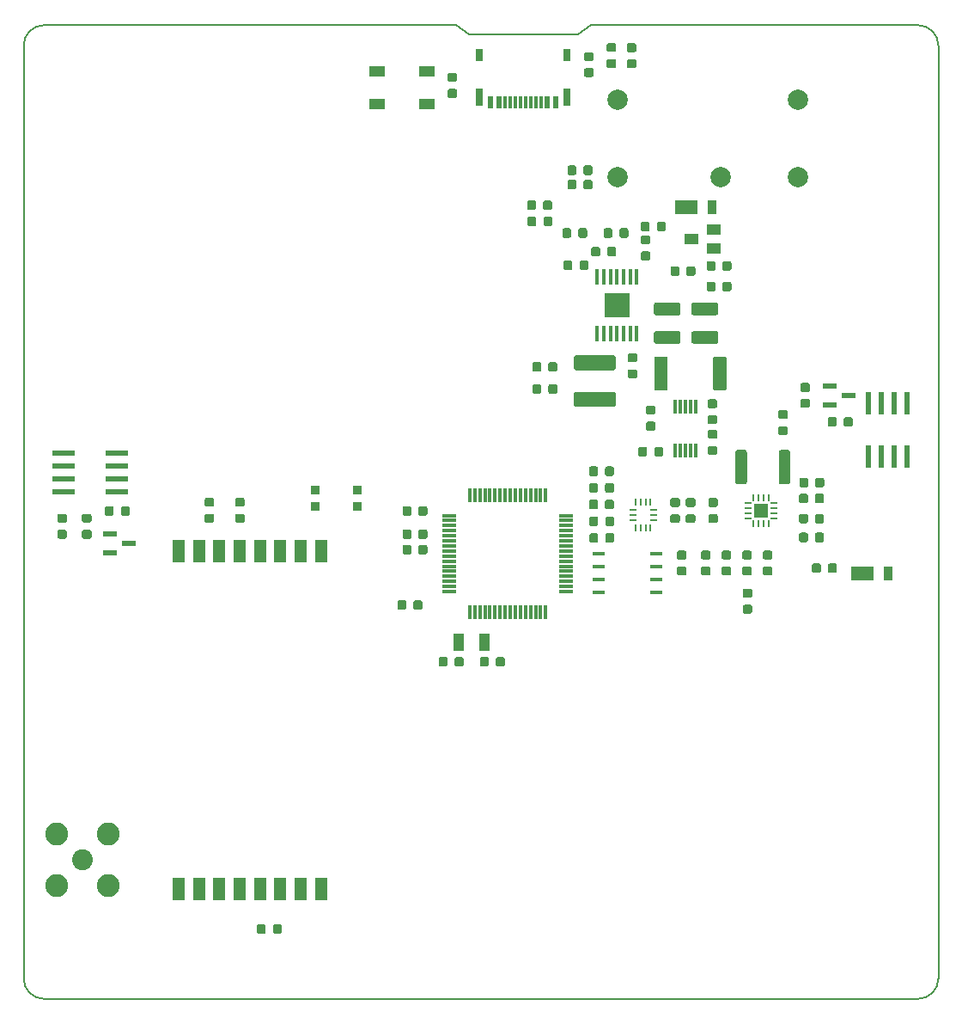
<source format=gbr>
%TF.GenerationSoftware,KiCad,Pcbnew,(5.1.5)-3*%
%TF.CreationDate,2020-03-13T15:39:37-07:00*%
%TF.ProjectId,mainboard,6d61696e-626f-4617-9264-2e6b69636164,rev?*%
%TF.SameCoordinates,Original*%
%TF.FileFunction,Paste,Top*%
%TF.FilePolarity,Positive*%
%FSLAX46Y46*%
G04 Gerber Fmt 4.6, Leading zero omitted, Abs format (unit mm)*
G04 Created by KiCad (PCBNEW (5.1.5)-3) date 2020-03-13 15:39:37*
%MOMM*%
%LPD*%
G04 APERTURE LIST*
%ADD10C,0.150000*%
%ADD11C,0.100000*%
%ADD12C,2.050000*%
%ADD13C,2.250000*%
%ADD14R,1.200000X0.450000*%
%ADD15C,2.006600*%
%ADD16R,0.675000X0.250000*%
%ADD17R,0.250000X0.675000*%
%ADD18R,1.300000X2.250000*%
%ADD19R,1.500000X1.000000*%
%ADD20R,0.330200X1.350000*%
%ADD21R,0.600000X1.150000*%
%ADD22R,0.300000X1.150000*%
%ADD23R,0.700000X1.700000*%
%ADD24R,0.700000X1.300000*%
%ADD25R,1.475000X0.300000*%
%ADD26R,0.300000X1.475000*%
%ADD27R,0.250000X0.700000*%
%ADD28R,0.700000X0.250000*%
%ADD29R,1.450000X1.450000*%
%ADD30R,0.304800X1.600200*%
%ADD31R,2.460000X2.310000*%
%ADD32R,1.000000X1.800000*%
%ADD33R,0.609600X2.209800*%
%ADD34R,2.209800X0.609600*%
%ADD35R,0.900000X0.900000*%
%ADD36R,2.200000X1.400000*%
%ADD37R,0.900000X1.400000*%
%ADD38R,1.320800X0.558800*%
%ADD39R,1.400000X1.000000*%
G04 APERTURE END LIST*
D10*
X98336100Y-54489100D02*
X98336100Y-146374100D01*
X100336100Y-148374100D02*
G75*
G02X98336100Y-146374100I0J2000000D01*
G01*
X100336100Y-148374100D02*
X186506100Y-148374100D01*
X188506100Y-146374100D02*
G75*
G02X186506100Y-148374100I-2000000J0D01*
G01*
X188506100Y-146374100D02*
X188506100Y-54489100D01*
X186506100Y-52489100D02*
G75*
G02X188506100Y-54489100I0J-2000000D01*
G01*
X186506100Y-52489100D02*
X154276100Y-52499096D01*
X154276100Y-52499096D02*
X153006100Y-53388096D01*
X153006100Y-53388096D02*
X142211100Y-53388096D01*
X142211100Y-53388096D02*
X140931103Y-52489100D01*
X140931103Y-52489100D02*
X100336100Y-52489100D01*
X98336100Y-54489100D02*
G75*
G02X100336100Y-52489100I2000000J0D01*
G01*
D11*
G36*
X158046100Y-78903096D02*
G01*
X155586100Y-78903096D01*
X155586100Y-81213096D01*
X158046100Y-81213096D01*
X158046100Y-78903096D01*
G37*
D12*
X104111100Y-134684096D03*
D13*
X106651100Y-137224096D03*
X106651100Y-132144096D03*
X101571100Y-132144096D03*
X101571100Y-137224096D03*
D14*
X154996000Y-104521000D03*
X154996000Y-105791000D03*
X154996000Y-107061000D03*
X154996000Y-108331000D03*
X160726000Y-108331000D03*
X160726000Y-107061000D03*
X160726000Y-105791000D03*
X160726000Y-104521000D03*
D15*
X156892300Y-67485096D03*
X167052300Y-67485096D03*
X174672300Y-67485096D03*
X174672300Y-59865096D03*
X156892300Y-59865096D03*
D11*
G36*
X158532391Y-55850053D02*
G01*
X158553626Y-55853203D01*
X158574450Y-55858419D01*
X158594662Y-55865651D01*
X158614068Y-55874830D01*
X158632481Y-55885866D01*
X158649724Y-55898654D01*
X158665630Y-55913070D01*
X158680046Y-55928976D01*
X158692834Y-55946219D01*
X158703870Y-55964632D01*
X158713049Y-55984038D01*
X158720281Y-56004250D01*
X158725497Y-56025074D01*
X158728647Y-56046309D01*
X158729700Y-56067750D01*
X158729700Y-56505250D01*
X158728647Y-56526691D01*
X158725497Y-56547926D01*
X158720281Y-56568750D01*
X158713049Y-56588962D01*
X158703870Y-56608368D01*
X158692834Y-56626781D01*
X158680046Y-56644024D01*
X158665630Y-56659930D01*
X158649724Y-56674346D01*
X158632481Y-56687134D01*
X158614068Y-56698170D01*
X158594662Y-56707349D01*
X158574450Y-56714581D01*
X158553626Y-56719797D01*
X158532391Y-56722947D01*
X158510950Y-56724000D01*
X157998450Y-56724000D01*
X157977009Y-56722947D01*
X157955774Y-56719797D01*
X157934950Y-56714581D01*
X157914738Y-56707349D01*
X157895332Y-56698170D01*
X157876919Y-56687134D01*
X157859676Y-56674346D01*
X157843770Y-56659930D01*
X157829354Y-56644024D01*
X157816566Y-56626781D01*
X157805530Y-56608368D01*
X157796351Y-56588962D01*
X157789119Y-56568750D01*
X157783903Y-56547926D01*
X157780753Y-56526691D01*
X157779700Y-56505250D01*
X157779700Y-56067750D01*
X157780753Y-56046309D01*
X157783903Y-56025074D01*
X157789119Y-56004250D01*
X157796351Y-55984038D01*
X157805530Y-55964632D01*
X157816566Y-55946219D01*
X157829354Y-55928976D01*
X157843770Y-55913070D01*
X157859676Y-55898654D01*
X157876919Y-55885866D01*
X157895332Y-55874830D01*
X157914738Y-55865651D01*
X157934950Y-55858419D01*
X157955774Y-55853203D01*
X157977009Y-55850053D01*
X157998450Y-55849000D01*
X158510950Y-55849000D01*
X158532391Y-55850053D01*
G37*
G36*
X158532391Y-54275053D02*
G01*
X158553626Y-54278203D01*
X158574450Y-54283419D01*
X158594662Y-54290651D01*
X158614068Y-54299830D01*
X158632481Y-54310866D01*
X158649724Y-54323654D01*
X158665630Y-54338070D01*
X158680046Y-54353976D01*
X158692834Y-54371219D01*
X158703870Y-54389632D01*
X158713049Y-54409038D01*
X158720281Y-54429250D01*
X158725497Y-54450074D01*
X158728647Y-54471309D01*
X158729700Y-54492750D01*
X158729700Y-54930250D01*
X158728647Y-54951691D01*
X158725497Y-54972926D01*
X158720281Y-54993750D01*
X158713049Y-55013962D01*
X158703870Y-55033368D01*
X158692834Y-55051781D01*
X158680046Y-55069024D01*
X158665630Y-55084930D01*
X158649724Y-55099346D01*
X158632481Y-55112134D01*
X158614068Y-55123170D01*
X158594662Y-55132349D01*
X158574450Y-55139581D01*
X158553626Y-55144797D01*
X158532391Y-55147947D01*
X158510950Y-55149000D01*
X157998450Y-55149000D01*
X157977009Y-55147947D01*
X157955774Y-55144797D01*
X157934950Y-55139581D01*
X157914738Y-55132349D01*
X157895332Y-55123170D01*
X157876919Y-55112134D01*
X157859676Y-55099346D01*
X157843770Y-55084930D01*
X157829354Y-55069024D01*
X157816566Y-55051781D01*
X157805530Y-55033368D01*
X157796351Y-55013962D01*
X157789119Y-54993750D01*
X157783903Y-54972926D01*
X157780753Y-54951691D01*
X157779700Y-54930250D01*
X157779700Y-54492750D01*
X157780753Y-54471309D01*
X157783903Y-54450074D01*
X157789119Y-54429250D01*
X157796351Y-54409038D01*
X157805530Y-54389632D01*
X157816566Y-54371219D01*
X157829354Y-54353976D01*
X157843770Y-54338070D01*
X157859676Y-54323654D01*
X157876919Y-54310866D01*
X157895332Y-54299830D01*
X157914738Y-54290651D01*
X157934950Y-54283419D01*
X157955774Y-54278203D01*
X157977009Y-54275053D01*
X157998450Y-54274000D01*
X158510950Y-54274000D01*
X158532391Y-54275053D01*
G37*
G36*
X154773691Y-100872053D02*
G01*
X154794926Y-100875203D01*
X154815750Y-100880419D01*
X154835962Y-100887651D01*
X154855368Y-100896830D01*
X154873781Y-100907866D01*
X154891024Y-100920654D01*
X154906930Y-100935070D01*
X154921346Y-100950976D01*
X154934134Y-100968219D01*
X154945170Y-100986632D01*
X154954349Y-101006038D01*
X154961581Y-101026250D01*
X154966797Y-101047074D01*
X154969947Y-101068309D01*
X154971000Y-101089750D01*
X154971000Y-101602250D01*
X154969947Y-101623691D01*
X154966797Y-101644926D01*
X154961581Y-101665750D01*
X154954349Y-101685962D01*
X154945170Y-101705368D01*
X154934134Y-101723781D01*
X154921346Y-101741024D01*
X154906930Y-101756930D01*
X154891024Y-101771346D01*
X154873781Y-101784134D01*
X154855368Y-101795170D01*
X154835962Y-101804349D01*
X154815750Y-101811581D01*
X154794926Y-101816797D01*
X154773691Y-101819947D01*
X154752250Y-101821000D01*
X154314750Y-101821000D01*
X154293309Y-101819947D01*
X154272074Y-101816797D01*
X154251250Y-101811581D01*
X154231038Y-101804349D01*
X154211632Y-101795170D01*
X154193219Y-101784134D01*
X154175976Y-101771346D01*
X154160070Y-101756930D01*
X154145654Y-101741024D01*
X154132866Y-101723781D01*
X154121830Y-101705368D01*
X154112651Y-101685962D01*
X154105419Y-101665750D01*
X154100203Y-101644926D01*
X154097053Y-101623691D01*
X154096000Y-101602250D01*
X154096000Y-101089750D01*
X154097053Y-101068309D01*
X154100203Y-101047074D01*
X154105419Y-101026250D01*
X154112651Y-101006038D01*
X154121830Y-100986632D01*
X154132866Y-100968219D01*
X154145654Y-100950976D01*
X154160070Y-100935070D01*
X154175976Y-100920654D01*
X154193219Y-100907866D01*
X154211632Y-100896830D01*
X154231038Y-100887651D01*
X154251250Y-100880419D01*
X154272074Y-100875203D01*
X154293309Y-100872053D01*
X154314750Y-100871000D01*
X154752250Y-100871000D01*
X154773691Y-100872053D01*
G37*
G36*
X156348691Y-100872053D02*
G01*
X156369926Y-100875203D01*
X156390750Y-100880419D01*
X156410962Y-100887651D01*
X156430368Y-100896830D01*
X156448781Y-100907866D01*
X156466024Y-100920654D01*
X156481930Y-100935070D01*
X156496346Y-100950976D01*
X156509134Y-100968219D01*
X156520170Y-100986632D01*
X156529349Y-101006038D01*
X156536581Y-101026250D01*
X156541797Y-101047074D01*
X156544947Y-101068309D01*
X156546000Y-101089750D01*
X156546000Y-101602250D01*
X156544947Y-101623691D01*
X156541797Y-101644926D01*
X156536581Y-101665750D01*
X156529349Y-101685962D01*
X156520170Y-101705368D01*
X156509134Y-101723781D01*
X156496346Y-101741024D01*
X156481930Y-101756930D01*
X156466024Y-101771346D01*
X156448781Y-101784134D01*
X156430368Y-101795170D01*
X156410962Y-101804349D01*
X156390750Y-101811581D01*
X156369926Y-101816797D01*
X156348691Y-101819947D01*
X156327250Y-101821000D01*
X155889750Y-101821000D01*
X155868309Y-101819947D01*
X155847074Y-101816797D01*
X155826250Y-101811581D01*
X155806038Y-101804349D01*
X155786632Y-101795170D01*
X155768219Y-101784134D01*
X155750976Y-101771346D01*
X155735070Y-101756930D01*
X155720654Y-101741024D01*
X155707866Y-101723781D01*
X155696830Y-101705368D01*
X155687651Y-101685962D01*
X155680419Y-101665750D01*
X155675203Y-101644926D01*
X155672053Y-101623691D01*
X155671000Y-101602250D01*
X155671000Y-101089750D01*
X155672053Y-101068309D01*
X155675203Y-101047074D01*
X155680419Y-101026250D01*
X155687651Y-101006038D01*
X155696830Y-100986632D01*
X155707866Y-100968219D01*
X155720654Y-100950976D01*
X155735070Y-100935070D01*
X155750976Y-100920654D01*
X155768219Y-100907866D01*
X155786632Y-100896830D01*
X155806038Y-100887651D01*
X155826250Y-100880419D01*
X155847074Y-100875203D01*
X155868309Y-100872053D01*
X155889750Y-100871000D01*
X156327250Y-100871000D01*
X156348691Y-100872053D01*
G37*
G36*
X140866691Y-57196053D02*
G01*
X140887926Y-57199203D01*
X140908750Y-57204419D01*
X140928962Y-57211651D01*
X140948368Y-57220830D01*
X140966781Y-57231866D01*
X140984024Y-57244654D01*
X140999930Y-57259070D01*
X141014346Y-57274976D01*
X141027134Y-57292219D01*
X141038170Y-57310632D01*
X141047349Y-57330038D01*
X141054581Y-57350250D01*
X141059797Y-57371074D01*
X141062947Y-57392309D01*
X141064000Y-57413750D01*
X141064000Y-57851250D01*
X141062947Y-57872691D01*
X141059797Y-57893926D01*
X141054581Y-57914750D01*
X141047349Y-57934962D01*
X141038170Y-57954368D01*
X141027134Y-57972781D01*
X141014346Y-57990024D01*
X140999930Y-58005930D01*
X140984024Y-58020346D01*
X140966781Y-58033134D01*
X140948368Y-58044170D01*
X140928962Y-58053349D01*
X140908750Y-58060581D01*
X140887926Y-58065797D01*
X140866691Y-58068947D01*
X140845250Y-58070000D01*
X140332750Y-58070000D01*
X140311309Y-58068947D01*
X140290074Y-58065797D01*
X140269250Y-58060581D01*
X140249038Y-58053349D01*
X140229632Y-58044170D01*
X140211219Y-58033134D01*
X140193976Y-58020346D01*
X140178070Y-58005930D01*
X140163654Y-57990024D01*
X140150866Y-57972781D01*
X140139830Y-57954368D01*
X140130651Y-57934962D01*
X140123419Y-57914750D01*
X140118203Y-57893926D01*
X140115053Y-57872691D01*
X140114000Y-57851250D01*
X140114000Y-57413750D01*
X140115053Y-57392309D01*
X140118203Y-57371074D01*
X140123419Y-57350250D01*
X140130651Y-57330038D01*
X140139830Y-57310632D01*
X140150866Y-57292219D01*
X140163654Y-57274976D01*
X140178070Y-57259070D01*
X140193976Y-57244654D01*
X140211219Y-57231866D01*
X140229632Y-57220830D01*
X140249038Y-57211651D01*
X140269250Y-57204419D01*
X140290074Y-57199203D01*
X140311309Y-57196053D01*
X140332750Y-57195000D01*
X140845250Y-57195000D01*
X140866691Y-57196053D01*
G37*
G36*
X140866691Y-58771053D02*
G01*
X140887926Y-58774203D01*
X140908750Y-58779419D01*
X140928962Y-58786651D01*
X140948368Y-58795830D01*
X140966781Y-58806866D01*
X140984024Y-58819654D01*
X140999930Y-58834070D01*
X141014346Y-58849976D01*
X141027134Y-58867219D01*
X141038170Y-58885632D01*
X141047349Y-58905038D01*
X141054581Y-58925250D01*
X141059797Y-58946074D01*
X141062947Y-58967309D01*
X141064000Y-58988750D01*
X141064000Y-59426250D01*
X141062947Y-59447691D01*
X141059797Y-59468926D01*
X141054581Y-59489750D01*
X141047349Y-59509962D01*
X141038170Y-59529368D01*
X141027134Y-59547781D01*
X141014346Y-59565024D01*
X140999930Y-59580930D01*
X140984024Y-59595346D01*
X140966781Y-59608134D01*
X140948368Y-59619170D01*
X140928962Y-59628349D01*
X140908750Y-59635581D01*
X140887926Y-59640797D01*
X140866691Y-59643947D01*
X140845250Y-59645000D01*
X140332750Y-59645000D01*
X140311309Y-59643947D01*
X140290074Y-59640797D01*
X140269250Y-59635581D01*
X140249038Y-59628349D01*
X140229632Y-59619170D01*
X140211219Y-59608134D01*
X140193976Y-59595346D01*
X140178070Y-59580930D01*
X140163654Y-59565024D01*
X140150866Y-59547781D01*
X140139830Y-59529368D01*
X140130651Y-59509962D01*
X140123419Y-59489750D01*
X140118203Y-59468926D01*
X140115053Y-59447691D01*
X140114000Y-59426250D01*
X140114000Y-58988750D01*
X140115053Y-58967309D01*
X140118203Y-58946074D01*
X140123419Y-58925250D01*
X140130651Y-58905038D01*
X140139830Y-58885632D01*
X140150866Y-58867219D01*
X140163654Y-58849976D01*
X140178070Y-58834070D01*
X140193976Y-58819654D01*
X140211219Y-58806866D01*
X140229632Y-58795830D01*
X140249038Y-58786651D01*
X140269250Y-58779419D01*
X140290074Y-58774203D01*
X140311309Y-58771053D01*
X140332750Y-58770000D01*
X140845250Y-58770000D01*
X140866691Y-58771053D01*
G37*
D16*
X158373000Y-101211000D03*
X158373000Y-100711000D03*
X158373000Y-100211000D03*
D17*
X158635000Y-99449000D03*
X159135000Y-99449000D03*
X159635000Y-99449000D03*
X160135000Y-99449000D03*
D16*
X160397000Y-100211000D03*
X160397000Y-100711000D03*
X160397000Y-101211000D03*
D17*
X160135000Y-101973000D03*
X159635000Y-101973000D03*
X159135000Y-101973000D03*
X158635000Y-101973000D03*
D18*
X127629100Y-137594096D03*
X125629100Y-137594096D03*
X123629100Y-137594096D03*
X121629100Y-137594096D03*
X119629100Y-137594096D03*
X117629100Y-137594096D03*
X115629100Y-137594096D03*
X113629100Y-137594096D03*
X127629100Y-104294096D03*
X125629100Y-104294096D03*
X123629100Y-104294096D03*
X121629100Y-104294096D03*
X119629100Y-104294096D03*
X117629100Y-104294096D03*
X115629100Y-104294096D03*
X113629100Y-104294096D03*
D11*
G36*
X156434840Y-84980003D02*
G01*
X156467165Y-84984799D01*
X156498865Y-84992739D01*
X156529634Y-85003748D01*
X156559175Y-85017720D01*
X156587205Y-85034521D01*
X156613453Y-85053988D01*
X156637667Y-85075933D01*
X156659612Y-85100147D01*
X156679079Y-85126395D01*
X156695880Y-85154425D01*
X156709852Y-85183966D01*
X156720861Y-85214735D01*
X156728801Y-85246435D01*
X156733597Y-85278760D01*
X156735200Y-85311400D01*
X156735200Y-86145400D01*
X156733597Y-86178040D01*
X156728801Y-86210365D01*
X156720861Y-86242065D01*
X156709852Y-86272834D01*
X156695880Y-86302375D01*
X156679079Y-86330405D01*
X156659612Y-86356653D01*
X156637667Y-86380867D01*
X156613453Y-86402812D01*
X156587205Y-86422279D01*
X156559175Y-86439080D01*
X156529634Y-86453052D01*
X156498865Y-86464061D01*
X156467165Y-86472001D01*
X156434840Y-86476797D01*
X156402200Y-86478400D01*
X152868200Y-86478400D01*
X152835560Y-86476797D01*
X152803235Y-86472001D01*
X152771535Y-86464061D01*
X152740766Y-86453052D01*
X152711225Y-86439080D01*
X152683195Y-86422279D01*
X152656947Y-86402812D01*
X152632733Y-86380867D01*
X152610788Y-86356653D01*
X152591321Y-86330405D01*
X152574520Y-86302375D01*
X152560548Y-86272834D01*
X152549539Y-86242065D01*
X152541599Y-86210365D01*
X152536803Y-86178040D01*
X152535200Y-86145400D01*
X152535200Y-85311400D01*
X152536803Y-85278760D01*
X152541599Y-85246435D01*
X152549539Y-85214735D01*
X152560548Y-85183966D01*
X152574520Y-85154425D01*
X152591321Y-85126395D01*
X152610788Y-85100147D01*
X152632733Y-85075933D01*
X152656947Y-85053988D01*
X152683195Y-85034521D01*
X152711225Y-85017720D01*
X152740766Y-85003748D01*
X152771535Y-84992739D01*
X152803235Y-84984799D01*
X152835560Y-84980003D01*
X152868200Y-84978400D01*
X156402200Y-84978400D01*
X156434840Y-84980003D01*
G37*
G36*
X156434840Y-88580003D02*
G01*
X156467165Y-88584799D01*
X156498865Y-88592739D01*
X156529634Y-88603748D01*
X156559175Y-88617720D01*
X156587205Y-88634521D01*
X156613453Y-88653988D01*
X156637667Y-88675933D01*
X156659612Y-88700147D01*
X156679079Y-88726395D01*
X156695880Y-88754425D01*
X156709852Y-88783966D01*
X156720861Y-88814735D01*
X156728801Y-88846435D01*
X156733597Y-88878760D01*
X156735200Y-88911400D01*
X156735200Y-89745400D01*
X156733597Y-89778040D01*
X156728801Y-89810365D01*
X156720861Y-89842065D01*
X156709852Y-89872834D01*
X156695880Y-89902375D01*
X156679079Y-89930405D01*
X156659612Y-89956653D01*
X156637667Y-89980867D01*
X156613453Y-90002812D01*
X156587205Y-90022279D01*
X156559175Y-90039080D01*
X156529634Y-90053052D01*
X156498865Y-90064061D01*
X156467165Y-90072001D01*
X156434840Y-90076797D01*
X156402200Y-90078400D01*
X152868200Y-90078400D01*
X152835560Y-90076797D01*
X152803235Y-90072001D01*
X152771535Y-90064061D01*
X152740766Y-90053052D01*
X152711225Y-90039080D01*
X152683195Y-90022279D01*
X152656947Y-90002812D01*
X152632733Y-89980867D01*
X152610788Y-89956653D01*
X152591321Y-89930405D01*
X152574520Y-89902375D01*
X152560548Y-89872834D01*
X152549539Y-89842065D01*
X152541599Y-89810365D01*
X152536803Y-89778040D01*
X152535200Y-89745400D01*
X152535200Y-88911400D01*
X152536803Y-88878760D01*
X152541599Y-88846435D01*
X152549539Y-88814735D01*
X152560548Y-88783966D01*
X152574520Y-88754425D01*
X152591321Y-88726395D01*
X152610788Y-88700147D01*
X152632733Y-88675933D01*
X152656947Y-88653988D01*
X152683195Y-88634521D01*
X152711225Y-88617720D01*
X152740766Y-88603748D01*
X152771535Y-88592739D01*
X152803235Y-88584799D01*
X152835560Y-88580003D01*
X152868200Y-88578400D01*
X156402200Y-88578400D01*
X156434840Y-88580003D01*
G37*
D19*
X138086000Y-60274000D03*
X138086000Y-57074000D03*
X133186000Y-60274000D03*
X133186000Y-57074000D03*
D20*
X164576001Y-94382000D03*
X164075999Y-94382000D03*
X163576000Y-94382000D03*
X163076001Y-94382000D03*
X162575999Y-94382000D03*
X162575999Y-90032000D03*
X163076001Y-90032000D03*
X163576000Y-90032000D03*
X164075999Y-90032000D03*
X164576001Y-90032000D03*
D21*
X145156600Y-60061800D03*
X144356600Y-60061800D03*
D22*
X145806600Y-60061800D03*
X146306600Y-60061800D03*
X146806600Y-60061800D03*
X147306600Y-60061800D03*
X147806600Y-60061800D03*
X148306600Y-60061800D03*
X148806600Y-60061800D03*
D21*
X150756600Y-60061800D03*
X149956600Y-60061800D03*
D22*
X149306600Y-60061800D03*
D23*
X143236600Y-59586800D03*
X151876600Y-59586800D03*
D24*
X143236600Y-55436800D03*
X151876600Y-55441800D03*
D11*
G36*
X116927191Y-100604853D02*
G01*
X116948426Y-100608003D01*
X116969250Y-100613219D01*
X116989462Y-100620451D01*
X117008868Y-100629630D01*
X117027281Y-100640666D01*
X117044524Y-100653454D01*
X117060430Y-100667870D01*
X117074846Y-100683776D01*
X117087634Y-100701019D01*
X117098670Y-100719432D01*
X117107849Y-100738838D01*
X117115081Y-100759050D01*
X117120297Y-100779874D01*
X117123447Y-100801109D01*
X117124500Y-100822550D01*
X117124500Y-101260050D01*
X117123447Y-101281491D01*
X117120297Y-101302726D01*
X117115081Y-101323550D01*
X117107849Y-101343762D01*
X117098670Y-101363168D01*
X117087634Y-101381581D01*
X117074846Y-101398824D01*
X117060430Y-101414730D01*
X117044524Y-101429146D01*
X117027281Y-101441934D01*
X117008868Y-101452970D01*
X116989462Y-101462149D01*
X116969250Y-101469381D01*
X116948426Y-101474597D01*
X116927191Y-101477747D01*
X116905750Y-101478800D01*
X116393250Y-101478800D01*
X116371809Y-101477747D01*
X116350574Y-101474597D01*
X116329750Y-101469381D01*
X116309538Y-101462149D01*
X116290132Y-101452970D01*
X116271719Y-101441934D01*
X116254476Y-101429146D01*
X116238570Y-101414730D01*
X116224154Y-101398824D01*
X116211366Y-101381581D01*
X116200330Y-101363168D01*
X116191151Y-101343762D01*
X116183919Y-101323550D01*
X116178703Y-101302726D01*
X116175553Y-101281491D01*
X116174500Y-101260050D01*
X116174500Y-100822550D01*
X116175553Y-100801109D01*
X116178703Y-100779874D01*
X116183919Y-100759050D01*
X116191151Y-100738838D01*
X116200330Y-100719432D01*
X116211366Y-100701019D01*
X116224154Y-100683776D01*
X116238570Y-100667870D01*
X116254476Y-100653454D01*
X116271719Y-100640666D01*
X116290132Y-100629630D01*
X116309538Y-100620451D01*
X116329750Y-100613219D01*
X116350574Y-100608003D01*
X116371809Y-100604853D01*
X116393250Y-100603800D01*
X116905750Y-100603800D01*
X116927191Y-100604853D01*
G37*
G36*
X116927191Y-99029853D02*
G01*
X116948426Y-99033003D01*
X116969250Y-99038219D01*
X116989462Y-99045451D01*
X117008868Y-99054630D01*
X117027281Y-99065666D01*
X117044524Y-99078454D01*
X117060430Y-99092870D01*
X117074846Y-99108776D01*
X117087634Y-99126019D01*
X117098670Y-99144432D01*
X117107849Y-99163838D01*
X117115081Y-99184050D01*
X117120297Y-99204874D01*
X117123447Y-99226109D01*
X117124500Y-99247550D01*
X117124500Y-99685050D01*
X117123447Y-99706491D01*
X117120297Y-99727726D01*
X117115081Y-99748550D01*
X117107849Y-99768762D01*
X117098670Y-99788168D01*
X117087634Y-99806581D01*
X117074846Y-99823824D01*
X117060430Y-99839730D01*
X117044524Y-99854146D01*
X117027281Y-99866934D01*
X117008868Y-99877970D01*
X116989462Y-99887149D01*
X116969250Y-99894381D01*
X116948426Y-99899597D01*
X116927191Y-99902747D01*
X116905750Y-99903800D01*
X116393250Y-99903800D01*
X116371809Y-99902747D01*
X116350574Y-99899597D01*
X116329750Y-99894381D01*
X116309538Y-99887149D01*
X116290132Y-99877970D01*
X116271719Y-99866934D01*
X116254476Y-99854146D01*
X116238570Y-99839730D01*
X116224154Y-99823824D01*
X116211366Y-99806581D01*
X116200330Y-99788168D01*
X116191151Y-99768762D01*
X116183919Y-99748550D01*
X116178703Y-99727726D01*
X116175553Y-99706491D01*
X116174500Y-99685050D01*
X116174500Y-99247550D01*
X116175553Y-99226109D01*
X116178703Y-99204874D01*
X116183919Y-99184050D01*
X116191151Y-99163838D01*
X116200330Y-99144432D01*
X116211366Y-99126019D01*
X116224154Y-99108776D01*
X116238570Y-99092870D01*
X116254476Y-99078454D01*
X116271719Y-99065666D01*
X116290132Y-99054630D01*
X116309538Y-99045451D01*
X116329750Y-99038219D01*
X116350574Y-99033003D01*
X116371809Y-99029853D01*
X116393250Y-99028800D01*
X116905750Y-99028800D01*
X116927191Y-99029853D01*
G37*
G36*
X154773691Y-102523053D02*
G01*
X154794926Y-102526203D01*
X154815750Y-102531419D01*
X154835962Y-102538651D01*
X154855368Y-102547830D01*
X154873781Y-102558866D01*
X154891024Y-102571654D01*
X154906930Y-102586070D01*
X154921346Y-102601976D01*
X154934134Y-102619219D01*
X154945170Y-102637632D01*
X154954349Y-102657038D01*
X154961581Y-102677250D01*
X154966797Y-102698074D01*
X154969947Y-102719309D01*
X154971000Y-102740750D01*
X154971000Y-103253250D01*
X154969947Y-103274691D01*
X154966797Y-103295926D01*
X154961581Y-103316750D01*
X154954349Y-103336962D01*
X154945170Y-103356368D01*
X154934134Y-103374781D01*
X154921346Y-103392024D01*
X154906930Y-103407930D01*
X154891024Y-103422346D01*
X154873781Y-103435134D01*
X154855368Y-103446170D01*
X154835962Y-103455349D01*
X154815750Y-103462581D01*
X154794926Y-103467797D01*
X154773691Y-103470947D01*
X154752250Y-103472000D01*
X154314750Y-103472000D01*
X154293309Y-103470947D01*
X154272074Y-103467797D01*
X154251250Y-103462581D01*
X154231038Y-103455349D01*
X154211632Y-103446170D01*
X154193219Y-103435134D01*
X154175976Y-103422346D01*
X154160070Y-103407930D01*
X154145654Y-103392024D01*
X154132866Y-103374781D01*
X154121830Y-103356368D01*
X154112651Y-103336962D01*
X154105419Y-103316750D01*
X154100203Y-103295926D01*
X154097053Y-103274691D01*
X154096000Y-103253250D01*
X154096000Y-102740750D01*
X154097053Y-102719309D01*
X154100203Y-102698074D01*
X154105419Y-102677250D01*
X154112651Y-102657038D01*
X154121830Y-102637632D01*
X154132866Y-102619219D01*
X154145654Y-102601976D01*
X154160070Y-102586070D01*
X154175976Y-102571654D01*
X154193219Y-102558866D01*
X154211632Y-102547830D01*
X154231038Y-102538651D01*
X154251250Y-102531419D01*
X154272074Y-102526203D01*
X154293309Y-102523053D01*
X154314750Y-102522000D01*
X154752250Y-102522000D01*
X154773691Y-102523053D01*
G37*
G36*
X156348691Y-102523053D02*
G01*
X156369926Y-102526203D01*
X156390750Y-102531419D01*
X156410962Y-102538651D01*
X156430368Y-102547830D01*
X156448781Y-102558866D01*
X156466024Y-102571654D01*
X156481930Y-102586070D01*
X156496346Y-102601976D01*
X156509134Y-102619219D01*
X156520170Y-102637632D01*
X156529349Y-102657038D01*
X156536581Y-102677250D01*
X156541797Y-102698074D01*
X156544947Y-102719309D01*
X156546000Y-102740750D01*
X156546000Y-103253250D01*
X156544947Y-103274691D01*
X156541797Y-103295926D01*
X156536581Y-103316750D01*
X156529349Y-103336962D01*
X156520170Y-103356368D01*
X156509134Y-103374781D01*
X156496346Y-103392024D01*
X156481930Y-103407930D01*
X156466024Y-103422346D01*
X156448781Y-103435134D01*
X156430368Y-103446170D01*
X156410962Y-103455349D01*
X156390750Y-103462581D01*
X156369926Y-103467797D01*
X156348691Y-103470947D01*
X156327250Y-103472000D01*
X155889750Y-103472000D01*
X155868309Y-103470947D01*
X155847074Y-103467797D01*
X155826250Y-103462581D01*
X155806038Y-103455349D01*
X155786632Y-103446170D01*
X155768219Y-103435134D01*
X155750976Y-103422346D01*
X155735070Y-103407930D01*
X155720654Y-103392024D01*
X155707866Y-103374781D01*
X155696830Y-103356368D01*
X155687651Y-103336962D01*
X155680419Y-103316750D01*
X155675203Y-103295926D01*
X155672053Y-103274691D01*
X155671000Y-103253250D01*
X155671000Y-102740750D01*
X155672053Y-102719309D01*
X155675203Y-102698074D01*
X155680419Y-102677250D01*
X155687651Y-102657038D01*
X155696830Y-102637632D01*
X155707866Y-102619219D01*
X155720654Y-102601976D01*
X155735070Y-102586070D01*
X155750976Y-102571654D01*
X155768219Y-102558866D01*
X155786632Y-102547830D01*
X155806038Y-102538651D01*
X155826250Y-102531419D01*
X155847074Y-102526203D01*
X155868309Y-102523053D01*
X155889750Y-102522000D01*
X156327250Y-102522000D01*
X156348691Y-102523053D01*
G37*
G36*
X169949691Y-109571053D02*
G01*
X169970926Y-109574203D01*
X169991750Y-109579419D01*
X170011962Y-109586651D01*
X170031368Y-109595830D01*
X170049781Y-109606866D01*
X170067024Y-109619654D01*
X170082930Y-109634070D01*
X170097346Y-109649976D01*
X170110134Y-109667219D01*
X170121170Y-109685632D01*
X170130349Y-109705038D01*
X170137581Y-109725250D01*
X170142797Y-109746074D01*
X170145947Y-109767309D01*
X170147000Y-109788750D01*
X170147000Y-110226250D01*
X170145947Y-110247691D01*
X170142797Y-110268926D01*
X170137581Y-110289750D01*
X170130349Y-110309962D01*
X170121170Y-110329368D01*
X170110134Y-110347781D01*
X170097346Y-110365024D01*
X170082930Y-110380930D01*
X170067024Y-110395346D01*
X170049781Y-110408134D01*
X170031368Y-110419170D01*
X170011962Y-110428349D01*
X169991750Y-110435581D01*
X169970926Y-110440797D01*
X169949691Y-110443947D01*
X169928250Y-110445000D01*
X169415750Y-110445000D01*
X169394309Y-110443947D01*
X169373074Y-110440797D01*
X169352250Y-110435581D01*
X169332038Y-110428349D01*
X169312632Y-110419170D01*
X169294219Y-110408134D01*
X169276976Y-110395346D01*
X169261070Y-110380930D01*
X169246654Y-110365024D01*
X169233866Y-110347781D01*
X169222830Y-110329368D01*
X169213651Y-110309962D01*
X169206419Y-110289750D01*
X169201203Y-110268926D01*
X169198053Y-110247691D01*
X169197000Y-110226250D01*
X169197000Y-109788750D01*
X169198053Y-109767309D01*
X169201203Y-109746074D01*
X169206419Y-109725250D01*
X169213651Y-109705038D01*
X169222830Y-109685632D01*
X169233866Y-109667219D01*
X169246654Y-109649976D01*
X169261070Y-109634070D01*
X169276976Y-109619654D01*
X169294219Y-109606866D01*
X169312632Y-109595830D01*
X169332038Y-109586651D01*
X169352250Y-109579419D01*
X169373074Y-109574203D01*
X169394309Y-109571053D01*
X169415750Y-109570000D01*
X169928250Y-109570000D01*
X169949691Y-109571053D01*
G37*
G36*
X169949691Y-107996053D02*
G01*
X169970926Y-107999203D01*
X169991750Y-108004419D01*
X170011962Y-108011651D01*
X170031368Y-108020830D01*
X170049781Y-108031866D01*
X170067024Y-108044654D01*
X170082930Y-108059070D01*
X170097346Y-108074976D01*
X170110134Y-108092219D01*
X170121170Y-108110632D01*
X170130349Y-108130038D01*
X170137581Y-108150250D01*
X170142797Y-108171074D01*
X170145947Y-108192309D01*
X170147000Y-108213750D01*
X170147000Y-108651250D01*
X170145947Y-108672691D01*
X170142797Y-108693926D01*
X170137581Y-108714750D01*
X170130349Y-108734962D01*
X170121170Y-108754368D01*
X170110134Y-108772781D01*
X170097346Y-108790024D01*
X170082930Y-108805930D01*
X170067024Y-108820346D01*
X170049781Y-108833134D01*
X170031368Y-108844170D01*
X170011962Y-108853349D01*
X169991750Y-108860581D01*
X169970926Y-108865797D01*
X169949691Y-108868947D01*
X169928250Y-108870000D01*
X169415750Y-108870000D01*
X169394309Y-108868947D01*
X169373074Y-108865797D01*
X169352250Y-108860581D01*
X169332038Y-108853349D01*
X169312632Y-108844170D01*
X169294219Y-108833134D01*
X169276976Y-108820346D01*
X169261070Y-108805930D01*
X169246654Y-108790024D01*
X169233866Y-108772781D01*
X169222830Y-108754368D01*
X169213651Y-108734962D01*
X169206419Y-108714750D01*
X169201203Y-108693926D01*
X169198053Y-108672691D01*
X169197000Y-108651250D01*
X169197000Y-108213750D01*
X169198053Y-108192309D01*
X169201203Y-108171074D01*
X169206419Y-108150250D01*
X169213651Y-108130038D01*
X169222830Y-108110632D01*
X169233866Y-108092219D01*
X169246654Y-108074976D01*
X169261070Y-108059070D01*
X169276976Y-108044654D01*
X169294219Y-108031866D01*
X169312632Y-108020830D01*
X169332038Y-108011651D01*
X169352250Y-108004419D01*
X169373074Y-107999203D01*
X169394309Y-107996053D01*
X169415750Y-107995000D01*
X169928250Y-107995000D01*
X169949691Y-107996053D01*
G37*
G36*
X119911691Y-100604853D02*
G01*
X119932926Y-100608003D01*
X119953750Y-100613219D01*
X119973962Y-100620451D01*
X119993368Y-100629630D01*
X120011781Y-100640666D01*
X120029024Y-100653454D01*
X120044930Y-100667870D01*
X120059346Y-100683776D01*
X120072134Y-100701019D01*
X120083170Y-100719432D01*
X120092349Y-100738838D01*
X120099581Y-100759050D01*
X120104797Y-100779874D01*
X120107947Y-100801109D01*
X120109000Y-100822550D01*
X120109000Y-101260050D01*
X120107947Y-101281491D01*
X120104797Y-101302726D01*
X120099581Y-101323550D01*
X120092349Y-101343762D01*
X120083170Y-101363168D01*
X120072134Y-101381581D01*
X120059346Y-101398824D01*
X120044930Y-101414730D01*
X120029024Y-101429146D01*
X120011781Y-101441934D01*
X119993368Y-101452970D01*
X119973962Y-101462149D01*
X119953750Y-101469381D01*
X119932926Y-101474597D01*
X119911691Y-101477747D01*
X119890250Y-101478800D01*
X119377750Y-101478800D01*
X119356309Y-101477747D01*
X119335074Y-101474597D01*
X119314250Y-101469381D01*
X119294038Y-101462149D01*
X119274632Y-101452970D01*
X119256219Y-101441934D01*
X119238976Y-101429146D01*
X119223070Y-101414730D01*
X119208654Y-101398824D01*
X119195866Y-101381581D01*
X119184830Y-101363168D01*
X119175651Y-101343762D01*
X119168419Y-101323550D01*
X119163203Y-101302726D01*
X119160053Y-101281491D01*
X119159000Y-101260050D01*
X119159000Y-100822550D01*
X119160053Y-100801109D01*
X119163203Y-100779874D01*
X119168419Y-100759050D01*
X119175651Y-100738838D01*
X119184830Y-100719432D01*
X119195866Y-100701019D01*
X119208654Y-100683776D01*
X119223070Y-100667870D01*
X119238976Y-100653454D01*
X119256219Y-100640666D01*
X119274632Y-100629630D01*
X119294038Y-100620451D01*
X119314250Y-100613219D01*
X119335074Y-100608003D01*
X119356309Y-100604853D01*
X119377750Y-100603800D01*
X119890250Y-100603800D01*
X119911691Y-100604853D01*
G37*
G36*
X119911691Y-99029853D02*
G01*
X119932926Y-99033003D01*
X119953750Y-99038219D01*
X119973962Y-99045451D01*
X119993368Y-99054630D01*
X120011781Y-99065666D01*
X120029024Y-99078454D01*
X120044930Y-99092870D01*
X120059346Y-99108776D01*
X120072134Y-99126019D01*
X120083170Y-99144432D01*
X120092349Y-99163838D01*
X120099581Y-99184050D01*
X120104797Y-99204874D01*
X120107947Y-99226109D01*
X120109000Y-99247550D01*
X120109000Y-99685050D01*
X120107947Y-99706491D01*
X120104797Y-99727726D01*
X120099581Y-99748550D01*
X120092349Y-99768762D01*
X120083170Y-99788168D01*
X120072134Y-99806581D01*
X120059346Y-99823824D01*
X120044930Y-99839730D01*
X120029024Y-99854146D01*
X120011781Y-99866934D01*
X119993368Y-99877970D01*
X119973962Y-99887149D01*
X119953750Y-99894381D01*
X119932926Y-99899597D01*
X119911691Y-99902747D01*
X119890250Y-99903800D01*
X119377750Y-99903800D01*
X119356309Y-99902747D01*
X119335074Y-99899597D01*
X119314250Y-99894381D01*
X119294038Y-99887149D01*
X119274632Y-99877970D01*
X119256219Y-99866934D01*
X119238976Y-99854146D01*
X119223070Y-99839730D01*
X119208654Y-99823824D01*
X119195866Y-99806581D01*
X119184830Y-99788168D01*
X119175651Y-99768762D01*
X119168419Y-99748550D01*
X119163203Y-99727726D01*
X119160053Y-99706491D01*
X119159000Y-99685050D01*
X119159000Y-99247550D01*
X119160053Y-99226109D01*
X119163203Y-99204874D01*
X119168419Y-99184050D01*
X119175651Y-99163838D01*
X119184830Y-99144432D01*
X119195866Y-99126019D01*
X119208654Y-99108776D01*
X119223070Y-99092870D01*
X119238976Y-99078454D01*
X119256219Y-99065666D01*
X119274632Y-99054630D01*
X119294038Y-99045451D01*
X119314250Y-99038219D01*
X119335074Y-99033003D01*
X119356309Y-99029853D01*
X119377750Y-99028800D01*
X119890250Y-99028800D01*
X119911691Y-99029853D01*
G37*
D25*
X140312000Y-108271000D03*
X140312000Y-107771000D03*
X140312000Y-107271000D03*
X140312000Y-106771000D03*
X140312000Y-106271000D03*
X140312000Y-105771000D03*
X140312000Y-105271000D03*
X140312000Y-104771000D03*
X140312000Y-104271000D03*
X140312000Y-103771000D03*
X140312000Y-103271000D03*
X140312000Y-102771000D03*
X140312000Y-102271000D03*
X140312000Y-101771000D03*
X140312000Y-101271000D03*
X140312000Y-100771000D03*
D26*
X142300000Y-98783000D03*
X142800000Y-98783000D03*
X143300000Y-98783000D03*
X143800000Y-98783000D03*
X144300000Y-98783000D03*
X144800000Y-98783000D03*
X145300000Y-98783000D03*
X145800000Y-98783000D03*
X146300000Y-98783000D03*
X146800000Y-98783000D03*
X147300000Y-98783000D03*
X147800000Y-98783000D03*
X148300000Y-98783000D03*
X148800000Y-98783000D03*
X149300000Y-98783000D03*
X149800000Y-98783000D03*
D25*
X151788000Y-100771000D03*
X151788000Y-101271000D03*
X151788000Y-101771000D03*
X151788000Y-102271000D03*
X151788000Y-102771000D03*
X151788000Y-103271000D03*
X151788000Y-103771000D03*
X151788000Y-104271000D03*
X151788000Y-104771000D03*
X151788000Y-105271000D03*
X151788000Y-105771000D03*
X151788000Y-106271000D03*
X151788000Y-106771000D03*
X151788000Y-107271000D03*
X151788000Y-107771000D03*
X151788000Y-108271000D03*
D26*
X149800000Y-110259000D03*
X149300000Y-110259000D03*
X148800000Y-110259000D03*
X148300000Y-110259000D03*
X147800000Y-110259000D03*
X147300000Y-110259000D03*
X146800000Y-110259000D03*
X146300000Y-110259000D03*
X145800000Y-110259000D03*
X145300000Y-110259000D03*
X144800000Y-110259000D03*
X144300000Y-110259000D03*
X143800000Y-110259000D03*
X143300000Y-110259000D03*
X142800000Y-110259000D03*
X142300000Y-110259000D03*
D11*
G36*
X167905691Y-75726053D02*
G01*
X167926926Y-75729203D01*
X167947750Y-75734419D01*
X167967962Y-75741651D01*
X167987368Y-75750830D01*
X168005781Y-75761866D01*
X168023024Y-75774654D01*
X168038930Y-75789070D01*
X168053346Y-75804976D01*
X168066134Y-75822219D01*
X168077170Y-75840632D01*
X168086349Y-75860038D01*
X168093581Y-75880250D01*
X168098797Y-75901074D01*
X168101947Y-75922309D01*
X168103000Y-75943750D01*
X168103000Y-76456250D01*
X168101947Y-76477691D01*
X168098797Y-76498926D01*
X168093581Y-76519750D01*
X168086349Y-76539962D01*
X168077170Y-76559368D01*
X168066134Y-76577781D01*
X168053346Y-76595024D01*
X168038930Y-76610930D01*
X168023024Y-76625346D01*
X168005781Y-76638134D01*
X167987368Y-76649170D01*
X167967962Y-76658349D01*
X167947750Y-76665581D01*
X167926926Y-76670797D01*
X167905691Y-76673947D01*
X167884250Y-76675000D01*
X167446750Y-76675000D01*
X167425309Y-76673947D01*
X167404074Y-76670797D01*
X167383250Y-76665581D01*
X167363038Y-76658349D01*
X167343632Y-76649170D01*
X167325219Y-76638134D01*
X167307976Y-76625346D01*
X167292070Y-76610930D01*
X167277654Y-76595024D01*
X167264866Y-76577781D01*
X167253830Y-76559368D01*
X167244651Y-76539962D01*
X167237419Y-76519750D01*
X167232203Y-76498926D01*
X167229053Y-76477691D01*
X167228000Y-76456250D01*
X167228000Y-75943750D01*
X167229053Y-75922309D01*
X167232203Y-75901074D01*
X167237419Y-75880250D01*
X167244651Y-75860038D01*
X167253830Y-75840632D01*
X167264866Y-75822219D01*
X167277654Y-75804976D01*
X167292070Y-75789070D01*
X167307976Y-75774654D01*
X167325219Y-75761866D01*
X167343632Y-75750830D01*
X167363038Y-75741651D01*
X167383250Y-75734419D01*
X167404074Y-75729203D01*
X167425309Y-75726053D01*
X167446750Y-75725000D01*
X167884250Y-75725000D01*
X167905691Y-75726053D01*
G37*
G36*
X166330691Y-75726053D02*
G01*
X166351926Y-75729203D01*
X166372750Y-75734419D01*
X166392962Y-75741651D01*
X166412368Y-75750830D01*
X166430781Y-75761866D01*
X166448024Y-75774654D01*
X166463930Y-75789070D01*
X166478346Y-75804976D01*
X166491134Y-75822219D01*
X166502170Y-75840632D01*
X166511349Y-75860038D01*
X166518581Y-75880250D01*
X166523797Y-75901074D01*
X166526947Y-75922309D01*
X166528000Y-75943750D01*
X166528000Y-76456250D01*
X166526947Y-76477691D01*
X166523797Y-76498926D01*
X166518581Y-76519750D01*
X166511349Y-76539962D01*
X166502170Y-76559368D01*
X166491134Y-76577781D01*
X166478346Y-76595024D01*
X166463930Y-76610930D01*
X166448024Y-76625346D01*
X166430781Y-76638134D01*
X166412368Y-76649170D01*
X166392962Y-76658349D01*
X166372750Y-76665581D01*
X166351926Y-76670797D01*
X166330691Y-76673947D01*
X166309250Y-76675000D01*
X165871750Y-76675000D01*
X165850309Y-76673947D01*
X165829074Y-76670797D01*
X165808250Y-76665581D01*
X165788038Y-76658349D01*
X165768632Y-76649170D01*
X165750219Y-76638134D01*
X165732976Y-76625346D01*
X165717070Y-76610930D01*
X165702654Y-76595024D01*
X165689866Y-76577781D01*
X165678830Y-76559368D01*
X165669651Y-76539962D01*
X165662419Y-76519750D01*
X165657203Y-76498926D01*
X165654053Y-76477691D01*
X165653000Y-76456250D01*
X165653000Y-75943750D01*
X165654053Y-75922309D01*
X165657203Y-75901074D01*
X165662419Y-75880250D01*
X165669651Y-75860038D01*
X165678830Y-75840632D01*
X165689866Y-75822219D01*
X165702654Y-75804976D01*
X165717070Y-75789070D01*
X165732976Y-75774654D01*
X165750219Y-75761866D01*
X165768632Y-75750830D01*
X165788038Y-75741651D01*
X165808250Y-75734419D01*
X165829074Y-75729203D01*
X165850309Y-75726053D01*
X165871750Y-75725000D01*
X166309250Y-75725000D01*
X166330691Y-75726053D01*
G37*
G36*
X167905691Y-77758053D02*
G01*
X167926926Y-77761203D01*
X167947750Y-77766419D01*
X167967962Y-77773651D01*
X167987368Y-77782830D01*
X168005781Y-77793866D01*
X168023024Y-77806654D01*
X168038930Y-77821070D01*
X168053346Y-77836976D01*
X168066134Y-77854219D01*
X168077170Y-77872632D01*
X168086349Y-77892038D01*
X168093581Y-77912250D01*
X168098797Y-77933074D01*
X168101947Y-77954309D01*
X168103000Y-77975750D01*
X168103000Y-78488250D01*
X168101947Y-78509691D01*
X168098797Y-78530926D01*
X168093581Y-78551750D01*
X168086349Y-78571962D01*
X168077170Y-78591368D01*
X168066134Y-78609781D01*
X168053346Y-78627024D01*
X168038930Y-78642930D01*
X168023024Y-78657346D01*
X168005781Y-78670134D01*
X167987368Y-78681170D01*
X167967962Y-78690349D01*
X167947750Y-78697581D01*
X167926926Y-78702797D01*
X167905691Y-78705947D01*
X167884250Y-78707000D01*
X167446750Y-78707000D01*
X167425309Y-78705947D01*
X167404074Y-78702797D01*
X167383250Y-78697581D01*
X167363038Y-78690349D01*
X167343632Y-78681170D01*
X167325219Y-78670134D01*
X167307976Y-78657346D01*
X167292070Y-78642930D01*
X167277654Y-78627024D01*
X167264866Y-78609781D01*
X167253830Y-78591368D01*
X167244651Y-78571962D01*
X167237419Y-78551750D01*
X167232203Y-78530926D01*
X167229053Y-78509691D01*
X167228000Y-78488250D01*
X167228000Y-77975750D01*
X167229053Y-77954309D01*
X167232203Y-77933074D01*
X167237419Y-77912250D01*
X167244651Y-77892038D01*
X167253830Y-77872632D01*
X167264866Y-77854219D01*
X167277654Y-77836976D01*
X167292070Y-77821070D01*
X167307976Y-77806654D01*
X167325219Y-77793866D01*
X167343632Y-77782830D01*
X167363038Y-77773651D01*
X167383250Y-77766419D01*
X167404074Y-77761203D01*
X167425309Y-77758053D01*
X167446750Y-77757000D01*
X167884250Y-77757000D01*
X167905691Y-77758053D01*
G37*
G36*
X166330691Y-77758053D02*
G01*
X166351926Y-77761203D01*
X166372750Y-77766419D01*
X166392962Y-77773651D01*
X166412368Y-77782830D01*
X166430781Y-77793866D01*
X166448024Y-77806654D01*
X166463930Y-77821070D01*
X166478346Y-77836976D01*
X166491134Y-77854219D01*
X166502170Y-77872632D01*
X166511349Y-77892038D01*
X166518581Y-77912250D01*
X166523797Y-77933074D01*
X166526947Y-77954309D01*
X166528000Y-77975750D01*
X166528000Y-78488250D01*
X166526947Y-78509691D01*
X166523797Y-78530926D01*
X166518581Y-78551750D01*
X166511349Y-78571962D01*
X166502170Y-78591368D01*
X166491134Y-78609781D01*
X166478346Y-78627024D01*
X166463930Y-78642930D01*
X166448024Y-78657346D01*
X166430781Y-78670134D01*
X166412368Y-78681170D01*
X166392962Y-78690349D01*
X166372750Y-78697581D01*
X166351926Y-78702797D01*
X166330691Y-78705947D01*
X166309250Y-78707000D01*
X165871750Y-78707000D01*
X165850309Y-78705947D01*
X165829074Y-78702797D01*
X165808250Y-78697581D01*
X165788038Y-78690349D01*
X165768632Y-78681170D01*
X165750219Y-78670134D01*
X165732976Y-78657346D01*
X165717070Y-78642930D01*
X165702654Y-78627024D01*
X165689866Y-78609781D01*
X165678830Y-78591368D01*
X165669651Y-78571962D01*
X165662419Y-78551750D01*
X165657203Y-78530926D01*
X165654053Y-78509691D01*
X165653000Y-78488250D01*
X165653000Y-77975750D01*
X165654053Y-77954309D01*
X165657203Y-77933074D01*
X165662419Y-77912250D01*
X165669651Y-77892038D01*
X165678830Y-77872632D01*
X165689866Y-77854219D01*
X165702654Y-77836976D01*
X165717070Y-77821070D01*
X165732976Y-77806654D01*
X165750219Y-77793866D01*
X165768632Y-77782830D01*
X165788038Y-77773651D01*
X165808250Y-77766419D01*
X165829074Y-77761203D01*
X165850309Y-77758053D01*
X165871750Y-77757000D01*
X166309250Y-77757000D01*
X166330691Y-77758053D01*
G37*
G36*
X156551191Y-55830053D02*
G01*
X156572426Y-55833203D01*
X156593250Y-55838419D01*
X156613462Y-55845651D01*
X156632868Y-55854830D01*
X156651281Y-55865866D01*
X156668524Y-55878654D01*
X156684430Y-55893070D01*
X156698846Y-55908976D01*
X156711634Y-55926219D01*
X156722670Y-55944632D01*
X156731849Y-55964038D01*
X156739081Y-55984250D01*
X156744297Y-56005074D01*
X156747447Y-56026309D01*
X156748500Y-56047750D01*
X156748500Y-56485250D01*
X156747447Y-56506691D01*
X156744297Y-56527926D01*
X156739081Y-56548750D01*
X156731849Y-56568962D01*
X156722670Y-56588368D01*
X156711634Y-56606781D01*
X156698846Y-56624024D01*
X156684430Y-56639930D01*
X156668524Y-56654346D01*
X156651281Y-56667134D01*
X156632868Y-56678170D01*
X156613462Y-56687349D01*
X156593250Y-56694581D01*
X156572426Y-56699797D01*
X156551191Y-56702947D01*
X156529750Y-56704000D01*
X156017250Y-56704000D01*
X155995809Y-56702947D01*
X155974574Y-56699797D01*
X155953750Y-56694581D01*
X155933538Y-56687349D01*
X155914132Y-56678170D01*
X155895719Y-56667134D01*
X155878476Y-56654346D01*
X155862570Y-56639930D01*
X155848154Y-56624024D01*
X155835366Y-56606781D01*
X155824330Y-56588368D01*
X155815151Y-56568962D01*
X155807919Y-56548750D01*
X155802703Y-56527926D01*
X155799553Y-56506691D01*
X155798500Y-56485250D01*
X155798500Y-56047750D01*
X155799553Y-56026309D01*
X155802703Y-56005074D01*
X155807919Y-55984250D01*
X155815151Y-55964038D01*
X155824330Y-55944632D01*
X155835366Y-55926219D01*
X155848154Y-55908976D01*
X155862570Y-55893070D01*
X155878476Y-55878654D01*
X155895719Y-55865866D01*
X155914132Y-55854830D01*
X155933538Y-55845651D01*
X155953750Y-55838419D01*
X155974574Y-55833203D01*
X155995809Y-55830053D01*
X156017250Y-55829000D01*
X156529750Y-55829000D01*
X156551191Y-55830053D01*
G37*
G36*
X156551191Y-54255053D02*
G01*
X156572426Y-54258203D01*
X156593250Y-54263419D01*
X156613462Y-54270651D01*
X156632868Y-54279830D01*
X156651281Y-54290866D01*
X156668524Y-54303654D01*
X156684430Y-54318070D01*
X156698846Y-54333976D01*
X156711634Y-54351219D01*
X156722670Y-54369632D01*
X156731849Y-54389038D01*
X156739081Y-54409250D01*
X156744297Y-54430074D01*
X156747447Y-54451309D01*
X156748500Y-54472750D01*
X156748500Y-54910250D01*
X156747447Y-54931691D01*
X156744297Y-54952926D01*
X156739081Y-54973750D01*
X156731849Y-54993962D01*
X156722670Y-55013368D01*
X156711634Y-55031781D01*
X156698846Y-55049024D01*
X156684430Y-55064930D01*
X156668524Y-55079346D01*
X156651281Y-55092134D01*
X156632868Y-55103170D01*
X156613462Y-55112349D01*
X156593250Y-55119581D01*
X156572426Y-55124797D01*
X156551191Y-55127947D01*
X156529750Y-55129000D01*
X156017250Y-55129000D01*
X155995809Y-55127947D01*
X155974574Y-55124797D01*
X155953750Y-55119581D01*
X155933538Y-55112349D01*
X155914132Y-55103170D01*
X155895719Y-55092134D01*
X155878476Y-55079346D01*
X155862570Y-55064930D01*
X155848154Y-55049024D01*
X155835366Y-55031781D01*
X155824330Y-55013368D01*
X155815151Y-54993962D01*
X155807919Y-54973750D01*
X155802703Y-54952926D01*
X155799553Y-54931691D01*
X155798500Y-54910250D01*
X155798500Y-54472750D01*
X155799553Y-54451309D01*
X155802703Y-54430074D01*
X155807919Y-54409250D01*
X155815151Y-54389038D01*
X155824330Y-54369632D01*
X155835366Y-54351219D01*
X155848154Y-54333976D01*
X155862570Y-54318070D01*
X155878476Y-54303654D01*
X155895719Y-54290866D01*
X155914132Y-54279830D01*
X155933538Y-54270651D01*
X155953750Y-54263419D01*
X155974574Y-54258203D01*
X155995809Y-54255053D01*
X156017250Y-54254000D01*
X156529750Y-54254000D01*
X156551191Y-54255053D01*
G37*
G36*
X152106691Y-72487553D02*
G01*
X152127926Y-72490703D01*
X152148750Y-72495919D01*
X152168962Y-72503151D01*
X152188368Y-72512330D01*
X152206781Y-72523366D01*
X152224024Y-72536154D01*
X152239930Y-72550570D01*
X152254346Y-72566476D01*
X152267134Y-72583719D01*
X152278170Y-72602132D01*
X152287349Y-72621538D01*
X152294581Y-72641750D01*
X152299797Y-72662574D01*
X152302947Y-72683809D01*
X152304000Y-72705250D01*
X152304000Y-73217750D01*
X152302947Y-73239191D01*
X152299797Y-73260426D01*
X152294581Y-73281250D01*
X152287349Y-73301462D01*
X152278170Y-73320868D01*
X152267134Y-73339281D01*
X152254346Y-73356524D01*
X152239930Y-73372430D01*
X152224024Y-73386846D01*
X152206781Y-73399634D01*
X152188368Y-73410670D01*
X152168962Y-73419849D01*
X152148750Y-73427081D01*
X152127926Y-73432297D01*
X152106691Y-73435447D01*
X152085250Y-73436500D01*
X151647750Y-73436500D01*
X151626309Y-73435447D01*
X151605074Y-73432297D01*
X151584250Y-73427081D01*
X151564038Y-73419849D01*
X151544632Y-73410670D01*
X151526219Y-73399634D01*
X151508976Y-73386846D01*
X151493070Y-73372430D01*
X151478654Y-73356524D01*
X151465866Y-73339281D01*
X151454830Y-73320868D01*
X151445651Y-73301462D01*
X151438419Y-73281250D01*
X151433203Y-73260426D01*
X151430053Y-73239191D01*
X151429000Y-73217750D01*
X151429000Y-72705250D01*
X151430053Y-72683809D01*
X151433203Y-72662574D01*
X151438419Y-72641750D01*
X151445651Y-72621538D01*
X151454830Y-72602132D01*
X151465866Y-72583719D01*
X151478654Y-72566476D01*
X151493070Y-72550570D01*
X151508976Y-72536154D01*
X151526219Y-72523366D01*
X151544632Y-72512330D01*
X151564038Y-72503151D01*
X151584250Y-72495919D01*
X151605074Y-72490703D01*
X151626309Y-72487553D01*
X151647750Y-72486500D01*
X152085250Y-72486500D01*
X152106691Y-72487553D01*
G37*
G36*
X153681691Y-72487553D02*
G01*
X153702926Y-72490703D01*
X153723750Y-72495919D01*
X153743962Y-72503151D01*
X153763368Y-72512330D01*
X153781781Y-72523366D01*
X153799024Y-72536154D01*
X153814930Y-72550570D01*
X153829346Y-72566476D01*
X153842134Y-72583719D01*
X153853170Y-72602132D01*
X153862349Y-72621538D01*
X153869581Y-72641750D01*
X153874797Y-72662574D01*
X153877947Y-72683809D01*
X153879000Y-72705250D01*
X153879000Y-73217750D01*
X153877947Y-73239191D01*
X153874797Y-73260426D01*
X153869581Y-73281250D01*
X153862349Y-73301462D01*
X153853170Y-73320868D01*
X153842134Y-73339281D01*
X153829346Y-73356524D01*
X153814930Y-73372430D01*
X153799024Y-73386846D01*
X153781781Y-73399634D01*
X153763368Y-73410670D01*
X153743962Y-73419849D01*
X153723750Y-73427081D01*
X153702926Y-73432297D01*
X153681691Y-73435447D01*
X153660250Y-73436500D01*
X153222750Y-73436500D01*
X153201309Y-73435447D01*
X153180074Y-73432297D01*
X153159250Y-73427081D01*
X153139038Y-73419849D01*
X153119632Y-73410670D01*
X153101219Y-73399634D01*
X153083976Y-73386846D01*
X153068070Y-73372430D01*
X153053654Y-73356524D01*
X153040866Y-73339281D01*
X153029830Y-73320868D01*
X153020651Y-73301462D01*
X153013419Y-73281250D01*
X153008203Y-73260426D01*
X153005053Y-73239191D01*
X153004000Y-73217750D01*
X153004000Y-72705250D01*
X153005053Y-72683809D01*
X153008203Y-72662574D01*
X153013419Y-72641750D01*
X153020651Y-72621538D01*
X153029830Y-72602132D01*
X153040866Y-72583719D01*
X153053654Y-72566476D01*
X153068070Y-72550570D01*
X153083976Y-72536154D01*
X153101219Y-72523366D01*
X153119632Y-72512330D01*
X153139038Y-72503151D01*
X153159250Y-72495919D01*
X153180074Y-72490703D01*
X153201309Y-72487553D01*
X153222750Y-72486500D01*
X153660250Y-72486500D01*
X153681691Y-72487553D01*
G37*
G36*
X148677691Y-71344553D02*
G01*
X148698926Y-71347703D01*
X148719750Y-71352919D01*
X148739962Y-71360151D01*
X148759368Y-71369330D01*
X148777781Y-71380366D01*
X148795024Y-71393154D01*
X148810930Y-71407570D01*
X148825346Y-71423476D01*
X148838134Y-71440719D01*
X148849170Y-71459132D01*
X148858349Y-71478538D01*
X148865581Y-71498750D01*
X148870797Y-71519574D01*
X148873947Y-71540809D01*
X148875000Y-71562250D01*
X148875000Y-72074750D01*
X148873947Y-72096191D01*
X148870797Y-72117426D01*
X148865581Y-72138250D01*
X148858349Y-72158462D01*
X148849170Y-72177868D01*
X148838134Y-72196281D01*
X148825346Y-72213524D01*
X148810930Y-72229430D01*
X148795024Y-72243846D01*
X148777781Y-72256634D01*
X148759368Y-72267670D01*
X148739962Y-72276849D01*
X148719750Y-72284081D01*
X148698926Y-72289297D01*
X148677691Y-72292447D01*
X148656250Y-72293500D01*
X148218750Y-72293500D01*
X148197309Y-72292447D01*
X148176074Y-72289297D01*
X148155250Y-72284081D01*
X148135038Y-72276849D01*
X148115632Y-72267670D01*
X148097219Y-72256634D01*
X148079976Y-72243846D01*
X148064070Y-72229430D01*
X148049654Y-72213524D01*
X148036866Y-72196281D01*
X148025830Y-72177868D01*
X148016651Y-72158462D01*
X148009419Y-72138250D01*
X148004203Y-72117426D01*
X148001053Y-72096191D01*
X148000000Y-72074750D01*
X148000000Y-71562250D01*
X148001053Y-71540809D01*
X148004203Y-71519574D01*
X148009419Y-71498750D01*
X148016651Y-71478538D01*
X148025830Y-71459132D01*
X148036866Y-71440719D01*
X148049654Y-71423476D01*
X148064070Y-71407570D01*
X148079976Y-71393154D01*
X148097219Y-71380366D01*
X148115632Y-71369330D01*
X148135038Y-71360151D01*
X148155250Y-71352919D01*
X148176074Y-71347703D01*
X148197309Y-71344553D01*
X148218750Y-71343500D01*
X148656250Y-71343500D01*
X148677691Y-71344553D01*
G37*
G36*
X150252691Y-71344553D02*
G01*
X150273926Y-71347703D01*
X150294750Y-71352919D01*
X150314962Y-71360151D01*
X150334368Y-71369330D01*
X150352781Y-71380366D01*
X150370024Y-71393154D01*
X150385930Y-71407570D01*
X150400346Y-71423476D01*
X150413134Y-71440719D01*
X150424170Y-71459132D01*
X150433349Y-71478538D01*
X150440581Y-71498750D01*
X150445797Y-71519574D01*
X150448947Y-71540809D01*
X150450000Y-71562250D01*
X150450000Y-72074750D01*
X150448947Y-72096191D01*
X150445797Y-72117426D01*
X150440581Y-72138250D01*
X150433349Y-72158462D01*
X150424170Y-72177868D01*
X150413134Y-72196281D01*
X150400346Y-72213524D01*
X150385930Y-72229430D01*
X150370024Y-72243846D01*
X150352781Y-72256634D01*
X150334368Y-72267670D01*
X150314962Y-72276849D01*
X150294750Y-72284081D01*
X150273926Y-72289297D01*
X150252691Y-72292447D01*
X150231250Y-72293500D01*
X149793750Y-72293500D01*
X149772309Y-72292447D01*
X149751074Y-72289297D01*
X149730250Y-72284081D01*
X149710038Y-72276849D01*
X149690632Y-72267670D01*
X149672219Y-72256634D01*
X149654976Y-72243846D01*
X149639070Y-72229430D01*
X149624654Y-72213524D01*
X149611866Y-72196281D01*
X149600830Y-72177868D01*
X149591651Y-72158462D01*
X149584419Y-72138250D01*
X149579203Y-72117426D01*
X149576053Y-72096191D01*
X149575000Y-72074750D01*
X149575000Y-71562250D01*
X149576053Y-71540809D01*
X149579203Y-71519574D01*
X149584419Y-71498750D01*
X149591651Y-71478538D01*
X149600830Y-71459132D01*
X149611866Y-71440719D01*
X149624654Y-71423476D01*
X149639070Y-71407570D01*
X149654976Y-71393154D01*
X149672219Y-71380366D01*
X149690632Y-71369330D01*
X149710038Y-71360151D01*
X149730250Y-71352919D01*
X149751074Y-71347703D01*
X149772309Y-71344553D01*
X149793750Y-71343500D01*
X150231250Y-71343500D01*
X150252691Y-71344553D01*
G37*
G36*
X148639691Y-69757053D02*
G01*
X148660926Y-69760203D01*
X148681750Y-69765419D01*
X148701962Y-69772651D01*
X148721368Y-69781830D01*
X148739781Y-69792866D01*
X148757024Y-69805654D01*
X148772930Y-69820070D01*
X148787346Y-69835976D01*
X148800134Y-69853219D01*
X148811170Y-69871632D01*
X148820349Y-69891038D01*
X148827581Y-69911250D01*
X148832797Y-69932074D01*
X148835947Y-69953309D01*
X148837000Y-69974750D01*
X148837000Y-70487250D01*
X148835947Y-70508691D01*
X148832797Y-70529926D01*
X148827581Y-70550750D01*
X148820349Y-70570962D01*
X148811170Y-70590368D01*
X148800134Y-70608781D01*
X148787346Y-70626024D01*
X148772930Y-70641930D01*
X148757024Y-70656346D01*
X148739781Y-70669134D01*
X148721368Y-70680170D01*
X148701962Y-70689349D01*
X148681750Y-70696581D01*
X148660926Y-70701797D01*
X148639691Y-70704947D01*
X148618250Y-70706000D01*
X148180750Y-70706000D01*
X148159309Y-70704947D01*
X148138074Y-70701797D01*
X148117250Y-70696581D01*
X148097038Y-70689349D01*
X148077632Y-70680170D01*
X148059219Y-70669134D01*
X148041976Y-70656346D01*
X148026070Y-70641930D01*
X148011654Y-70626024D01*
X147998866Y-70608781D01*
X147987830Y-70590368D01*
X147978651Y-70570962D01*
X147971419Y-70550750D01*
X147966203Y-70529926D01*
X147963053Y-70508691D01*
X147962000Y-70487250D01*
X147962000Y-69974750D01*
X147963053Y-69953309D01*
X147966203Y-69932074D01*
X147971419Y-69911250D01*
X147978651Y-69891038D01*
X147987830Y-69871632D01*
X147998866Y-69853219D01*
X148011654Y-69835976D01*
X148026070Y-69820070D01*
X148041976Y-69805654D01*
X148059219Y-69792866D01*
X148077632Y-69781830D01*
X148097038Y-69772651D01*
X148117250Y-69765419D01*
X148138074Y-69760203D01*
X148159309Y-69757053D01*
X148180750Y-69756000D01*
X148618250Y-69756000D01*
X148639691Y-69757053D01*
G37*
G36*
X150214691Y-69757053D02*
G01*
X150235926Y-69760203D01*
X150256750Y-69765419D01*
X150276962Y-69772651D01*
X150296368Y-69781830D01*
X150314781Y-69792866D01*
X150332024Y-69805654D01*
X150347930Y-69820070D01*
X150362346Y-69835976D01*
X150375134Y-69853219D01*
X150386170Y-69871632D01*
X150395349Y-69891038D01*
X150402581Y-69911250D01*
X150407797Y-69932074D01*
X150410947Y-69953309D01*
X150412000Y-69974750D01*
X150412000Y-70487250D01*
X150410947Y-70508691D01*
X150407797Y-70529926D01*
X150402581Y-70550750D01*
X150395349Y-70570962D01*
X150386170Y-70590368D01*
X150375134Y-70608781D01*
X150362346Y-70626024D01*
X150347930Y-70641930D01*
X150332024Y-70656346D01*
X150314781Y-70669134D01*
X150296368Y-70680170D01*
X150276962Y-70689349D01*
X150256750Y-70696581D01*
X150235926Y-70701797D01*
X150214691Y-70704947D01*
X150193250Y-70706000D01*
X149755750Y-70706000D01*
X149734309Y-70704947D01*
X149713074Y-70701797D01*
X149692250Y-70696581D01*
X149672038Y-70689349D01*
X149652632Y-70680170D01*
X149634219Y-70669134D01*
X149616976Y-70656346D01*
X149601070Y-70641930D01*
X149586654Y-70626024D01*
X149573866Y-70608781D01*
X149562830Y-70590368D01*
X149553651Y-70570962D01*
X149546419Y-70550750D01*
X149541203Y-70529926D01*
X149538053Y-70508691D01*
X149537000Y-70487250D01*
X149537000Y-69974750D01*
X149538053Y-69953309D01*
X149541203Y-69932074D01*
X149546419Y-69911250D01*
X149553651Y-69891038D01*
X149562830Y-69871632D01*
X149573866Y-69853219D01*
X149586654Y-69835976D01*
X149601070Y-69820070D01*
X149616976Y-69805654D01*
X149634219Y-69792866D01*
X149652632Y-69781830D01*
X149672038Y-69772651D01*
X149692250Y-69765419D01*
X149713074Y-69760203D01*
X149734309Y-69757053D01*
X149755750Y-69756000D01*
X150193250Y-69756000D01*
X150214691Y-69757053D01*
G37*
G36*
X152614691Y-67725053D02*
G01*
X152635926Y-67728203D01*
X152656750Y-67733419D01*
X152676962Y-67740651D01*
X152696368Y-67749830D01*
X152714781Y-67760866D01*
X152732024Y-67773654D01*
X152747930Y-67788070D01*
X152762346Y-67803976D01*
X152775134Y-67821219D01*
X152786170Y-67839632D01*
X152795349Y-67859038D01*
X152802581Y-67879250D01*
X152807797Y-67900074D01*
X152810947Y-67921309D01*
X152812000Y-67942750D01*
X152812000Y-68455250D01*
X152810947Y-68476691D01*
X152807797Y-68497926D01*
X152802581Y-68518750D01*
X152795349Y-68538962D01*
X152786170Y-68558368D01*
X152775134Y-68576781D01*
X152762346Y-68594024D01*
X152747930Y-68609930D01*
X152732024Y-68624346D01*
X152714781Y-68637134D01*
X152696368Y-68648170D01*
X152676962Y-68657349D01*
X152656750Y-68664581D01*
X152635926Y-68669797D01*
X152614691Y-68672947D01*
X152593250Y-68674000D01*
X152155750Y-68674000D01*
X152134309Y-68672947D01*
X152113074Y-68669797D01*
X152092250Y-68664581D01*
X152072038Y-68657349D01*
X152052632Y-68648170D01*
X152034219Y-68637134D01*
X152016976Y-68624346D01*
X152001070Y-68609930D01*
X151986654Y-68594024D01*
X151973866Y-68576781D01*
X151962830Y-68558368D01*
X151953651Y-68538962D01*
X151946419Y-68518750D01*
X151941203Y-68497926D01*
X151938053Y-68476691D01*
X151937000Y-68455250D01*
X151937000Y-67942750D01*
X151938053Y-67921309D01*
X151941203Y-67900074D01*
X151946419Y-67879250D01*
X151953651Y-67859038D01*
X151962830Y-67839632D01*
X151973866Y-67821219D01*
X151986654Y-67803976D01*
X152001070Y-67788070D01*
X152016976Y-67773654D01*
X152034219Y-67760866D01*
X152052632Y-67749830D01*
X152072038Y-67740651D01*
X152092250Y-67733419D01*
X152113074Y-67728203D01*
X152134309Y-67725053D01*
X152155750Y-67724000D01*
X152593250Y-67724000D01*
X152614691Y-67725053D01*
G37*
G36*
X154189691Y-67725053D02*
G01*
X154210926Y-67728203D01*
X154231750Y-67733419D01*
X154251962Y-67740651D01*
X154271368Y-67749830D01*
X154289781Y-67760866D01*
X154307024Y-67773654D01*
X154322930Y-67788070D01*
X154337346Y-67803976D01*
X154350134Y-67821219D01*
X154361170Y-67839632D01*
X154370349Y-67859038D01*
X154377581Y-67879250D01*
X154382797Y-67900074D01*
X154385947Y-67921309D01*
X154387000Y-67942750D01*
X154387000Y-68455250D01*
X154385947Y-68476691D01*
X154382797Y-68497926D01*
X154377581Y-68518750D01*
X154370349Y-68538962D01*
X154361170Y-68558368D01*
X154350134Y-68576781D01*
X154337346Y-68594024D01*
X154322930Y-68609930D01*
X154307024Y-68624346D01*
X154289781Y-68637134D01*
X154271368Y-68648170D01*
X154251962Y-68657349D01*
X154231750Y-68664581D01*
X154210926Y-68669797D01*
X154189691Y-68672947D01*
X154168250Y-68674000D01*
X153730750Y-68674000D01*
X153709309Y-68672947D01*
X153688074Y-68669797D01*
X153667250Y-68664581D01*
X153647038Y-68657349D01*
X153627632Y-68648170D01*
X153609219Y-68637134D01*
X153591976Y-68624346D01*
X153576070Y-68609930D01*
X153561654Y-68594024D01*
X153548866Y-68576781D01*
X153537830Y-68558368D01*
X153528651Y-68538962D01*
X153521419Y-68518750D01*
X153516203Y-68497926D01*
X153513053Y-68476691D01*
X153512000Y-68455250D01*
X153512000Y-67942750D01*
X153513053Y-67921309D01*
X153516203Y-67900074D01*
X153521419Y-67879250D01*
X153528651Y-67859038D01*
X153537830Y-67839632D01*
X153548866Y-67821219D01*
X153561654Y-67803976D01*
X153576070Y-67788070D01*
X153591976Y-67773654D01*
X153609219Y-67760866D01*
X153627632Y-67749830D01*
X153647038Y-67740651D01*
X153667250Y-67733419D01*
X153688074Y-67728203D01*
X153709309Y-67725053D01*
X153730750Y-67724000D01*
X154168250Y-67724000D01*
X154189691Y-67725053D01*
G37*
G36*
X154189691Y-66302653D02*
G01*
X154210926Y-66305803D01*
X154231750Y-66311019D01*
X154251962Y-66318251D01*
X154271368Y-66327430D01*
X154289781Y-66338466D01*
X154307024Y-66351254D01*
X154322930Y-66365670D01*
X154337346Y-66381576D01*
X154350134Y-66398819D01*
X154361170Y-66417232D01*
X154370349Y-66436638D01*
X154377581Y-66456850D01*
X154382797Y-66477674D01*
X154385947Y-66498909D01*
X154387000Y-66520350D01*
X154387000Y-67032850D01*
X154385947Y-67054291D01*
X154382797Y-67075526D01*
X154377581Y-67096350D01*
X154370349Y-67116562D01*
X154361170Y-67135968D01*
X154350134Y-67154381D01*
X154337346Y-67171624D01*
X154322930Y-67187530D01*
X154307024Y-67201946D01*
X154289781Y-67214734D01*
X154271368Y-67225770D01*
X154251962Y-67234949D01*
X154231750Y-67242181D01*
X154210926Y-67247397D01*
X154189691Y-67250547D01*
X154168250Y-67251600D01*
X153730750Y-67251600D01*
X153709309Y-67250547D01*
X153688074Y-67247397D01*
X153667250Y-67242181D01*
X153647038Y-67234949D01*
X153627632Y-67225770D01*
X153609219Y-67214734D01*
X153591976Y-67201946D01*
X153576070Y-67187530D01*
X153561654Y-67171624D01*
X153548866Y-67154381D01*
X153537830Y-67135968D01*
X153528651Y-67116562D01*
X153521419Y-67096350D01*
X153516203Y-67075526D01*
X153513053Y-67054291D01*
X153512000Y-67032850D01*
X153512000Y-66520350D01*
X153513053Y-66498909D01*
X153516203Y-66477674D01*
X153521419Y-66456850D01*
X153528651Y-66436638D01*
X153537830Y-66417232D01*
X153548866Y-66398819D01*
X153561654Y-66381576D01*
X153576070Y-66365670D01*
X153591976Y-66351254D01*
X153609219Y-66338466D01*
X153627632Y-66327430D01*
X153647038Y-66318251D01*
X153667250Y-66311019D01*
X153688074Y-66305803D01*
X153709309Y-66302653D01*
X153730750Y-66301600D01*
X154168250Y-66301600D01*
X154189691Y-66302653D01*
G37*
G36*
X152614691Y-66302653D02*
G01*
X152635926Y-66305803D01*
X152656750Y-66311019D01*
X152676962Y-66318251D01*
X152696368Y-66327430D01*
X152714781Y-66338466D01*
X152732024Y-66351254D01*
X152747930Y-66365670D01*
X152762346Y-66381576D01*
X152775134Y-66398819D01*
X152786170Y-66417232D01*
X152795349Y-66436638D01*
X152802581Y-66456850D01*
X152807797Y-66477674D01*
X152810947Y-66498909D01*
X152812000Y-66520350D01*
X152812000Y-67032850D01*
X152810947Y-67054291D01*
X152807797Y-67075526D01*
X152802581Y-67096350D01*
X152795349Y-67116562D01*
X152786170Y-67135968D01*
X152775134Y-67154381D01*
X152762346Y-67171624D01*
X152747930Y-67187530D01*
X152732024Y-67201946D01*
X152714781Y-67214734D01*
X152696368Y-67225770D01*
X152676962Y-67234949D01*
X152656750Y-67242181D01*
X152635926Y-67247397D01*
X152614691Y-67250547D01*
X152593250Y-67251600D01*
X152155750Y-67251600D01*
X152134309Y-67250547D01*
X152113074Y-67247397D01*
X152092250Y-67242181D01*
X152072038Y-67234949D01*
X152052632Y-67225770D01*
X152034219Y-67214734D01*
X152016976Y-67201946D01*
X152001070Y-67187530D01*
X151986654Y-67171624D01*
X151973866Y-67154381D01*
X151962830Y-67135968D01*
X151953651Y-67116562D01*
X151946419Y-67096350D01*
X151941203Y-67075526D01*
X151938053Y-67054291D01*
X151937000Y-67032850D01*
X151937000Y-66520350D01*
X151938053Y-66498909D01*
X151941203Y-66477674D01*
X151946419Y-66456850D01*
X151953651Y-66436638D01*
X151962830Y-66417232D01*
X151973866Y-66398819D01*
X151986654Y-66381576D01*
X152001070Y-66365670D01*
X152016976Y-66351254D01*
X152034219Y-66338466D01*
X152052632Y-66327430D01*
X152072038Y-66318251D01*
X152092250Y-66311019D01*
X152113074Y-66305803D01*
X152134309Y-66302653D01*
X152155750Y-66301600D01*
X152593250Y-66301600D01*
X152614691Y-66302653D01*
G37*
G36*
X166520691Y-92349653D02*
G01*
X166541926Y-92352803D01*
X166562750Y-92358019D01*
X166582962Y-92365251D01*
X166602368Y-92374430D01*
X166620781Y-92385466D01*
X166638024Y-92398254D01*
X166653930Y-92412670D01*
X166668346Y-92428576D01*
X166681134Y-92445819D01*
X166692170Y-92464232D01*
X166701349Y-92483638D01*
X166708581Y-92503850D01*
X166713797Y-92524674D01*
X166716947Y-92545909D01*
X166718000Y-92567350D01*
X166718000Y-93004850D01*
X166716947Y-93026291D01*
X166713797Y-93047526D01*
X166708581Y-93068350D01*
X166701349Y-93088562D01*
X166692170Y-93107968D01*
X166681134Y-93126381D01*
X166668346Y-93143624D01*
X166653930Y-93159530D01*
X166638024Y-93173946D01*
X166620781Y-93186734D01*
X166602368Y-93197770D01*
X166582962Y-93206949D01*
X166562750Y-93214181D01*
X166541926Y-93219397D01*
X166520691Y-93222547D01*
X166499250Y-93223600D01*
X165986750Y-93223600D01*
X165965309Y-93222547D01*
X165944074Y-93219397D01*
X165923250Y-93214181D01*
X165903038Y-93206949D01*
X165883632Y-93197770D01*
X165865219Y-93186734D01*
X165847976Y-93173946D01*
X165832070Y-93159530D01*
X165817654Y-93143624D01*
X165804866Y-93126381D01*
X165793830Y-93107968D01*
X165784651Y-93088562D01*
X165777419Y-93068350D01*
X165772203Y-93047526D01*
X165769053Y-93026291D01*
X165768000Y-93004850D01*
X165768000Y-92567350D01*
X165769053Y-92545909D01*
X165772203Y-92524674D01*
X165777419Y-92503850D01*
X165784651Y-92483638D01*
X165793830Y-92464232D01*
X165804866Y-92445819D01*
X165817654Y-92428576D01*
X165832070Y-92412670D01*
X165847976Y-92398254D01*
X165865219Y-92385466D01*
X165883632Y-92374430D01*
X165903038Y-92365251D01*
X165923250Y-92358019D01*
X165944074Y-92352803D01*
X165965309Y-92349653D01*
X165986750Y-92348600D01*
X166499250Y-92348600D01*
X166520691Y-92349653D01*
G37*
G36*
X166520691Y-93924653D02*
G01*
X166541926Y-93927803D01*
X166562750Y-93933019D01*
X166582962Y-93940251D01*
X166602368Y-93949430D01*
X166620781Y-93960466D01*
X166638024Y-93973254D01*
X166653930Y-93987670D01*
X166668346Y-94003576D01*
X166681134Y-94020819D01*
X166692170Y-94039232D01*
X166701349Y-94058638D01*
X166708581Y-94078850D01*
X166713797Y-94099674D01*
X166716947Y-94120909D01*
X166718000Y-94142350D01*
X166718000Y-94579850D01*
X166716947Y-94601291D01*
X166713797Y-94622526D01*
X166708581Y-94643350D01*
X166701349Y-94663562D01*
X166692170Y-94682968D01*
X166681134Y-94701381D01*
X166668346Y-94718624D01*
X166653930Y-94734530D01*
X166638024Y-94748946D01*
X166620781Y-94761734D01*
X166602368Y-94772770D01*
X166582962Y-94781949D01*
X166562750Y-94789181D01*
X166541926Y-94794397D01*
X166520691Y-94797547D01*
X166499250Y-94798600D01*
X165986750Y-94798600D01*
X165965309Y-94797547D01*
X165944074Y-94794397D01*
X165923250Y-94789181D01*
X165903038Y-94781949D01*
X165883632Y-94772770D01*
X165865219Y-94761734D01*
X165847976Y-94748946D01*
X165832070Y-94734530D01*
X165817654Y-94718624D01*
X165804866Y-94701381D01*
X165793830Y-94682968D01*
X165784651Y-94663562D01*
X165777419Y-94643350D01*
X165772203Y-94622526D01*
X165769053Y-94601291D01*
X165768000Y-94579850D01*
X165768000Y-94142350D01*
X165769053Y-94120909D01*
X165772203Y-94099674D01*
X165777419Y-94078850D01*
X165784651Y-94058638D01*
X165793830Y-94039232D01*
X165804866Y-94020819D01*
X165817654Y-94003576D01*
X165832070Y-93987670D01*
X165847976Y-93973254D01*
X165865219Y-93960466D01*
X165883632Y-93949430D01*
X165903038Y-93940251D01*
X165923250Y-93933019D01*
X165944074Y-93927803D01*
X165965309Y-93924653D01*
X165986750Y-93923600D01*
X166499250Y-93923600D01*
X166520691Y-93924653D01*
G37*
G36*
X166495291Y-89327053D02*
G01*
X166516526Y-89330203D01*
X166537350Y-89335419D01*
X166557562Y-89342651D01*
X166576968Y-89351830D01*
X166595381Y-89362866D01*
X166612624Y-89375654D01*
X166628530Y-89390070D01*
X166642946Y-89405976D01*
X166655734Y-89423219D01*
X166666770Y-89441632D01*
X166675949Y-89461038D01*
X166683181Y-89481250D01*
X166688397Y-89502074D01*
X166691547Y-89523309D01*
X166692600Y-89544750D01*
X166692600Y-89982250D01*
X166691547Y-90003691D01*
X166688397Y-90024926D01*
X166683181Y-90045750D01*
X166675949Y-90065962D01*
X166666770Y-90085368D01*
X166655734Y-90103781D01*
X166642946Y-90121024D01*
X166628530Y-90136930D01*
X166612624Y-90151346D01*
X166595381Y-90164134D01*
X166576968Y-90175170D01*
X166557562Y-90184349D01*
X166537350Y-90191581D01*
X166516526Y-90196797D01*
X166495291Y-90199947D01*
X166473850Y-90201000D01*
X165961350Y-90201000D01*
X165939909Y-90199947D01*
X165918674Y-90196797D01*
X165897850Y-90191581D01*
X165877638Y-90184349D01*
X165858232Y-90175170D01*
X165839819Y-90164134D01*
X165822576Y-90151346D01*
X165806670Y-90136930D01*
X165792254Y-90121024D01*
X165779466Y-90103781D01*
X165768430Y-90085368D01*
X165759251Y-90065962D01*
X165752019Y-90045750D01*
X165746803Y-90024926D01*
X165743653Y-90003691D01*
X165742600Y-89982250D01*
X165742600Y-89544750D01*
X165743653Y-89523309D01*
X165746803Y-89502074D01*
X165752019Y-89481250D01*
X165759251Y-89461038D01*
X165768430Y-89441632D01*
X165779466Y-89423219D01*
X165792254Y-89405976D01*
X165806670Y-89390070D01*
X165822576Y-89375654D01*
X165839819Y-89362866D01*
X165858232Y-89351830D01*
X165877638Y-89342651D01*
X165897850Y-89335419D01*
X165918674Y-89330203D01*
X165939909Y-89327053D01*
X165961350Y-89326000D01*
X166473850Y-89326000D01*
X166495291Y-89327053D01*
G37*
G36*
X166495291Y-90902053D02*
G01*
X166516526Y-90905203D01*
X166537350Y-90910419D01*
X166557562Y-90917651D01*
X166576968Y-90926830D01*
X166595381Y-90937866D01*
X166612624Y-90950654D01*
X166628530Y-90965070D01*
X166642946Y-90980976D01*
X166655734Y-90998219D01*
X166666770Y-91016632D01*
X166675949Y-91036038D01*
X166683181Y-91056250D01*
X166688397Y-91077074D01*
X166691547Y-91098309D01*
X166692600Y-91119750D01*
X166692600Y-91557250D01*
X166691547Y-91578691D01*
X166688397Y-91599926D01*
X166683181Y-91620750D01*
X166675949Y-91640962D01*
X166666770Y-91660368D01*
X166655734Y-91678781D01*
X166642946Y-91696024D01*
X166628530Y-91711930D01*
X166612624Y-91726346D01*
X166595381Y-91739134D01*
X166576968Y-91750170D01*
X166557562Y-91759349D01*
X166537350Y-91766581D01*
X166516526Y-91771797D01*
X166495291Y-91774947D01*
X166473850Y-91776000D01*
X165961350Y-91776000D01*
X165939909Y-91774947D01*
X165918674Y-91771797D01*
X165897850Y-91766581D01*
X165877638Y-91759349D01*
X165858232Y-91750170D01*
X165839819Y-91739134D01*
X165822576Y-91726346D01*
X165806670Y-91711930D01*
X165792254Y-91696024D01*
X165779466Y-91678781D01*
X165768430Y-91660368D01*
X165759251Y-91640962D01*
X165752019Y-91620750D01*
X165746803Y-91599926D01*
X165743653Y-91578691D01*
X165742600Y-91557250D01*
X165742600Y-91119750D01*
X165743653Y-91098309D01*
X165746803Y-91077074D01*
X165752019Y-91056250D01*
X165759251Y-91036038D01*
X165768430Y-91016632D01*
X165779466Y-90998219D01*
X165792254Y-90980976D01*
X165806670Y-90965070D01*
X165822576Y-90950654D01*
X165839819Y-90937866D01*
X165858232Y-90926830D01*
X165877638Y-90917651D01*
X165897850Y-90910419D01*
X165918674Y-90905203D01*
X165939909Y-90902053D01*
X165961350Y-90901000D01*
X166473850Y-90901000D01*
X166495291Y-90902053D01*
G37*
G36*
X160424691Y-89962053D02*
G01*
X160445926Y-89965203D01*
X160466750Y-89970419D01*
X160486962Y-89977651D01*
X160506368Y-89986830D01*
X160524781Y-89997866D01*
X160542024Y-90010654D01*
X160557930Y-90025070D01*
X160572346Y-90040976D01*
X160585134Y-90058219D01*
X160596170Y-90076632D01*
X160605349Y-90096038D01*
X160612581Y-90116250D01*
X160617797Y-90137074D01*
X160620947Y-90158309D01*
X160622000Y-90179750D01*
X160622000Y-90617250D01*
X160620947Y-90638691D01*
X160617797Y-90659926D01*
X160612581Y-90680750D01*
X160605349Y-90700962D01*
X160596170Y-90720368D01*
X160585134Y-90738781D01*
X160572346Y-90756024D01*
X160557930Y-90771930D01*
X160542024Y-90786346D01*
X160524781Y-90799134D01*
X160506368Y-90810170D01*
X160486962Y-90819349D01*
X160466750Y-90826581D01*
X160445926Y-90831797D01*
X160424691Y-90834947D01*
X160403250Y-90836000D01*
X159890750Y-90836000D01*
X159869309Y-90834947D01*
X159848074Y-90831797D01*
X159827250Y-90826581D01*
X159807038Y-90819349D01*
X159787632Y-90810170D01*
X159769219Y-90799134D01*
X159751976Y-90786346D01*
X159736070Y-90771930D01*
X159721654Y-90756024D01*
X159708866Y-90738781D01*
X159697830Y-90720368D01*
X159688651Y-90700962D01*
X159681419Y-90680750D01*
X159676203Y-90659926D01*
X159673053Y-90638691D01*
X159672000Y-90617250D01*
X159672000Y-90179750D01*
X159673053Y-90158309D01*
X159676203Y-90137074D01*
X159681419Y-90116250D01*
X159688651Y-90096038D01*
X159697830Y-90076632D01*
X159708866Y-90058219D01*
X159721654Y-90040976D01*
X159736070Y-90025070D01*
X159751976Y-90010654D01*
X159769219Y-89997866D01*
X159787632Y-89986830D01*
X159807038Y-89977651D01*
X159827250Y-89970419D01*
X159848074Y-89965203D01*
X159869309Y-89962053D01*
X159890750Y-89961000D01*
X160403250Y-89961000D01*
X160424691Y-89962053D01*
G37*
G36*
X160424691Y-91537053D02*
G01*
X160445926Y-91540203D01*
X160466750Y-91545419D01*
X160486962Y-91552651D01*
X160506368Y-91561830D01*
X160524781Y-91572866D01*
X160542024Y-91585654D01*
X160557930Y-91600070D01*
X160572346Y-91615976D01*
X160585134Y-91633219D01*
X160596170Y-91651632D01*
X160605349Y-91671038D01*
X160612581Y-91691250D01*
X160617797Y-91712074D01*
X160620947Y-91733309D01*
X160622000Y-91754750D01*
X160622000Y-92192250D01*
X160620947Y-92213691D01*
X160617797Y-92234926D01*
X160612581Y-92255750D01*
X160605349Y-92275962D01*
X160596170Y-92295368D01*
X160585134Y-92313781D01*
X160572346Y-92331024D01*
X160557930Y-92346930D01*
X160542024Y-92361346D01*
X160524781Y-92374134D01*
X160506368Y-92385170D01*
X160486962Y-92394349D01*
X160466750Y-92401581D01*
X160445926Y-92406797D01*
X160424691Y-92409947D01*
X160403250Y-92411000D01*
X159890750Y-92411000D01*
X159869309Y-92409947D01*
X159848074Y-92406797D01*
X159827250Y-92401581D01*
X159807038Y-92394349D01*
X159787632Y-92385170D01*
X159769219Y-92374134D01*
X159751976Y-92361346D01*
X159736070Y-92346930D01*
X159721654Y-92331024D01*
X159708866Y-92313781D01*
X159697830Y-92295368D01*
X159688651Y-92275962D01*
X159681419Y-92255750D01*
X159676203Y-92234926D01*
X159673053Y-92213691D01*
X159672000Y-92192250D01*
X159672000Y-91754750D01*
X159673053Y-91733309D01*
X159676203Y-91712074D01*
X159681419Y-91691250D01*
X159688651Y-91671038D01*
X159697830Y-91651632D01*
X159708866Y-91633219D01*
X159721654Y-91615976D01*
X159736070Y-91600070D01*
X159751976Y-91585654D01*
X159769219Y-91572866D01*
X159787632Y-91561830D01*
X159807038Y-91552651D01*
X159827250Y-91545419D01*
X159848074Y-91540203D01*
X159869309Y-91537053D01*
X159890750Y-91536000D01*
X160403250Y-91536000D01*
X160424691Y-91537053D01*
G37*
G36*
X154328691Y-55144053D02*
G01*
X154349926Y-55147203D01*
X154370750Y-55152419D01*
X154390962Y-55159651D01*
X154410368Y-55168830D01*
X154428781Y-55179866D01*
X154446024Y-55192654D01*
X154461930Y-55207070D01*
X154476346Y-55222976D01*
X154489134Y-55240219D01*
X154500170Y-55258632D01*
X154509349Y-55278038D01*
X154516581Y-55298250D01*
X154521797Y-55319074D01*
X154524947Y-55340309D01*
X154526000Y-55361750D01*
X154526000Y-55799250D01*
X154524947Y-55820691D01*
X154521797Y-55841926D01*
X154516581Y-55862750D01*
X154509349Y-55882962D01*
X154500170Y-55902368D01*
X154489134Y-55920781D01*
X154476346Y-55938024D01*
X154461930Y-55953930D01*
X154446024Y-55968346D01*
X154428781Y-55981134D01*
X154410368Y-55992170D01*
X154390962Y-56001349D01*
X154370750Y-56008581D01*
X154349926Y-56013797D01*
X154328691Y-56016947D01*
X154307250Y-56018000D01*
X153794750Y-56018000D01*
X153773309Y-56016947D01*
X153752074Y-56013797D01*
X153731250Y-56008581D01*
X153711038Y-56001349D01*
X153691632Y-55992170D01*
X153673219Y-55981134D01*
X153655976Y-55968346D01*
X153640070Y-55953930D01*
X153625654Y-55938024D01*
X153612866Y-55920781D01*
X153601830Y-55902368D01*
X153592651Y-55882962D01*
X153585419Y-55862750D01*
X153580203Y-55841926D01*
X153577053Y-55820691D01*
X153576000Y-55799250D01*
X153576000Y-55361750D01*
X153577053Y-55340309D01*
X153580203Y-55319074D01*
X153585419Y-55298250D01*
X153592651Y-55278038D01*
X153601830Y-55258632D01*
X153612866Y-55240219D01*
X153625654Y-55222976D01*
X153640070Y-55207070D01*
X153655976Y-55192654D01*
X153673219Y-55179866D01*
X153691632Y-55168830D01*
X153711038Y-55159651D01*
X153731250Y-55152419D01*
X153752074Y-55147203D01*
X153773309Y-55144053D01*
X153794750Y-55143000D01*
X154307250Y-55143000D01*
X154328691Y-55144053D01*
G37*
G36*
X154328691Y-56719053D02*
G01*
X154349926Y-56722203D01*
X154370750Y-56727419D01*
X154390962Y-56734651D01*
X154410368Y-56743830D01*
X154428781Y-56754866D01*
X154446024Y-56767654D01*
X154461930Y-56782070D01*
X154476346Y-56797976D01*
X154489134Y-56815219D01*
X154500170Y-56833632D01*
X154509349Y-56853038D01*
X154516581Y-56873250D01*
X154521797Y-56894074D01*
X154524947Y-56915309D01*
X154526000Y-56936750D01*
X154526000Y-57374250D01*
X154524947Y-57395691D01*
X154521797Y-57416926D01*
X154516581Y-57437750D01*
X154509349Y-57457962D01*
X154500170Y-57477368D01*
X154489134Y-57495781D01*
X154476346Y-57513024D01*
X154461930Y-57528930D01*
X154446024Y-57543346D01*
X154428781Y-57556134D01*
X154410368Y-57567170D01*
X154390962Y-57576349D01*
X154370750Y-57583581D01*
X154349926Y-57588797D01*
X154328691Y-57591947D01*
X154307250Y-57593000D01*
X153794750Y-57593000D01*
X153773309Y-57591947D01*
X153752074Y-57588797D01*
X153731250Y-57583581D01*
X153711038Y-57576349D01*
X153691632Y-57567170D01*
X153673219Y-57556134D01*
X153655976Y-57543346D01*
X153640070Y-57528930D01*
X153625654Y-57513024D01*
X153612866Y-57495781D01*
X153601830Y-57477368D01*
X153592651Y-57457962D01*
X153585419Y-57437750D01*
X153580203Y-57416926D01*
X153577053Y-57395691D01*
X153576000Y-57374250D01*
X153576000Y-56936750D01*
X153577053Y-56915309D01*
X153580203Y-56894074D01*
X153585419Y-56873250D01*
X153592651Y-56853038D01*
X153601830Y-56833632D01*
X153612866Y-56815219D01*
X153625654Y-56797976D01*
X153640070Y-56782070D01*
X153655976Y-56767654D01*
X153673219Y-56754866D01*
X153691632Y-56743830D01*
X153711038Y-56734651D01*
X153731250Y-56727419D01*
X153752074Y-56722203D01*
X153773309Y-56719053D01*
X153794750Y-56718000D01*
X154307250Y-56718000D01*
X154328691Y-56719053D01*
G37*
G36*
X122007691Y-141029453D02*
G01*
X122028926Y-141032603D01*
X122049750Y-141037819D01*
X122069962Y-141045051D01*
X122089368Y-141054230D01*
X122107781Y-141065266D01*
X122125024Y-141078054D01*
X122140930Y-141092470D01*
X122155346Y-141108376D01*
X122168134Y-141125619D01*
X122179170Y-141144032D01*
X122188349Y-141163438D01*
X122195581Y-141183650D01*
X122200797Y-141204474D01*
X122203947Y-141225709D01*
X122205000Y-141247150D01*
X122205000Y-141759650D01*
X122203947Y-141781091D01*
X122200797Y-141802326D01*
X122195581Y-141823150D01*
X122188349Y-141843362D01*
X122179170Y-141862768D01*
X122168134Y-141881181D01*
X122155346Y-141898424D01*
X122140930Y-141914330D01*
X122125024Y-141928746D01*
X122107781Y-141941534D01*
X122089368Y-141952570D01*
X122069962Y-141961749D01*
X122049750Y-141968981D01*
X122028926Y-141974197D01*
X122007691Y-141977347D01*
X121986250Y-141978400D01*
X121548750Y-141978400D01*
X121527309Y-141977347D01*
X121506074Y-141974197D01*
X121485250Y-141968981D01*
X121465038Y-141961749D01*
X121445632Y-141952570D01*
X121427219Y-141941534D01*
X121409976Y-141928746D01*
X121394070Y-141914330D01*
X121379654Y-141898424D01*
X121366866Y-141881181D01*
X121355830Y-141862768D01*
X121346651Y-141843362D01*
X121339419Y-141823150D01*
X121334203Y-141802326D01*
X121331053Y-141781091D01*
X121330000Y-141759650D01*
X121330000Y-141247150D01*
X121331053Y-141225709D01*
X121334203Y-141204474D01*
X121339419Y-141183650D01*
X121346651Y-141163438D01*
X121355830Y-141144032D01*
X121366866Y-141125619D01*
X121379654Y-141108376D01*
X121394070Y-141092470D01*
X121409976Y-141078054D01*
X121427219Y-141065266D01*
X121445632Y-141054230D01*
X121465038Y-141045051D01*
X121485250Y-141037819D01*
X121506074Y-141032603D01*
X121527309Y-141029453D01*
X121548750Y-141028400D01*
X121986250Y-141028400D01*
X122007691Y-141029453D01*
G37*
G36*
X123582691Y-141029453D02*
G01*
X123603926Y-141032603D01*
X123624750Y-141037819D01*
X123644962Y-141045051D01*
X123664368Y-141054230D01*
X123682781Y-141065266D01*
X123700024Y-141078054D01*
X123715930Y-141092470D01*
X123730346Y-141108376D01*
X123743134Y-141125619D01*
X123754170Y-141144032D01*
X123763349Y-141163438D01*
X123770581Y-141183650D01*
X123775797Y-141204474D01*
X123778947Y-141225709D01*
X123780000Y-141247150D01*
X123780000Y-141759650D01*
X123778947Y-141781091D01*
X123775797Y-141802326D01*
X123770581Y-141823150D01*
X123763349Y-141843362D01*
X123754170Y-141862768D01*
X123743134Y-141881181D01*
X123730346Y-141898424D01*
X123715930Y-141914330D01*
X123700024Y-141928746D01*
X123682781Y-141941534D01*
X123664368Y-141952570D01*
X123644962Y-141961749D01*
X123624750Y-141968981D01*
X123603926Y-141974197D01*
X123582691Y-141977347D01*
X123561250Y-141978400D01*
X123123750Y-141978400D01*
X123102309Y-141977347D01*
X123081074Y-141974197D01*
X123060250Y-141968981D01*
X123040038Y-141961749D01*
X123020632Y-141952570D01*
X123002219Y-141941534D01*
X122984976Y-141928746D01*
X122969070Y-141914330D01*
X122954654Y-141898424D01*
X122941866Y-141881181D01*
X122930830Y-141862768D01*
X122921651Y-141843362D01*
X122914419Y-141823150D01*
X122909203Y-141802326D01*
X122906053Y-141781091D01*
X122905000Y-141759650D01*
X122905000Y-141247150D01*
X122906053Y-141225709D01*
X122909203Y-141204474D01*
X122914419Y-141183650D01*
X122921651Y-141163438D01*
X122930830Y-141144032D01*
X122941866Y-141125619D01*
X122954654Y-141108376D01*
X122969070Y-141092470D01*
X122984976Y-141078054D01*
X123002219Y-141065266D01*
X123020632Y-141054230D01*
X123040038Y-141045051D01*
X123060250Y-141037819D01*
X123081074Y-141032603D01*
X123102309Y-141029453D01*
X123123750Y-141028400D01*
X123561250Y-141028400D01*
X123582691Y-141029453D01*
G37*
D27*
X171766100Y-101596496D03*
X171266100Y-101596496D03*
X170766100Y-101596496D03*
X170266100Y-101596496D03*
D28*
X169716100Y-101046496D03*
X169716100Y-100546496D03*
X169716100Y-99546496D03*
X169716100Y-100046496D03*
D27*
X170266100Y-98996496D03*
X170766100Y-98996496D03*
X171266100Y-98996496D03*
X171766100Y-98996496D03*
D28*
X172316100Y-99546496D03*
X172316100Y-100046496D03*
X172316100Y-101046496D03*
X172316100Y-100546496D03*
D29*
X171016100Y-100296496D03*
D11*
G36*
X156319791Y-97581401D02*
G01*
X156341026Y-97584551D01*
X156361850Y-97589767D01*
X156382062Y-97596999D01*
X156401468Y-97606178D01*
X156419881Y-97617214D01*
X156437124Y-97630002D01*
X156453030Y-97644418D01*
X156467446Y-97660324D01*
X156480234Y-97677567D01*
X156491270Y-97695980D01*
X156500449Y-97715386D01*
X156507681Y-97735598D01*
X156512897Y-97756422D01*
X156516047Y-97777657D01*
X156517100Y-97799098D01*
X156517100Y-98311598D01*
X156516047Y-98333039D01*
X156512897Y-98354274D01*
X156507681Y-98375098D01*
X156500449Y-98395310D01*
X156491270Y-98414716D01*
X156480234Y-98433129D01*
X156467446Y-98450372D01*
X156453030Y-98466278D01*
X156437124Y-98480694D01*
X156419881Y-98493482D01*
X156401468Y-98504518D01*
X156382062Y-98513697D01*
X156361850Y-98520929D01*
X156341026Y-98526145D01*
X156319791Y-98529295D01*
X156298350Y-98530348D01*
X155860850Y-98530348D01*
X155839409Y-98529295D01*
X155818174Y-98526145D01*
X155797350Y-98520929D01*
X155777138Y-98513697D01*
X155757732Y-98504518D01*
X155739319Y-98493482D01*
X155722076Y-98480694D01*
X155706170Y-98466278D01*
X155691754Y-98450372D01*
X155678966Y-98433129D01*
X155667930Y-98414716D01*
X155658751Y-98395310D01*
X155651519Y-98375098D01*
X155646303Y-98354274D01*
X155643153Y-98333039D01*
X155642100Y-98311598D01*
X155642100Y-97799098D01*
X155643153Y-97777657D01*
X155646303Y-97756422D01*
X155651519Y-97735598D01*
X155658751Y-97715386D01*
X155667930Y-97695980D01*
X155678966Y-97677567D01*
X155691754Y-97660324D01*
X155706170Y-97644418D01*
X155722076Y-97630002D01*
X155739319Y-97617214D01*
X155757732Y-97606178D01*
X155777138Y-97596999D01*
X155797350Y-97589767D01*
X155818174Y-97584551D01*
X155839409Y-97581401D01*
X155860850Y-97580348D01*
X156298350Y-97580348D01*
X156319791Y-97581401D01*
G37*
G36*
X154744791Y-97581401D02*
G01*
X154766026Y-97584551D01*
X154786850Y-97589767D01*
X154807062Y-97596999D01*
X154826468Y-97606178D01*
X154844881Y-97617214D01*
X154862124Y-97630002D01*
X154878030Y-97644418D01*
X154892446Y-97660324D01*
X154905234Y-97677567D01*
X154916270Y-97695980D01*
X154925449Y-97715386D01*
X154932681Y-97735598D01*
X154937897Y-97756422D01*
X154941047Y-97777657D01*
X154942100Y-97799098D01*
X154942100Y-98311598D01*
X154941047Y-98333039D01*
X154937897Y-98354274D01*
X154932681Y-98375098D01*
X154925449Y-98395310D01*
X154916270Y-98414716D01*
X154905234Y-98433129D01*
X154892446Y-98450372D01*
X154878030Y-98466278D01*
X154862124Y-98480694D01*
X154844881Y-98493482D01*
X154826468Y-98504518D01*
X154807062Y-98513697D01*
X154786850Y-98520929D01*
X154766026Y-98526145D01*
X154744791Y-98529295D01*
X154723350Y-98530348D01*
X154285850Y-98530348D01*
X154264409Y-98529295D01*
X154243174Y-98526145D01*
X154222350Y-98520929D01*
X154202138Y-98513697D01*
X154182732Y-98504518D01*
X154164319Y-98493482D01*
X154147076Y-98480694D01*
X154131170Y-98466278D01*
X154116754Y-98450372D01*
X154103966Y-98433129D01*
X154092930Y-98414716D01*
X154083751Y-98395310D01*
X154076519Y-98375098D01*
X154071303Y-98354274D01*
X154068153Y-98333039D01*
X154067100Y-98311598D01*
X154067100Y-97799098D01*
X154068153Y-97777657D01*
X154071303Y-97756422D01*
X154076519Y-97735598D01*
X154083751Y-97715386D01*
X154092930Y-97695980D01*
X154103966Y-97677567D01*
X154116754Y-97660324D01*
X154131170Y-97644418D01*
X154147076Y-97630002D01*
X154164319Y-97617214D01*
X154182732Y-97606178D01*
X154202138Y-97596999D01*
X154222350Y-97589767D01*
X154243174Y-97584551D01*
X154264409Y-97581401D01*
X154285850Y-97580348D01*
X154723350Y-97580348D01*
X154744791Y-97581401D01*
G37*
G36*
X156319791Y-99221053D02*
G01*
X156341026Y-99224203D01*
X156361850Y-99229419D01*
X156382062Y-99236651D01*
X156401468Y-99245830D01*
X156419881Y-99256866D01*
X156437124Y-99269654D01*
X156453030Y-99284070D01*
X156467446Y-99299976D01*
X156480234Y-99317219D01*
X156491270Y-99335632D01*
X156500449Y-99355038D01*
X156507681Y-99375250D01*
X156512897Y-99396074D01*
X156516047Y-99417309D01*
X156517100Y-99438750D01*
X156517100Y-99951250D01*
X156516047Y-99972691D01*
X156512897Y-99993926D01*
X156507681Y-100014750D01*
X156500449Y-100034962D01*
X156491270Y-100054368D01*
X156480234Y-100072781D01*
X156467446Y-100090024D01*
X156453030Y-100105930D01*
X156437124Y-100120346D01*
X156419881Y-100133134D01*
X156401468Y-100144170D01*
X156382062Y-100153349D01*
X156361850Y-100160581D01*
X156341026Y-100165797D01*
X156319791Y-100168947D01*
X156298350Y-100170000D01*
X155860850Y-100170000D01*
X155839409Y-100168947D01*
X155818174Y-100165797D01*
X155797350Y-100160581D01*
X155777138Y-100153349D01*
X155757732Y-100144170D01*
X155739319Y-100133134D01*
X155722076Y-100120346D01*
X155706170Y-100105930D01*
X155691754Y-100090024D01*
X155678966Y-100072781D01*
X155667930Y-100054368D01*
X155658751Y-100034962D01*
X155651519Y-100014750D01*
X155646303Y-99993926D01*
X155643153Y-99972691D01*
X155642100Y-99951250D01*
X155642100Y-99438750D01*
X155643153Y-99417309D01*
X155646303Y-99396074D01*
X155651519Y-99375250D01*
X155658751Y-99355038D01*
X155667930Y-99335632D01*
X155678966Y-99317219D01*
X155691754Y-99299976D01*
X155706170Y-99284070D01*
X155722076Y-99269654D01*
X155739319Y-99256866D01*
X155757732Y-99245830D01*
X155777138Y-99236651D01*
X155797350Y-99229419D01*
X155818174Y-99224203D01*
X155839409Y-99221053D01*
X155860850Y-99220000D01*
X156298350Y-99220000D01*
X156319791Y-99221053D01*
G37*
G36*
X154744791Y-99221053D02*
G01*
X154766026Y-99224203D01*
X154786850Y-99229419D01*
X154807062Y-99236651D01*
X154826468Y-99245830D01*
X154844881Y-99256866D01*
X154862124Y-99269654D01*
X154878030Y-99284070D01*
X154892446Y-99299976D01*
X154905234Y-99317219D01*
X154916270Y-99335632D01*
X154925449Y-99355038D01*
X154932681Y-99375250D01*
X154937897Y-99396074D01*
X154941047Y-99417309D01*
X154942100Y-99438750D01*
X154942100Y-99951250D01*
X154941047Y-99972691D01*
X154937897Y-99993926D01*
X154932681Y-100014750D01*
X154925449Y-100034962D01*
X154916270Y-100054368D01*
X154905234Y-100072781D01*
X154892446Y-100090024D01*
X154878030Y-100105930D01*
X154862124Y-100120346D01*
X154844881Y-100133134D01*
X154826468Y-100144170D01*
X154807062Y-100153349D01*
X154786850Y-100160581D01*
X154766026Y-100165797D01*
X154744791Y-100168947D01*
X154723350Y-100170000D01*
X154285850Y-100170000D01*
X154264409Y-100168947D01*
X154243174Y-100165797D01*
X154222350Y-100160581D01*
X154202138Y-100153349D01*
X154182732Y-100144170D01*
X154164319Y-100133134D01*
X154147076Y-100120346D01*
X154131170Y-100105930D01*
X154116754Y-100090024D01*
X154103966Y-100072781D01*
X154092930Y-100054368D01*
X154083751Y-100034962D01*
X154076519Y-100014750D01*
X154071303Y-99993926D01*
X154068153Y-99972691D01*
X154067100Y-99951250D01*
X154067100Y-99438750D01*
X154068153Y-99417309D01*
X154071303Y-99396074D01*
X154076519Y-99375250D01*
X154083751Y-99355038D01*
X154092930Y-99335632D01*
X154103966Y-99317219D01*
X154116754Y-99299976D01*
X154131170Y-99284070D01*
X154147076Y-99269654D01*
X154164319Y-99256866D01*
X154182732Y-99245830D01*
X154202138Y-99236651D01*
X154222350Y-99229419D01*
X154243174Y-99224203D01*
X154264409Y-99221053D01*
X154285850Y-99220000D01*
X154723350Y-99220000D01*
X154744791Y-99221053D01*
G37*
G36*
X173670505Y-94313204D02*
G01*
X173694773Y-94316804D01*
X173718572Y-94322765D01*
X173741671Y-94331030D01*
X173763850Y-94341520D01*
X173784893Y-94354132D01*
X173804599Y-94368747D01*
X173822777Y-94385223D01*
X173839253Y-94403401D01*
X173853868Y-94423107D01*
X173866480Y-94444150D01*
X173876970Y-94466329D01*
X173885235Y-94489428D01*
X173891196Y-94513227D01*
X173894796Y-94537495D01*
X173896000Y-94561999D01*
X173896000Y-97462001D01*
X173894796Y-97486505D01*
X173891196Y-97510773D01*
X173885235Y-97534572D01*
X173876970Y-97557671D01*
X173866480Y-97579850D01*
X173853868Y-97600893D01*
X173839253Y-97620599D01*
X173822777Y-97638777D01*
X173804599Y-97655253D01*
X173784893Y-97669868D01*
X173763850Y-97682480D01*
X173741671Y-97692970D01*
X173718572Y-97701235D01*
X173694773Y-97707196D01*
X173670505Y-97710796D01*
X173646001Y-97712000D01*
X173020999Y-97712000D01*
X172996495Y-97710796D01*
X172972227Y-97707196D01*
X172948428Y-97701235D01*
X172925329Y-97692970D01*
X172903150Y-97682480D01*
X172882107Y-97669868D01*
X172862401Y-97655253D01*
X172844223Y-97638777D01*
X172827747Y-97620599D01*
X172813132Y-97600893D01*
X172800520Y-97579850D01*
X172790030Y-97557671D01*
X172781765Y-97534572D01*
X172775804Y-97510773D01*
X172772204Y-97486505D01*
X172771000Y-97462001D01*
X172771000Y-94561999D01*
X172772204Y-94537495D01*
X172775804Y-94513227D01*
X172781765Y-94489428D01*
X172790030Y-94466329D01*
X172800520Y-94444150D01*
X172813132Y-94423107D01*
X172827747Y-94403401D01*
X172844223Y-94385223D01*
X172862401Y-94368747D01*
X172882107Y-94354132D01*
X172903150Y-94341520D01*
X172925329Y-94331030D01*
X172948428Y-94322765D01*
X172972227Y-94316804D01*
X172996495Y-94313204D01*
X173020999Y-94312000D01*
X173646001Y-94312000D01*
X173670505Y-94313204D01*
G37*
G36*
X169395505Y-94313204D02*
G01*
X169419773Y-94316804D01*
X169443572Y-94322765D01*
X169466671Y-94331030D01*
X169488850Y-94341520D01*
X169509893Y-94354132D01*
X169529599Y-94368747D01*
X169547777Y-94385223D01*
X169564253Y-94403401D01*
X169578868Y-94423107D01*
X169591480Y-94444150D01*
X169601970Y-94466329D01*
X169610235Y-94489428D01*
X169616196Y-94513227D01*
X169619796Y-94537495D01*
X169621000Y-94561999D01*
X169621000Y-97462001D01*
X169619796Y-97486505D01*
X169616196Y-97510773D01*
X169610235Y-97534572D01*
X169601970Y-97557671D01*
X169591480Y-97579850D01*
X169578868Y-97600893D01*
X169564253Y-97620599D01*
X169547777Y-97638777D01*
X169529599Y-97655253D01*
X169509893Y-97669868D01*
X169488850Y-97682480D01*
X169466671Y-97692970D01*
X169443572Y-97701235D01*
X169419773Y-97707196D01*
X169395505Y-97710796D01*
X169371001Y-97712000D01*
X168745999Y-97712000D01*
X168721495Y-97710796D01*
X168697227Y-97707196D01*
X168673428Y-97701235D01*
X168650329Y-97692970D01*
X168628150Y-97682480D01*
X168607107Y-97669868D01*
X168587401Y-97655253D01*
X168569223Y-97638777D01*
X168552747Y-97620599D01*
X168538132Y-97600893D01*
X168525520Y-97579850D01*
X168515030Y-97557671D01*
X168506765Y-97534572D01*
X168500804Y-97510773D01*
X168497204Y-97486505D01*
X168496000Y-97462001D01*
X168496000Y-94561999D01*
X168497204Y-94537495D01*
X168500804Y-94513227D01*
X168506765Y-94489428D01*
X168515030Y-94466329D01*
X168525520Y-94444150D01*
X168538132Y-94423107D01*
X168552747Y-94403401D01*
X168569223Y-94385223D01*
X168587401Y-94368747D01*
X168607107Y-94354132D01*
X168628150Y-94341520D01*
X168650329Y-94331030D01*
X168673428Y-94322765D01*
X168697227Y-94316804D01*
X168721495Y-94313204D01*
X168745999Y-94312000D01*
X169371001Y-94312000D01*
X169395505Y-94313204D01*
G37*
G36*
X163472691Y-105809149D02*
G01*
X163493926Y-105812299D01*
X163514750Y-105817515D01*
X163534962Y-105824747D01*
X163554368Y-105833926D01*
X163572781Y-105844962D01*
X163590024Y-105857750D01*
X163605930Y-105872166D01*
X163620346Y-105888072D01*
X163633134Y-105905315D01*
X163644170Y-105923728D01*
X163653349Y-105943134D01*
X163660581Y-105963346D01*
X163665797Y-105984170D01*
X163668947Y-106005405D01*
X163670000Y-106026846D01*
X163670000Y-106464346D01*
X163668947Y-106485787D01*
X163665797Y-106507022D01*
X163660581Y-106527846D01*
X163653349Y-106548058D01*
X163644170Y-106567464D01*
X163633134Y-106585877D01*
X163620346Y-106603120D01*
X163605930Y-106619026D01*
X163590024Y-106633442D01*
X163572781Y-106646230D01*
X163554368Y-106657266D01*
X163534962Y-106666445D01*
X163514750Y-106673677D01*
X163493926Y-106678893D01*
X163472691Y-106682043D01*
X163451250Y-106683096D01*
X162938750Y-106683096D01*
X162917309Y-106682043D01*
X162896074Y-106678893D01*
X162875250Y-106673677D01*
X162855038Y-106666445D01*
X162835632Y-106657266D01*
X162817219Y-106646230D01*
X162799976Y-106633442D01*
X162784070Y-106619026D01*
X162769654Y-106603120D01*
X162756866Y-106585877D01*
X162745830Y-106567464D01*
X162736651Y-106548058D01*
X162729419Y-106527846D01*
X162724203Y-106507022D01*
X162721053Y-106485787D01*
X162720000Y-106464346D01*
X162720000Y-106026846D01*
X162721053Y-106005405D01*
X162724203Y-105984170D01*
X162729419Y-105963346D01*
X162736651Y-105943134D01*
X162745830Y-105923728D01*
X162756866Y-105905315D01*
X162769654Y-105888072D01*
X162784070Y-105872166D01*
X162799976Y-105857750D01*
X162817219Y-105844962D01*
X162835632Y-105833926D01*
X162855038Y-105824747D01*
X162875250Y-105817515D01*
X162896074Y-105812299D01*
X162917309Y-105809149D01*
X162938750Y-105808096D01*
X163451250Y-105808096D01*
X163472691Y-105809149D01*
G37*
G36*
X163472691Y-104234149D02*
G01*
X163493926Y-104237299D01*
X163514750Y-104242515D01*
X163534962Y-104249747D01*
X163554368Y-104258926D01*
X163572781Y-104269962D01*
X163590024Y-104282750D01*
X163605930Y-104297166D01*
X163620346Y-104313072D01*
X163633134Y-104330315D01*
X163644170Y-104348728D01*
X163653349Y-104368134D01*
X163660581Y-104388346D01*
X163665797Y-104409170D01*
X163668947Y-104430405D01*
X163670000Y-104451846D01*
X163670000Y-104889346D01*
X163668947Y-104910787D01*
X163665797Y-104932022D01*
X163660581Y-104952846D01*
X163653349Y-104973058D01*
X163644170Y-104992464D01*
X163633134Y-105010877D01*
X163620346Y-105028120D01*
X163605930Y-105044026D01*
X163590024Y-105058442D01*
X163572781Y-105071230D01*
X163554368Y-105082266D01*
X163534962Y-105091445D01*
X163514750Y-105098677D01*
X163493926Y-105103893D01*
X163472691Y-105107043D01*
X163451250Y-105108096D01*
X162938750Y-105108096D01*
X162917309Y-105107043D01*
X162896074Y-105103893D01*
X162875250Y-105098677D01*
X162855038Y-105091445D01*
X162835632Y-105082266D01*
X162817219Y-105071230D01*
X162799976Y-105058442D01*
X162784070Y-105044026D01*
X162769654Y-105028120D01*
X162756866Y-105010877D01*
X162745830Y-104992464D01*
X162736651Y-104973058D01*
X162729419Y-104952846D01*
X162724203Y-104932022D01*
X162721053Y-104910787D01*
X162720000Y-104889346D01*
X162720000Y-104451846D01*
X162721053Y-104430405D01*
X162724203Y-104409170D01*
X162729419Y-104388346D01*
X162736651Y-104368134D01*
X162745830Y-104348728D01*
X162756866Y-104330315D01*
X162769654Y-104313072D01*
X162784070Y-104297166D01*
X162799976Y-104282750D01*
X162817219Y-104269962D01*
X162835632Y-104258926D01*
X162855038Y-104249747D01*
X162875250Y-104242515D01*
X162896074Y-104237299D01*
X162917309Y-104234149D01*
X162938750Y-104233096D01*
X163451250Y-104233096D01*
X163472691Y-104234149D01*
G37*
D30*
X158766134Y-77289496D03*
X158116121Y-77289496D03*
X157466112Y-77289496D03*
X156816100Y-77289496D03*
X156166088Y-77289496D03*
X155516079Y-77289496D03*
X154866066Y-77289496D03*
X154866066Y-82826696D03*
X155516079Y-82826696D03*
X156166088Y-82826696D03*
X156816100Y-82826696D03*
X157466112Y-82826696D03*
X158116121Y-82826696D03*
X158766134Y-82826696D03*
D31*
X156816100Y-80058096D03*
D11*
G36*
X164348991Y-99065249D02*
G01*
X164370226Y-99068399D01*
X164391050Y-99073615D01*
X164411262Y-99080847D01*
X164430668Y-99090026D01*
X164449081Y-99101062D01*
X164466324Y-99113850D01*
X164482230Y-99128266D01*
X164496646Y-99144172D01*
X164509434Y-99161415D01*
X164520470Y-99179828D01*
X164529649Y-99199234D01*
X164536881Y-99219446D01*
X164542097Y-99240270D01*
X164545247Y-99261505D01*
X164546300Y-99282946D01*
X164546300Y-99720446D01*
X164545247Y-99741887D01*
X164542097Y-99763122D01*
X164536881Y-99783946D01*
X164529649Y-99804158D01*
X164520470Y-99823564D01*
X164509434Y-99841977D01*
X164496646Y-99859220D01*
X164482230Y-99875126D01*
X164466324Y-99889542D01*
X164449081Y-99902330D01*
X164430668Y-99913366D01*
X164411262Y-99922545D01*
X164391050Y-99929777D01*
X164370226Y-99934993D01*
X164348991Y-99938143D01*
X164327550Y-99939196D01*
X163815050Y-99939196D01*
X163793609Y-99938143D01*
X163772374Y-99934993D01*
X163751550Y-99929777D01*
X163731338Y-99922545D01*
X163711932Y-99913366D01*
X163693519Y-99902330D01*
X163676276Y-99889542D01*
X163660370Y-99875126D01*
X163645954Y-99859220D01*
X163633166Y-99841977D01*
X163622130Y-99823564D01*
X163612951Y-99804158D01*
X163605719Y-99783946D01*
X163600503Y-99763122D01*
X163597353Y-99741887D01*
X163596300Y-99720446D01*
X163596300Y-99282946D01*
X163597353Y-99261505D01*
X163600503Y-99240270D01*
X163605719Y-99219446D01*
X163612951Y-99199234D01*
X163622130Y-99179828D01*
X163633166Y-99161415D01*
X163645954Y-99144172D01*
X163660370Y-99128266D01*
X163676276Y-99113850D01*
X163693519Y-99101062D01*
X163711932Y-99090026D01*
X163731338Y-99080847D01*
X163751550Y-99073615D01*
X163772374Y-99068399D01*
X163793609Y-99065249D01*
X163815050Y-99064196D01*
X164327550Y-99064196D01*
X164348991Y-99065249D01*
G37*
G36*
X164348991Y-100640249D02*
G01*
X164370226Y-100643399D01*
X164391050Y-100648615D01*
X164411262Y-100655847D01*
X164430668Y-100665026D01*
X164449081Y-100676062D01*
X164466324Y-100688850D01*
X164482230Y-100703266D01*
X164496646Y-100719172D01*
X164509434Y-100736415D01*
X164520470Y-100754828D01*
X164529649Y-100774234D01*
X164536881Y-100794446D01*
X164542097Y-100815270D01*
X164545247Y-100836505D01*
X164546300Y-100857946D01*
X164546300Y-101295446D01*
X164545247Y-101316887D01*
X164542097Y-101338122D01*
X164536881Y-101358946D01*
X164529649Y-101379158D01*
X164520470Y-101398564D01*
X164509434Y-101416977D01*
X164496646Y-101434220D01*
X164482230Y-101450126D01*
X164466324Y-101464542D01*
X164449081Y-101477330D01*
X164430668Y-101488366D01*
X164411262Y-101497545D01*
X164391050Y-101504777D01*
X164370226Y-101509993D01*
X164348991Y-101513143D01*
X164327550Y-101514196D01*
X163815050Y-101514196D01*
X163793609Y-101513143D01*
X163772374Y-101509993D01*
X163751550Y-101504777D01*
X163731338Y-101497545D01*
X163711932Y-101488366D01*
X163693519Y-101477330D01*
X163676276Y-101464542D01*
X163660370Y-101450126D01*
X163645954Y-101434220D01*
X163633166Y-101416977D01*
X163622130Y-101398564D01*
X163612951Y-101379158D01*
X163605719Y-101358946D01*
X163600503Y-101338122D01*
X163597353Y-101316887D01*
X163596300Y-101295446D01*
X163596300Y-100857946D01*
X163597353Y-100836505D01*
X163600503Y-100815270D01*
X163605719Y-100794446D01*
X163612951Y-100774234D01*
X163622130Y-100754828D01*
X163633166Y-100736415D01*
X163645954Y-100719172D01*
X163660370Y-100703266D01*
X163676276Y-100688850D01*
X163693519Y-100676062D01*
X163711932Y-100665026D01*
X163731338Y-100655847D01*
X163751550Y-100648615D01*
X163772374Y-100643399D01*
X163793609Y-100640249D01*
X163815050Y-100639196D01*
X164327550Y-100639196D01*
X164348991Y-100640249D01*
G37*
D32*
X141244000Y-113284000D03*
X143744000Y-113284000D03*
D11*
G36*
X137425691Y-109127053D02*
G01*
X137446926Y-109130203D01*
X137467750Y-109135419D01*
X137487962Y-109142651D01*
X137507368Y-109151830D01*
X137525781Y-109162866D01*
X137543024Y-109175654D01*
X137558930Y-109190070D01*
X137573346Y-109205976D01*
X137586134Y-109223219D01*
X137597170Y-109241632D01*
X137606349Y-109261038D01*
X137613581Y-109281250D01*
X137618797Y-109302074D01*
X137621947Y-109323309D01*
X137623000Y-109344750D01*
X137623000Y-109857250D01*
X137621947Y-109878691D01*
X137618797Y-109899926D01*
X137613581Y-109920750D01*
X137606349Y-109940962D01*
X137597170Y-109960368D01*
X137586134Y-109978781D01*
X137573346Y-109996024D01*
X137558930Y-110011930D01*
X137543024Y-110026346D01*
X137525781Y-110039134D01*
X137507368Y-110050170D01*
X137487962Y-110059349D01*
X137467750Y-110066581D01*
X137446926Y-110071797D01*
X137425691Y-110074947D01*
X137404250Y-110076000D01*
X136966750Y-110076000D01*
X136945309Y-110074947D01*
X136924074Y-110071797D01*
X136903250Y-110066581D01*
X136883038Y-110059349D01*
X136863632Y-110050170D01*
X136845219Y-110039134D01*
X136827976Y-110026346D01*
X136812070Y-110011930D01*
X136797654Y-109996024D01*
X136784866Y-109978781D01*
X136773830Y-109960368D01*
X136764651Y-109940962D01*
X136757419Y-109920750D01*
X136752203Y-109899926D01*
X136749053Y-109878691D01*
X136748000Y-109857250D01*
X136748000Y-109344750D01*
X136749053Y-109323309D01*
X136752203Y-109302074D01*
X136757419Y-109281250D01*
X136764651Y-109261038D01*
X136773830Y-109241632D01*
X136784866Y-109223219D01*
X136797654Y-109205976D01*
X136812070Y-109190070D01*
X136827976Y-109175654D01*
X136845219Y-109162866D01*
X136863632Y-109151830D01*
X136883038Y-109142651D01*
X136903250Y-109135419D01*
X136924074Y-109130203D01*
X136945309Y-109127053D01*
X136966750Y-109126000D01*
X137404250Y-109126000D01*
X137425691Y-109127053D01*
G37*
G36*
X135850691Y-109127053D02*
G01*
X135871926Y-109130203D01*
X135892750Y-109135419D01*
X135912962Y-109142651D01*
X135932368Y-109151830D01*
X135950781Y-109162866D01*
X135968024Y-109175654D01*
X135983930Y-109190070D01*
X135998346Y-109205976D01*
X136011134Y-109223219D01*
X136022170Y-109241632D01*
X136031349Y-109261038D01*
X136038581Y-109281250D01*
X136043797Y-109302074D01*
X136046947Y-109323309D01*
X136048000Y-109344750D01*
X136048000Y-109857250D01*
X136046947Y-109878691D01*
X136043797Y-109899926D01*
X136038581Y-109920750D01*
X136031349Y-109940962D01*
X136022170Y-109960368D01*
X136011134Y-109978781D01*
X135998346Y-109996024D01*
X135983930Y-110011930D01*
X135968024Y-110026346D01*
X135950781Y-110039134D01*
X135932368Y-110050170D01*
X135912962Y-110059349D01*
X135892750Y-110066581D01*
X135871926Y-110071797D01*
X135850691Y-110074947D01*
X135829250Y-110076000D01*
X135391750Y-110076000D01*
X135370309Y-110074947D01*
X135349074Y-110071797D01*
X135328250Y-110066581D01*
X135308038Y-110059349D01*
X135288632Y-110050170D01*
X135270219Y-110039134D01*
X135252976Y-110026346D01*
X135237070Y-110011930D01*
X135222654Y-109996024D01*
X135209866Y-109978781D01*
X135198830Y-109960368D01*
X135189651Y-109940962D01*
X135182419Y-109920750D01*
X135177203Y-109899926D01*
X135174053Y-109878691D01*
X135173000Y-109857250D01*
X135173000Y-109344750D01*
X135174053Y-109323309D01*
X135177203Y-109302074D01*
X135182419Y-109281250D01*
X135189651Y-109261038D01*
X135198830Y-109241632D01*
X135209866Y-109223219D01*
X135222654Y-109205976D01*
X135237070Y-109190070D01*
X135252976Y-109175654D01*
X135270219Y-109162866D01*
X135288632Y-109151830D01*
X135308038Y-109142651D01*
X135328250Y-109135419D01*
X135349074Y-109130203D01*
X135370309Y-109127053D01*
X135391750Y-109126000D01*
X135829250Y-109126000D01*
X135850691Y-109127053D01*
G37*
G36*
X136358691Y-99856053D02*
G01*
X136379926Y-99859203D01*
X136400750Y-99864419D01*
X136420962Y-99871651D01*
X136440368Y-99880830D01*
X136458781Y-99891866D01*
X136476024Y-99904654D01*
X136491930Y-99919070D01*
X136506346Y-99934976D01*
X136519134Y-99952219D01*
X136530170Y-99970632D01*
X136539349Y-99990038D01*
X136546581Y-100010250D01*
X136551797Y-100031074D01*
X136554947Y-100052309D01*
X136556000Y-100073750D01*
X136556000Y-100586250D01*
X136554947Y-100607691D01*
X136551797Y-100628926D01*
X136546581Y-100649750D01*
X136539349Y-100669962D01*
X136530170Y-100689368D01*
X136519134Y-100707781D01*
X136506346Y-100725024D01*
X136491930Y-100740930D01*
X136476024Y-100755346D01*
X136458781Y-100768134D01*
X136440368Y-100779170D01*
X136420962Y-100788349D01*
X136400750Y-100795581D01*
X136379926Y-100800797D01*
X136358691Y-100803947D01*
X136337250Y-100805000D01*
X135899750Y-100805000D01*
X135878309Y-100803947D01*
X135857074Y-100800797D01*
X135836250Y-100795581D01*
X135816038Y-100788349D01*
X135796632Y-100779170D01*
X135778219Y-100768134D01*
X135760976Y-100755346D01*
X135745070Y-100740930D01*
X135730654Y-100725024D01*
X135717866Y-100707781D01*
X135706830Y-100689368D01*
X135697651Y-100669962D01*
X135690419Y-100649750D01*
X135685203Y-100628926D01*
X135682053Y-100607691D01*
X135681000Y-100586250D01*
X135681000Y-100073750D01*
X135682053Y-100052309D01*
X135685203Y-100031074D01*
X135690419Y-100010250D01*
X135697651Y-99990038D01*
X135706830Y-99970632D01*
X135717866Y-99952219D01*
X135730654Y-99934976D01*
X135745070Y-99919070D01*
X135760976Y-99904654D01*
X135778219Y-99891866D01*
X135796632Y-99880830D01*
X135816038Y-99871651D01*
X135836250Y-99864419D01*
X135857074Y-99859203D01*
X135878309Y-99856053D01*
X135899750Y-99855000D01*
X136337250Y-99855000D01*
X136358691Y-99856053D01*
G37*
G36*
X137933691Y-99856053D02*
G01*
X137954926Y-99859203D01*
X137975750Y-99864419D01*
X137995962Y-99871651D01*
X138015368Y-99880830D01*
X138033781Y-99891866D01*
X138051024Y-99904654D01*
X138066930Y-99919070D01*
X138081346Y-99934976D01*
X138094134Y-99952219D01*
X138105170Y-99970632D01*
X138114349Y-99990038D01*
X138121581Y-100010250D01*
X138126797Y-100031074D01*
X138129947Y-100052309D01*
X138131000Y-100073750D01*
X138131000Y-100586250D01*
X138129947Y-100607691D01*
X138126797Y-100628926D01*
X138121581Y-100649750D01*
X138114349Y-100669962D01*
X138105170Y-100689368D01*
X138094134Y-100707781D01*
X138081346Y-100725024D01*
X138066930Y-100740930D01*
X138051024Y-100755346D01*
X138033781Y-100768134D01*
X138015368Y-100779170D01*
X137995962Y-100788349D01*
X137975750Y-100795581D01*
X137954926Y-100800797D01*
X137933691Y-100803947D01*
X137912250Y-100805000D01*
X137474750Y-100805000D01*
X137453309Y-100803947D01*
X137432074Y-100800797D01*
X137411250Y-100795581D01*
X137391038Y-100788349D01*
X137371632Y-100779170D01*
X137353219Y-100768134D01*
X137335976Y-100755346D01*
X137320070Y-100740930D01*
X137305654Y-100725024D01*
X137292866Y-100707781D01*
X137281830Y-100689368D01*
X137272651Y-100669962D01*
X137265419Y-100649750D01*
X137260203Y-100628926D01*
X137257053Y-100607691D01*
X137256000Y-100586250D01*
X137256000Y-100073750D01*
X137257053Y-100052309D01*
X137260203Y-100031074D01*
X137265419Y-100010250D01*
X137272651Y-99990038D01*
X137281830Y-99970632D01*
X137292866Y-99952219D01*
X137305654Y-99934976D01*
X137320070Y-99919070D01*
X137335976Y-99904654D01*
X137353219Y-99891866D01*
X137371632Y-99880830D01*
X137391038Y-99871651D01*
X137411250Y-99864419D01*
X137432074Y-99859203D01*
X137453309Y-99856053D01*
X137474750Y-99855000D01*
X137912250Y-99855000D01*
X137933691Y-99856053D01*
G37*
G36*
X136358691Y-103666053D02*
G01*
X136379926Y-103669203D01*
X136400750Y-103674419D01*
X136420962Y-103681651D01*
X136440368Y-103690830D01*
X136458781Y-103701866D01*
X136476024Y-103714654D01*
X136491930Y-103729070D01*
X136506346Y-103744976D01*
X136519134Y-103762219D01*
X136530170Y-103780632D01*
X136539349Y-103800038D01*
X136546581Y-103820250D01*
X136551797Y-103841074D01*
X136554947Y-103862309D01*
X136556000Y-103883750D01*
X136556000Y-104396250D01*
X136554947Y-104417691D01*
X136551797Y-104438926D01*
X136546581Y-104459750D01*
X136539349Y-104479962D01*
X136530170Y-104499368D01*
X136519134Y-104517781D01*
X136506346Y-104535024D01*
X136491930Y-104550930D01*
X136476024Y-104565346D01*
X136458781Y-104578134D01*
X136440368Y-104589170D01*
X136420962Y-104598349D01*
X136400750Y-104605581D01*
X136379926Y-104610797D01*
X136358691Y-104613947D01*
X136337250Y-104615000D01*
X135899750Y-104615000D01*
X135878309Y-104613947D01*
X135857074Y-104610797D01*
X135836250Y-104605581D01*
X135816038Y-104598349D01*
X135796632Y-104589170D01*
X135778219Y-104578134D01*
X135760976Y-104565346D01*
X135745070Y-104550930D01*
X135730654Y-104535024D01*
X135717866Y-104517781D01*
X135706830Y-104499368D01*
X135697651Y-104479962D01*
X135690419Y-104459750D01*
X135685203Y-104438926D01*
X135682053Y-104417691D01*
X135681000Y-104396250D01*
X135681000Y-103883750D01*
X135682053Y-103862309D01*
X135685203Y-103841074D01*
X135690419Y-103820250D01*
X135697651Y-103800038D01*
X135706830Y-103780632D01*
X135717866Y-103762219D01*
X135730654Y-103744976D01*
X135745070Y-103729070D01*
X135760976Y-103714654D01*
X135778219Y-103701866D01*
X135796632Y-103690830D01*
X135816038Y-103681651D01*
X135836250Y-103674419D01*
X135857074Y-103669203D01*
X135878309Y-103666053D01*
X135899750Y-103665000D01*
X136337250Y-103665000D01*
X136358691Y-103666053D01*
G37*
G36*
X137933691Y-103666053D02*
G01*
X137954926Y-103669203D01*
X137975750Y-103674419D01*
X137995962Y-103681651D01*
X138015368Y-103690830D01*
X138033781Y-103701866D01*
X138051024Y-103714654D01*
X138066930Y-103729070D01*
X138081346Y-103744976D01*
X138094134Y-103762219D01*
X138105170Y-103780632D01*
X138114349Y-103800038D01*
X138121581Y-103820250D01*
X138126797Y-103841074D01*
X138129947Y-103862309D01*
X138131000Y-103883750D01*
X138131000Y-104396250D01*
X138129947Y-104417691D01*
X138126797Y-104438926D01*
X138121581Y-104459750D01*
X138114349Y-104479962D01*
X138105170Y-104499368D01*
X138094134Y-104517781D01*
X138081346Y-104535024D01*
X138066930Y-104550930D01*
X138051024Y-104565346D01*
X138033781Y-104578134D01*
X138015368Y-104589170D01*
X137995962Y-104598349D01*
X137975750Y-104605581D01*
X137954926Y-104610797D01*
X137933691Y-104613947D01*
X137912250Y-104615000D01*
X137474750Y-104615000D01*
X137453309Y-104613947D01*
X137432074Y-104610797D01*
X137411250Y-104605581D01*
X137391038Y-104598349D01*
X137371632Y-104589170D01*
X137353219Y-104578134D01*
X137335976Y-104565346D01*
X137320070Y-104550930D01*
X137305654Y-104535024D01*
X137292866Y-104517781D01*
X137281830Y-104499368D01*
X137272651Y-104479962D01*
X137265419Y-104459750D01*
X137260203Y-104438926D01*
X137257053Y-104417691D01*
X137256000Y-104396250D01*
X137256000Y-103883750D01*
X137257053Y-103862309D01*
X137260203Y-103841074D01*
X137265419Y-103820250D01*
X137272651Y-103800038D01*
X137281830Y-103780632D01*
X137292866Y-103762219D01*
X137305654Y-103744976D01*
X137320070Y-103729070D01*
X137335976Y-103714654D01*
X137353219Y-103701866D01*
X137371632Y-103690830D01*
X137391038Y-103681651D01*
X137411250Y-103674419D01*
X137432074Y-103669203D01*
X137453309Y-103666053D01*
X137474750Y-103665000D01*
X137912250Y-103665000D01*
X137933691Y-103666053D01*
G37*
G36*
X137933691Y-102142053D02*
G01*
X137954926Y-102145203D01*
X137975750Y-102150419D01*
X137995962Y-102157651D01*
X138015368Y-102166830D01*
X138033781Y-102177866D01*
X138051024Y-102190654D01*
X138066930Y-102205070D01*
X138081346Y-102220976D01*
X138094134Y-102238219D01*
X138105170Y-102256632D01*
X138114349Y-102276038D01*
X138121581Y-102296250D01*
X138126797Y-102317074D01*
X138129947Y-102338309D01*
X138131000Y-102359750D01*
X138131000Y-102872250D01*
X138129947Y-102893691D01*
X138126797Y-102914926D01*
X138121581Y-102935750D01*
X138114349Y-102955962D01*
X138105170Y-102975368D01*
X138094134Y-102993781D01*
X138081346Y-103011024D01*
X138066930Y-103026930D01*
X138051024Y-103041346D01*
X138033781Y-103054134D01*
X138015368Y-103065170D01*
X137995962Y-103074349D01*
X137975750Y-103081581D01*
X137954926Y-103086797D01*
X137933691Y-103089947D01*
X137912250Y-103091000D01*
X137474750Y-103091000D01*
X137453309Y-103089947D01*
X137432074Y-103086797D01*
X137411250Y-103081581D01*
X137391038Y-103074349D01*
X137371632Y-103065170D01*
X137353219Y-103054134D01*
X137335976Y-103041346D01*
X137320070Y-103026930D01*
X137305654Y-103011024D01*
X137292866Y-102993781D01*
X137281830Y-102975368D01*
X137272651Y-102955962D01*
X137265419Y-102935750D01*
X137260203Y-102914926D01*
X137257053Y-102893691D01*
X137256000Y-102872250D01*
X137256000Y-102359750D01*
X137257053Y-102338309D01*
X137260203Y-102317074D01*
X137265419Y-102296250D01*
X137272651Y-102276038D01*
X137281830Y-102256632D01*
X137292866Y-102238219D01*
X137305654Y-102220976D01*
X137320070Y-102205070D01*
X137335976Y-102190654D01*
X137353219Y-102177866D01*
X137371632Y-102166830D01*
X137391038Y-102157651D01*
X137411250Y-102150419D01*
X137432074Y-102145203D01*
X137453309Y-102142053D01*
X137474750Y-102141000D01*
X137912250Y-102141000D01*
X137933691Y-102142053D01*
G37*
G36*
X136358691Y-102142053D02*
G01*
X136379926Y-102145203D01*
X136400750Y-102150419D01*
X136420962Y-102157651D01*
X136440368Y-102166830D01*
X136458781Y-102177866D01*
X136476024Y-102190654D01*
X136491930Y-102205070D01*
X136506346Y-102220976D01*
X136519134Y-102238219D01*
X136530170Y-102256632D01*
X136539349Y-102276038D01*
X136546581Y-102296250D01*
X136551797Y-102317074D01*
X136554947Y-102338309D01*
X136556000Y-102359750D01*
X136556000Y-102872250D01*
X136554947Y-102893691D01*
X136551797Y-102914926D01*
X136546581Y-102935750D01*
X136539349Y-102955962D01*
X136530170Y-102975368D01*
X136519134Y-102993781D01*
X136506346Y-103011024D01*
X136491930Y-103026930D01*
X136476024Y-103041346D01*
X136458781Y-103054134D01*
X136440368Y-103065170D01*
X136420962Y-103074349D01*
X136400750Y-103081581D01*
X136379926Y-103086797D01*
X136358691Y-103089947D01*
X136337250Y-103091000D01*
X135899750Y-103091000D01*
X135878309Y-103089947D01*
X135857074Y-103086797D01*
X135836250Y-103081581D01*
X135816038Y-103074349D01*
X135796632Y-103065170D01*
X135778219Y-103054134D01*
X135760976Y-103041346D01*
X135745070Y-103026930D01*
X135730654Y-103011024D01*
X135717866Y-102993781D01*
X135706830Y-102975368D01*
X135697651Y-102955962D01*
X135690419Y-102935750D01*
X135685203Y-102914926D01*
X135682053Y-102893691D01*
X135681000Y-102872250D01*
X135681000Y-102359750D01*
X135682053Y-102338309D01*
X135685203Y-102317074D01*
X135690419Y-102296250D01*
X135697651Y-102276038D01*
X135706830Y-102256632D01*
X135717866Y-102238219D01*
X135730654Y-102220976D01*
X135745070Y-102205070D01*
X135760976Y-102190654D01*
X135778219Y-102177866D01*
X135796632Y-102166830D01*
X135816038Y-102157651D01*
X135836250Y-102150419D01*
X135857074Y-102145203D01*
X135878309Y-102142053D01*
X135899750Y-102141000D01*
X136337250Y-102141000D01*
X136358691Y-102142053D01*
G37*
G36*
X143978691Y-114715053D02*
G01*
X143999926Y-114718203D01*
X144020750Y-114723419D01*
X144040962Y-114730651D01*
X144060368Y-114739830D01*
X144078781Y-114750866D01*
X144096024Y-114763654D01*
X144111930Y-114778070D01*
X144126346Y-114793976D01*
X144139134Y-114811219D01*
X144150170Y-114829632D01*
X144159349Y-114849038D01*
X144166581Y-114869250D01*
X144171797Y-114890074D01*
X144174947Y-114911309D01*
X144176000Y-114932750D01*
X144176000Y-115445250D01*
X144174947Y-115466691D01*
X144171797Y-115487926D01*
X144166581Y-115508750D01*
X144159349Y-115528962D01*
X144150170Y-115548368D01*
X144139134Y-115566781D01*
X144126346Y-115584024D01*
X144111930Y-115599930D01*
X144096024Y-115614346D01*
X144078781Y-115627134D01*
X144060368Y-115638170D01*
X144040962Y-115647349D01*
X144020750Y-115654581D01*
X143999926Y-115659797D01*
X143978691Y-115662947D01*
X143957250Y-115664000D01*
X143519750Y-115664000D01*
X143498309Y-115662947D01*
X143477074Y-115659797D01*
X143456250Y-115654581D01*
X143436038Y-115647349D01*
X143416632Y-115638170D01*
X143398219Y-115627134D01*
X143380976Y-115614346D01*
X143365070Y-115599930D01*
X143350654Y-115584024D01*
X143337866Y-115566781D01*
X143326830Y-115548368D01*
X143317651Y-115528962D01*
X143310419Y-115508750D01*
X143305203Y-115487926D01*
X143302053Y-115466691D01*
X143301000Y-115445250D01*
X143301000Y-114932750D01*
X143302053Y-114911309D01*
X143305203Y-114890074D01*
X143310419Y-114869250D01*
X143317651Y-114849038D01*
X143326830Y-114829632D01*
X143337866Y-114811219D01*
X143350654Y-114793976D01*
X143365070Y-114778070D01*
X143380976Y-114763654D01*
X143398219Y-114750866D01*
X143416632Y-114739830D01*
X143436038Y-114730651D01*
X143456250Y-114723419D01*
X143477074Y-114718203D01*
X143498309Y-114715053D01*
X143519750Y-114714000D01*
X143957250Y-114714000D01*
X143978691Y-114715053D01*
G37*
G36*
X145553691Y-114715053D02*
G01*
X145574926Y-114718203D01*
X145595750Y-114723419D01*
X145615962Y-114730651D01*
X145635368Y-114739830D01*
X145653781Y-114750866D01*
X145671024Y-114763654D01*
X145686930Y-114778070D01*
X145701346Y-114793976D01*
X145714134Y-114811219D01*
X145725170Y-114829632D01*
X145734349Y-114849038D01*
X145741581Y-114869250D01*
X145746797Y-114890074D01*
X145749947Y-114911309D01*
X145751000Y-114932750D01*
X145751000Y-115445250D01*
X145749947Y-115466691D01*
X145746797Y-115487926D01*
X145741581Y-115508750D01*
X145734349Y-115528962D01*
X145725170Y-115548368D01*
X145714134Y-115566781D01*
X145701346Y-115584024D01*
X145686930Y-115599930D01*
X145671024Y-115614346D01*
X145653781Y-115627134D01*
X145635368Y-115638170D01*
X145615962Y-115647349D01*
X145595750Y-115654581D01*
X145574926Y-115659797D01*
X145553691Y-115662947D01*
X145532250Y-115664000D01*
X145094750Y-115664000D01*
X145073309Y-115662947D01*
X145052074Y-115659797D01*
X145031250Y-115654581D01*
X145011038Y-115647349D01*
X144991632Y-115638170D01*
X144973219Y-115627134D01*
X144955976Y-115614346D01*
X144940070Y-115599930D01*
X144925654Y-115584024D01*
X144912866Y-115566781D01*
X144901830Y-115548368D01*
X144892651Y-115528962D01*
X144885419Y-115508750D01*
X144880203Y-115487926D01*
X144877053Y-115466691D01*
X144876000Y-115445250D01*
X144876000Y-114932750D01*
X144877053Y-114911309D01*
X144880203Y-114890074D01*
X144885419Y-114869250D01*
X144892651Y-114849038D01*
X144901830Y-114829632D01*
X144912866Y-114811219D01*
X144925654Y-114793976D01*
X144940070Y-114778070D01*
X144955976Y-114763654D01*
X144973219Y-114750866D01*
X144991632Y-114739830D01*
X145011038Y-114730651D01*
X145031250Y-114723419D01*
X145052074Y-114718203D01*
X145073309Y-114715053D01*
X145094750Y-114714000D01*
X145532250Y-114714000D01*
X145553691Y-114715053D01*
G37*
G36*
X141489691Y-114715053D02*
G01*
X141510926Y-114718203D01*
X141531750Y-114723419D01*
X141551962Y-114730651D01*
X141571368Y-114739830D01*
X141589781Y-114750866D01*
X141607024Y-114763654D01*
X141622930Y-114778070D01*
X141637346Y-114793976D01*
X141650134Y-114811219D01*
X141661170Y-114829632D01*
X141670349Y-114849038D01*
X141677581Y-114869250D01*
X141682797Y-114890074D01*
X141685947Y-114911309D01*
X141687000Y-114932750D01*
X141687000Y-115445250D01*
X141685947Y-115466691D01*
X141682797Y-115487926D01*
X141677581Y-115508750D01*
X141670349Y-115528962D01*
X141661170Y-115548368D01*
X141650134Y-115566781D01*
X141637346Y-115584024D01*
X141622930Y-115599930D01*
X141607024Y-115614346D01*
X141589781Y-115627134D01*
X141571368Y-115638170D01*
X141551962Y-115647349D01*
X141531750Y-115654581D01*
X141510926Y-115659797D01*
X141489691Y-115662947D01*
X141468250Y-115664000D01*
X141030750Y-115664000D01*
X141009309Y-115662947D01*
X140988074Y-115659797D01*
X140967250Y-115654581D01*
X140947038Y-115647349D01*
X140927632Y-115638170D01*
X140909219Y-115627134D01*
X140891976Y-115614346D01*
X140876070Y-115599930D01*
X140861654Y-115584024D01*
X140848866Y-115566781D01*
X140837830Y-115548368D01*
X140828651Y-115528962D01*
X140821419Y-115508750D01*
X140816203Y-115487926D01*
X140813053Y-115466691D01*
X140812000Y-115445250D01*
X140812000Y-114932750D01*
X140813053Y-114911309D01*
X140816203Y-114890074D01*
X140821419Y-114869250D01*
X140828651Y-114849038D01*
X140837830Y-114829632D01*
X140848866Y-114811219D01*
X140861654Y-114793976D01*
X140876070Y-114778070D01*
X140891976Y-114763654D01*
X140909219Y-114750866D01*
X140927632Y-114739830D01*
X140947038Y-114730651D01*
X140967250Y-114723419D01*
X140988074Y-114718203D01*
X141009309Y-114715053D01*
X141030750Y-114714000D01*
X141468250Y-114714000D01*
X141489691Y-114715053D01*
G37*
G36*
X139914691Y-114715053D02*
G01*
X139935926Y-114718203D01*
X139956750Y-114723419D01*
X139976962Y-114730651D01*
X139996368Y-114739830D01*
X140014781Y-114750866D01*
X140032024Y-114763654D01*
X140047930Y-114778070D01*
X140062346Y-114793976D01*
X140075134Y-114811219D01*
X140086170Y-114829632D01*
X140095349Y-114849038D01*
X140102581Y-114869250D01*
X140107797Y-114890074D01*
X140110947Y-114911309D01*
X140112000Y-114932750D01*
X140112000Y-115445250D01*
X140110947Y-115466691D01*
X140107797Y-115487926D01*
X140102581Y-115508750D01*
X140095349Y-115528962D01*
X140086170Y-115548368D01*
X140075134Y-115566781D01*
X140062346Y-115584024D01*
X140047930Y-115599930D01*
X140032024Y-115614346D01*
X140014781Y-115627134D01*
X139996368Y-115638170D01*
X139976962Y-115647349D01*
X139956750Y-115654581D01*
X139935926Y-115659797D01*
X139914691Y-115662947D01*
X139893250Y-115664000D01*
X139455750Y-115664000D01*
X139434309Y-115662947D01*
X139413074Y-115659797D01*
X139392250Y-115654581D01*
X139372038Y-115647349D01*
X139352632Y-115638170D01*
X139334219Y-115627134D01*
X139316976Y-115614346D01*
X139301070Y-115599930D01*
X139286654Y-115584024D01*
X139273866Y-115566781D01*
X139262830Y-115548368D01*
X139253651Y-115528962D01*
X139246419Y-115508750D01*
X139241203Y-115487926D01*
X139238053Y-115466691D01*
X139237000Y-115445250D01*
X139237000Y-114932750D01*
X139238053Y-114911309D01*
X139241203Y-114890074D01*
X139246419Y-114869250D01*
X139253651Y-114849038D01*
X139262830Y-114829632D01*
X139273866Y-114811219D01*
X139286654Y-114793976D01*
X139301070Y-114778070D01*
X139316976Y-114763654D01*
X139334219Y-114750866D01*
X139352632Y-114739830D01*
X139372038Y-114730651D01*
X139392250Y-114723419D01*
X139413074Y-114718203D01*
X139434309Y-114715053D01*
X139455750Y-114714000D01*
X139893250Y-114714000D01*
X139914691Y-114715053D01*
G37*
D33*
X185420000Y-89712800D03*
X184150000Y-89712800D03*
X182880000Y-89712800D03*
X181610000Y-89712800D03*
X181610000Y-94945200D03*
X182880000Y-94945200D03*
X184150000Y-94945200D03*
X185420000Y-94945200D03*
D34*
X107518200Y-98425000D03*
X107518200Y-97155000D03*
X107518200Y-95885000D03*
X107518200Y-94615000D03*
X102285800Y-94615000D03*
X102285800Y-95885000D03*
X102285800Y-97155000D03*
X102285800Y-98425000D03*
D35*
X127109000Y-99860000D03*
X127109000Y-98260000D03*
X131209000Y-98260000D03*
X131209000Y-99860000D03*
D11*
G36*
X164349691Y-76234053D02*
G01*
X164370926Y-76237203D01*
X164391750Y-76242419D01*
X164411962Y-76249651D01*
X164431368Y-76258830D01*
X164449781Y-76269866D01*
X164467024Y-76282654D01*
X164482930Y-76297070D01*
X164497346Y-76312976D01*
X164510134Y-76330219D01*
X164521170Y-76348632D01*
X164530349Y-76368038D01*
X164537581Y-76388250D01*
X164542797Y-76409074D01*
X164545947Y-76430309D01*
X164547000Y-76451750D01*
X164547000Y-76964250D01*
X164545947Y-76985691D01*
X164542797Y-77006926D01*
X164537581Y-77027750D01*
X164530349Y-77047962D01*
X164521170Y-77067368D01*
X164510134Y-77085781D01*
X164497346Y-77103024D01*
X164482930Y-77118930D01*
X164467024Y-77133346D01*
X164449781Y-77146134D01*
X164431368Y-77157170D01*
X164411962Y-77166349D01*
X164391750Y-77173581D01*
X164370926Y-77178797D01*
X164349691Y-77181947D01*
X164328250Y-77183000D01*
X163890750Y-77183000D01*
X163869309Y-77181947D01*
X163848074Y-77178797D01*
X163827250Y-77173581D01*
X163807038Y-77166349D01*
X163787632Y-77157170D01*
X163769219Y-77146134D01*
X163751976Y-77133346D01*
X163736070Y-77118930D01*
X163721654Y-77103024D01*
X163708866Y-77085781D01*
X163697830Y-77067368D01*
X163688651Y-77047962D01*
X163681419Y-77027750D01*
X163676203Y-77006926D01*
X163673053Y-76985691D01*
X163672000Y-76964250D01*
X163672000Y-76451750D01*
X163673053Y-76430309D01*
X163676203Y-76409074D01*
X163681419Y-76388250D01*
X163688651Y-76368038D01*
X163697830Y-76348632D01*
X163708866Y-76330219D01*
X163721654Y-76312976D01*
X163736070Y-76297070D01*
X163751976Y-76282654D01*
X163769219Y-76269866D01*
X163787632Y-76258830D01*
X163807038Y-76249651D01*
X163827250Y-76242419D01*
X163848074Y-76237203D01*
X163869309Y-76234053D01*
X163890750Y-76233000D01*
X164328250Y-76233000D01*
X164349691Y-76234053D01*
G37*
G36*
X162774691Y-76234053D02*
G01*
X162795926Y-76237203D01*
X162816750Y-76242419D01*
X162836962Y-76249651D01*
X162856368Y-76258830D01*
X162874781Y-76269866D01*
X162892024Y-76282654D01*
X162907930Y-76297070D01*
X162922346Y-76312976D01*
X162935134Y-76330219D01*
X162946170Y-76348632D01*
X162955349Y-76368038D01*
X162962581Y-76388250D01*
X162967797Y-76409074D01*
X162970947Y-76430309D01*
X162972000Y-76451750D01*
X162972000Y-76964250D01*
X162970947Y-76985691D01*
X162967797Y-77006926D01*
X162962581Y-77027750D01*
X162955349Y-77047962D01*
X162946170Y-77067368D01*
X162935134Y-77085781D01*
X162922346Y-77103024D01*
X162907930Y-77118930D01*
X162892024Y-77133346D01*
X162874781Y-77146134D01*
X162856368Y-77157170D01*
X162836962Y-77166349D01*
X162816750Y-77173581D01*
X162795926Y-77178797D01*
X162774691Y-77181947D01*
X162753250Y-77183000D01*
X162315750Y-77183000D01*
X162294309Y-77181947D01*
X162273074Y-77178797D01*
X162252250Y-77173581D01*
X162232038Y-77166349D01*
X162212632Y-77157170D01*
X162194219Y-77146134D01*
X162176976Y-77133346D01*
X162161070Y-77118930D01*
X162146654Y-77103024D01*
X162133866Y-77085781D01*
X162122830Y-77067368D01*
X162113651Y-77047962D01*
X162106419Y-77027750D01*
X162101203Y-77006926D01*
X162098053Y-76985691D01*
X162097000Y-76964250D01*
X162097000Y-76451750D01*
X162098053Y-76430309D01*
X162101203Y-76409074D01*
X162106419Y-76388250D01*
X162113651Y-76368038D01*
X162122830Y-76348632D01*
X162133866Y-76330219D01*
X162146654Y-76312976D01*
X162161070Y-76297070D01*
X162176976Y-76282654D01*
X162194219Y-76269866D01*
X162212632Y-76258830D01*
X162232038Y-76249651D01*
X162252250Y-76242419D01*
X162273074Y-76237203D01*
X162294309Y-76234053D01*
X162315750Y-76233000D01*
X162753250Y-76233000D01*
X162774691Y-76234053D01*
G37*
G36*
X161604605Y-85118004D02*
G01*
X161628873Y-85121604D01*
X161652672Y-85127565D01*
X161675771Y-85135830D01*
X161697950Y-85146320D01*
X161718993Y-85158932D01*
X161738699Y-85173547D01*
X161756877Y-85190023D01*
X161773353Y-85208201D01*
X161787968Y-85227907D01*
X161800580Y-85248950D01*
X161811070Y-85271129D01*
X161819335Y-85294228D01*
X161825296Y-85318027D01*
X161828896Y-85342295D01*
X161830100Y-85366799D01*
X161830100Y-88216801D01*
X161828896Y-88241305D01*
X161825296Y-88265573D01*
X161819335Y-88289372D01*
X161811070Y-88312471D01*
X161800580Y-88334650D01*
X161787968Y-88355693D01*
X161773353Y-88375399D01*
X161756877Y-88393577D01*
X161738699Y-88410053D01*
X161718993Y-88424668D01*
X161697950Y-88437280D01*
X161675771Y-88447770D01*
X161652672Y-88456035D01*
X161628873Y-88461996D01*
X161604605Y-88465596D01*
X161580101Y-88466800D01*
X160730099Y-88466800D01*
X160705595Y-88465596D01*
X160681327Y-88461996D01*
X160657528Y-88456035D01*
X160634429Y-88447770D01*
X160612250Y-88437280D01*
X160591207Y-88424668D01*
X160571501Y-88410053D01*
X160553323Y-88393577D01*
X160536847Y-88375399D01*
X160522232Y-88355693D01*
X160509620Y-88334650D01*
X160499130Y-88312471D01*
X160490865Y-88289372D01*
X160484904Y-88265573D01*
X160481304Y-88241305D01*
X160480100Y-88216801D01*
X160480100Y-85366799D01*
X160481304Y-85342295D01*
X160484904Y-85318027D01*
X160490865Y-85294228D01*
X160499130Y-85271129D01*
X160509620Y-85248950D01*
X160522232Y-85227907D01*
X160536847Y-85208201D01*
X160553323Y-85190023D01*
X160571501Y-85173547D01*
X160591207Y-85158932D01*
X160612250Y-85146320D01*
X160634429Y-85135830D01*
X160657528Y-85127565D01*
X160681327Y-85121604D01*
X160705595Y-85118004D01*
X160730099Y-85116800D01*
X161580101Y-85116800D01*
X161604605Y-85118004D01*
G37*
G36*
X167404605Y-85118004D02*
G01*
X167428873Y-85121604D01*
X167452672Y-85127565D01*
X167475771Y-85135830D01*
X167497950Y-85146320D01*
X167518993Y-85158932D01*
X167538699Y-85173547D01*
X167556877Y-85190023D01*
X167573353Y-85208201D01*
X167587968Y-85227907D01*
X167600580Y-85248950D01*
X167611070Y-85271129D01*
X167619335Y-85294228D01*
X167625296Y-85318027D01*
X167628896Y-85342295D01*
X167630100Y-85366799D01*
X167630100Y-88216801D01*
X167628896Y-88241305D01*
X167625296Y-88265573D01*
X167619335Y-88289372D01*
X167611070Y-88312471D01*
X167600580Y-88334650D01*
X167587968Y-88355693D01*
X167573353Y-88375399D01*
X167556877Y-88393577D01*
X167538699Y-88410053D01*
X167518993Y-88424668D01*
X167497950Y-88437280D01*
X167475771Y-88447770D01*
X167452672Y-88456035D01*
X167428873Y-88461996D01*
X167404605Y-88465596D01*
X167380101Y-88466800D01*
X166530099Y-88466800D01*
X166505595Y-88465596D01*
X166481327Y-88461996D01*
X166457528Y-88456035D01*
X166434429Y-88447770D01*
X166412250Y-88437280D01*
X166391207Y-88424668D01*
X166371501Y-88410053D01*
X166353323Y-88393577D01*
X166336847Y-88375399D01*
X166322232Y-88355693D01*
X166309620Y-88334650D01*
X166299130Y-88312471D01*
X166290865Y-88289372D01*
X166284904Y-88265573D01*
X166281304Y-88241305D01*
X166280100Y-88216801D01*
X166280100Y-85366799D01*
X166281304Y-85342295D01*
X166284904Y-85318027D01*
X166290865Y-85294228D01*
X166299130Y-85271129D01*
X166309620Y-85248950D01*
X166322232Y-85227907D01*
X166336847Y-85208201D01*
X166353323Y-85190023D01*
X166371501Y-85173547D01*
X166391207Y-85158932D01*
X166412250Y-85146320D01*
X166434429Y-85135830D01*
X166457528Y-85127565D01*
X166481327Y-85121604D01*
X166505595Y-85118004D01*
X166530099Y-85116800D01*
X167380101Y-85116800D01*
X167404605Y-85118004D01*
G37*
G36*
X108596691Y-99856053D02*
G01*
X108617926Y-99859203D01*
X108638750Y-99864419D01*
X108658962Y-99871651D01*
X108678368Y-99880830D01*
X108696781Y-99891866D01*
X108714024Y-99904654D01*
X108729930Y-99919070D01*
X108744346Y-99934976D01*
X108757134Y-99952219D01*
X108768170Y-99970632D01*
X108777349Y-99990038D01*
X108784581Y-100010250D01*
X108789797Y-100031074D01*
X108792947Y-100052309D01*
X108794000Y-100073750D01*
X108794000Y-100586250D01*
X108792947Y-100607691D01*
X108789797Y-100628926D01*
X108784581Y-100649750D01*
X108777349Y-100669962D01*
X108768170Y-100689368D01*
X108757134Y-100707781D01*
X108744346Y-100725024D01*
X108729930Y-100740930D01*
X108714024Y-100755346D01*
X108696781Y-100768134D01*
X108678368Y-100779170D01*
X108658962Y-100788349D01*
X108638750Y-100795581D01*
X108617926Y-100800797D01*
X108596691Y-100803947D01*
X108575250Y-100805000D01*
X108137750Y-100805000D01*
X108116309Y-100803947D01*
X108095074Y-100800797D01*
X108074250Y-100795581D01*
X108054038Y-100788349D01*
X108034632Y-100779170D01*
X108016219Y-100768134D01*
X107998976Y-100755346D01*
X107983070Y-100740930D01*
X107968654Y-100725024D01*
X107955866Y-100707781D01*
X107944830Y-100689368D01*
X107935651Y-100669962D01*
X107928419Y-100649750D01*
X107923203Y-100628926D01*
X107920053Y-100607691D01*
X107919000Y-100586250D01*
X107919000Y-100073750D01*
X107920053Y-100052309D01*
X107923203Y-100031074D01*
X107928419Y-100010250D01*
X107935651Y-99990038D01*
X107944830Y-99970632D01*
X107955866Y-99952219D01*
X107968654Y-99934976D01*
X107983070Y-99919070D01*
X107998976Y-99904654D01*
X108016219Y-99891866D01*
X108034632Y-99880830D01*
X108054038Y-99871651D01*
X108074250Y-99864419D01*
X108095074Y-99859203D01*
X108116309Y-99856053D01*
X108137750Y-99855000D01*
X108575250Y-99855000D01*
X108596691Y-99856053D01*
G37*
G36*
X107021691Y-99856053D02*
G01*
X107042926Y-99859203D01*
X107063750Y-99864419D01*
X107083962Y-99871651D01*
X107103368Y-99880830D01*
X107121781Y-99891866D01*
X107139024Y-99904654D01*
X107154930Y-99919070D01*
X107169346Y-99934976D01*
X107182134Y-99952219D01*
X107193170Y-99970632D01*
X107202349Y-99990038D01*
X107209581Y-100010250D01*
X107214797Y-100031074D01*
X107217947Y-100052309D01*
X107219000Y-100073750D01*
X107219000Y-100586250D01*
X107217947Y-100607691D01*
X107214797Y-100628926D01*
X107209581Y-100649750D01*
X107202349Y-100669962D01*
X107193170Y-100689368D01*
X107182134Y-100707781D01*
X107169346Y-100725024D01*
X107154930Y-100740930D01*
X107139024Y-100755346D01*
X107121781Y-100768134D01*
X107103368Y-100779170D01*
X107083962Y-100788349D01*
X107063750Y-100795581D01*
X107042926Y-100800797D01*
X107021691Y-100803947D01*
X107000250Y-100805000D01*
X106562750Y-100805000D01*
X106541309Y-100803947D01*
X106520074Y-100800797D01*
X106499250Y-100795581D01*
X106479038Y-100788349D01*
X106459632Y-100779170D01*
X106441219Y-100768134D01*
X106423976Y-100755346D01*
X106408070Y-100740930D01*
X106393654Y-100725024D01*
X106380866Y-100707781D01*
X106369830Y-100689368D01*
X106360651Y-100669962D01*
X106353419Y-100649750D01*
X106348203Y-100628926D01*
X106345053Y-100607691D01*
X106344000Y-100586250D01*
X106344000Y-100073750D01*
X106345053Y-100052309D01*
X106348203Y-100031074D01*
X106353419Y-100010250D01*
X106360651Y-99990038D01*
X106369830Y-99970632D01*
X106380866Y-99952219D01*
X106393654Y-99934976D01*
X106408070Y-99919070D01*
X106423976Y-99904654D01*
X106441219Y-99891866D01*
X106459632Y-99880830D01*
X106479038Y-99871651D01*
X106499250Y-99864419D01*
X106520074Y-99859203D01*
X106541309Y-99856053D01*
X106562750Y-99855000D01*
X107000250Y-99855000D01*
X107021691Y-99856053D01*
G37*
G36*
X179843691Y-91093053D02*
G01*
X179864926Y-91096203D01*
X179885750Y-91101419D01*
X179905962Y-91108651D01*
X179925368Y-91117830D01*
X179943781Y-91128866D01*
X179961024Y-91141654D01*
X179976930Y-91156070D01*
X179991346Y-91171976D01*
X180004134Y-91189219D01*
X180015170Y-91207632D01*
X180024349Y-91227038D01*
X180031581Y-91247250D01*
X180036797Y-91268074D01*
X180039947Y-91289309D01*
X180041000Y-91310750D01*
X180041000Y-91823250D01*
X180039947Y-91844691D01*
X180036797Y-91865926D01*
X180031581Y-91886750D01*
X180024349Y-91906962D01*
X180015170Y-91926368D01*
X180004134Y-91944781D01*
X179991346Y-91962024D01*
X179976930Y-91977930D01*
X179961024Y-91992346D01*
X179943781Y-92005134D01*
X179925368Y-92016170D01*
X179905962Y-92025349D01*
X179885750Y-92032581D01*
X179864926Y-92037797D01*
X179843691Y-92040947D01*
X179822250Y-92042000D01*
X179384750Y-92042000D01*
X179363309Y-92040947D01*
X179342074Y-92037797D01*
X179321250Y-92032581D01*
X179301038Y-92025349D01*
X179281632Y-92016170D01*
X179263219Y-92005134D01*
X179245976Y-91992346D01*
X179230070Y-91977930D01*
X179215654Y-91962024D01*
X179202866Y-91944781D01*
X179191830Y-91926368D01*
X179182651Y-91906962D01*
X179175419Y-91886750D01*
X179170203Y-91865926D01*
X179167053Y-91844691D01*
X179166000Y-91823250D01*
X179166000Y-91310750D01*
X179167053Y-91289309D01*
X179170203Y-91268074D01*
X179175419Y-91247250D01*
X179182651Y-91227038D01*
X179191830Y-91207632D01*
X179202866Y-91189219D01*
X179215654Y-91171976D01*
X179230070Y-91156070D01*
X179245976Y-91141654D01*
X179263219Y-91128866D01*
X179281632Y-91117830D01*
X179301038Y-91108651D01*
X179321250Y-91101419D01*
X179342074Y-91096203D01*
X179363309Y-91093053D01*
X179384750Y-91092000D01*
X179822250Y-91092000D01*
X179843691Y-91093053D01*
G37*
G36*
X178268691Y-91093053D02*
G01*
X178289926Y-91096203D01*
X178310750Y-91101419D01*
X178330962Y-91108651D01*
X178350368Y-91117830D01*
X178368781Y-91128866D01*
X178386024Y-91141654D01*
X178401930Y-91156070D01*
X178416346Y-91171976D01*
X178429134Y-91189219D01*
X178440170Y-91207632D01*
X178449349Y-91227038D01*
X178456581Y-91247250D01*
X178461797Y-91268074D01*
X178464947Y-91289309D01*
X178466000Y-91310750D01*
X178466000Y-91823250D01*
X178464947Y-91844691D01*
X178461797Y-91865926D01*
X178456581Y-91886750D01*
X178449349Y-91906962D01*
X178440170Y-91926368D01*
X178429134Y-91944781D01*
X178416346Y-91962024D01*
X178401930Y-91977930D01*
X178386024Y-91992346D01*
X178368781Y-92005134D01*
X178350368Y-92016170D01*
X178330962Y-92025349D01*
X178310750Y-92032581D01*
X178289926Y-92037797D01*
X178268691Y-92040947D01*
X178247250Y-92042000D01*
X177809750Y-92042000D01*
X177788309Y-92040947D01*
X177767074Y-92037797D01*
X177746250Y-92032581D01*
X177726038Y-92025349D01*
X177706632Y-92016170D01*
X177688219Y-92005134D01*
X177670976Y-91992346D01*
X177655070Y-91977930D01*
X177640654Y-91962024D01*
X177627866Y-91944781D01*
X177616830Y-91926368D01*
X177607651Y-91906962D01*
X177600419Y-91886750D01*
X177595203Y-91865926D01*
X177592053Y-91844691D01*
X177591000Y-91823250D01*
X177591000Y-91310750D01*
X177592053Y-91289309D01*
X177595203Y-91268074D01*
X177600419Y-91247250D01*
X177607651Y-91227038D01*
X177616830Y-91207632D01*
X177627866Y-91189219D01*
X177640654Y-91171976D01*
X177655070Y-91156070D01*
X177670976Y-91141654D01*
X177688219Y-91128866D01*
X177706632Y-91117830D01*
X177726038Y-91108651D01*
X177746250Y-91101419D01*
X177767074Y-91096203D01*
X177788309Y-91093053D01*
X177809750Y-91092000D01*
X178247250Y-91092000D01*
X178268691Y-91093053D01*
G37*
G36*
X175635791Y-89299149D02*
G01*
X175657026Y-89302299D01*
X175677850Y-89307515D01*
X175698062Y-89314747D01*
X175717468Y-89323926D01*
X175735881Y-89334962D01*
X175753124Y-89347750D01*
X175769030Y-89362166D01*
X175783446Y-89378072D01*
X175796234Y-89395315D01*
X175807270Y-89413728D01*
X175816449Y-89433134D01*
X175823681Y-89453346D01*
X175828897Y-89474170D01*
X175832047Y-89495405D01*
X175833100Y-89516846D01*
X175833100Y-89954346D01*
X175832047Y-89975787D01*
X175828897Y-89997022D01*
X175823681Y-90017846D01*
X175816449Y-90038058D01*
X175807270Y-90057464D01*
X175796234Y-90075877D01*
X175783446Y-90093120D01*
X175769030Y-90109026D01*
X175753124Y-90123442D01*
X175735881Y-90136230D01*
X175717468Y-90147266D01*
X175698062Y-90156445D01*
X175677850Y-90163677D01*
X175657026Y-90168893D01*
X175635791Y-90172043D01*
X175614350Y-90173096D01*
X175101850Y-90173096D01*
X175080409Y-90172043D01*
X175059174Y-90168893D01*
X175038350Y-90163677D01*
X175018138Y-90156445D01*
X174998732Y-90147266D01*
X174980319Y-90136230D01*
X174963076Y-90123442D01*
X174947170Y-90109026D01*
X174932754Y-90093120D01*
X174919966Y-90075877D01*
X174908930Y-90057464D01*
X174899751Y-90038058D01*
X174892519Y-90017846D01*
X174887303Y-89997022D01*
X174884153Y-89975787D01*
X174883100Y-89954346D01*
X174883100Y-89516846D01*
X174884153Y-89495405D01*
X174887303Y-89474170D01*
X174892519Y-89453346D01*
X174899751Y-89433134D01*
X174908930Y-89413728D01*
X174919966Y-89395315D01*
X174932754Y-89378072D01*
X174947170Y-89362166D01*
X174963076Y-89347750D01*
X174980319Y-89334962D01*
X174998732Y-89323926D01*
X175018138Y-89314747D01*
X175038350Y-89307515D01*
X175059174Y-89302299D01*
X175080409Y-89299149D01*
X175101850Y-89298096D01*
X175614350Y-89298096D01*
X175635791Y-89299149D01*
G37*
G36*
X175635791Y-87724149D02*
G01*
X175657026Y-87727299D01*
X175677850Y-87732515D01*
X175698062Y-87739747D01*
X175717468Y-87748926D01*
X175735881Y-87759962D01*
X175753124Y-87772750D01*
X175769030Y-87787166D01*
X175783446Y-87803072D01*
X175796234Y-87820315D01*
X175807270Y-87838728D01*
X175816449Y-87858134D01*
X175823681Y-87878346D01*
X175828897Y-87899170D01*
X175832047Y-87920405D01*
X175833100Y-87941846D01*
X175833100Y-88379346D01*
X175832047Y-88400787D01*
X175828897Y-88422022D01*
X175823681Y-88442846D01*
X175816449Y-88463058D01*
X175807270Y-88482464D01*
X175796234Y-88500877D01*
X175783446Y-88518120D01*
X175769030Y-88534026D01*
X175753124Y-88548442D01*
X175735881Y-88561230D01*
X175717468Y-88572266D01*
X175698062Y-88581445D01*
X175677850Y-88588677D01*
X175657026Y-88593893D01*
X175635791Y-88597043D01*
X175614350Y-88598096D01*
X175101850Y-88598096D01*
X175080409Y-88597043D01*
X175059174Y-88593893D01*
X175038350Y-88588677D01*
X175018138Y-88581445D01*
X174998732Y-88572266D01*
X174980319Y-88561230D01*
X174963076Y-88548442D01*
X174947170Y-88534026D01*
X174932754Y-88518120D01*
X174919966Y-88500877D01*
X174908930Y-88482464D01*
X174899751Y-88463058D01*
X174892519Y-88442846D01*
X174887303Y-88422022D01*
X174884153Y-88400787D01*
X174883100Y-88379346D01*
X174883100Y-87941846D01*
X174884153Y-87920405D01*
X174887303Y-87899170D01*
X174892519Y-87878346D01*
X174899751Y-87858134D01*
X174908930Y-87838728D01*
X174919966Y-87820315D01*
X174932754Y-87803072D01*
X174947170Y-87787166D01*
X174963076Y-87772750D01*
X174980319Y-87759962D01*
X174998732Y-87748926D01*
X175018138Y-87739747D01*
X175038350Y-87732515D01*
X175059174Y-87727299D01*
X175080409Y-87724149D01*
X175101850Y-87723096D01*
X175614350Y-87723096D01*
X175635791Y-87724149D01*
G37*
G36*
X104831191Y-102185149D02*
G01*
X104852426Y-102188299D01*
X104873250Y-102193515D01*
X104893462Y-102200747D01*
X104912868Y-102209926D01*
X104931281Y-102220962D01*
X104948524Y-102233750D01*
X104964430Y-102248166D01*
X104978846Y-102264072D01*
X104991634Y-102281315D01*
X105002670Y-102299728D01*
X105011849Y-102319134D01*
X105019081Y-102339346D01*
X105024297Y-102360170D01*
X105027447Y-102381405D01*
X105028500Y-102402846D01*
X105028500Y-102840346D01*
X105027447Y-102861787D01*
X105024297Y-102883022D01*
X105019081Y-102903846D01*
X105011849Y-102924058D01*
X105002670Y-102943464D01*
X104991634Y-102961877D01*
X104978846Y-102979120D01*
X104964430Y-102995026D01*
X104948524Y-103009442D01*
X104931281Y-103022230D01*
X104912868Y-103033266D01*
X104893462Y-103042445D01*
X104873250Y-103049677D01*
X104852426Y-103054893D01*
X104831191Y-103058043D01*
X104809750Y-103059096D01*
X104297250Y-103059096D01*
X104275809Y-103058043D01*
X104254574Y-103054893D01*
X104233750Y-103049677D01*
X104213538Y-103042445D01*
X104194132Y-103033266D01*
X104175719Y-103022230D01*
X104158476Y-103009442D01*
X104142570Y-102995026D01*
X104128154Y-102979120D01*
X104115366Y-102961877D01*
X104104330Y-102943464D01*
X104095151Y-102924058D01*
X104087919Y-102903846D01*
X104082703Y-102883022D01*
X104079553Y-102861787D01*
X104078500Y-102840346D01*
X104078500Y-102402846D01*
X104079553Y-102381405D01*
X104082703Y-102360170D01*
X104087919Y-102339346D01*
X104095151Y-102319134D01*
X104104330Y-102299728D01*
X104115366Y-102281315D01*
X104128154Y-102264072D01*
X104142570Y-102248166D01*
X104158476Y-102233750D01*
X104175719Y-102220962D01*
X104194132Y-102209926D01*
X104213538Y-102200747D01*
X104233750Y-102193515D01*
X104254574Y-102188299D01*
X104275809Y-102185149D01*
X104297250Y-102184096D01*
X104809750Y-102184096D01*
X104831191Y-102185149D01*
G37*
G36*
X104831191Y-100610149D02*
G01*
X104852426Y-100613299D01*
X104873250Y-100618515D01*
X104893462Y-100625747D01*
X104912868Y-100634926D01*
X104931281Y-100645962D01*
X104948524Y-100658750D01*
X104964430Y-100673166D01*
X104978846Y-100689072D01*
X104991634Y-100706315D01*
X105002670Y-100724728D01*
X105011849Y-100744134D01*
X105019081Y-100764346D01*
X105024297Y-100785170D01*
X105027447Y-100806405D01*
X105028500Y-100827846D01*
X105028500Y-101265346D01*
X105027447Y-101286787D01*
X105024297Y-101308022D01*
X105019081Y-101328846D01*
X105011849Y-101349058D01*
X105002670Y-101368464D01*
X104991634Y-101386877D01*
X104978846Y-101404120D01*
X104964430Y-101420026D01*
X104948524Y-101434442D01*
X104931281Y-101447230D01*
X104912868Y-101458266D01*
X104893462Y-101467445D01*
X104873250Y-101474677D01*
X104852426Y-101479893D01*
X104831191Y-101483043D01*
X104809750Y-101484096D01*
X104297250Y-101484096D01*
X104275809Y-101483043D01*
X104254574Y-101479893D01*
X104233750Y-101474677D01*
X104213538Y-101467445D01*
X104194132Y-101458266D01*
X104175719Y-101447230D01*
X104158476Y-101434442D01*
X104142570Y-101420026D01*
X104128154Y-101404120D01*
X104115366Y-101386877D01*
X104104330Y-101368464D01*
X104095151Y-101349058D01*
X104087919Y-101328846D01*
X104082703Y-101308022D01*
X104079553Y-101286787D01*
X104078500Y-101265346D01*
X104078500Y-100827846D01*
X104079553Y-100806405D01*
X104082703Y-100785170D01*
X104087919Y-100764346D01*
X104095151Y-100744134D01*
X104104330Y-100724728D01*
X104115366Y-100706315D01*
X104128154Y-100689072D01*
X104142570Y-100673166D01*
X104158476Y-100658750D01*
X104175719Y-100645962D01*
X104194132Y-100634926D01*
X104213538Y-100625747D01*
X104233750Y-100618515D01*
X104254574Y-100613299D01*
X104275809Y-100610149D01*
X104297250Y-100609096D01*
X104809750Y-100609096D01*
X104831191Y-100610149D01*
G37*
G36*
X102392791Y-100610149D02*
G01*
X102414026Y-100613299D01*
X102434850Y-100618515D01*
X102455062Y-100625747D01*
X102474468Y-100634926D01*
X102492881Y-100645962D01*
X102510124Y-100658750D01*
X102526030Y-100673166D01*
X102540446Y-100689072D01*
X102553234Y-100706315D01*
X102564270Y-100724728D01*
X102573449Y-100744134D01*
X102580681Y-100764346D01*
X102585897Y-100785170D01*
X102589047Y-100806405D01*
X102590100Y-100827846D01*
X102590100Y-101265346D01*
X102589047Y-101286787D01*
X102585897Y-101308022D01*
X102580681Y-101328846D01*
X102573449Y-101349058D01*
X102564270Y-101368464D01*
X102553234Y-101386877D01*
X102540446Y-101404120D01*
X102526030Y-101420026D01*
X102510124Y-101434442D01*
X102492881Y-101447230D01*
X102474468Y-101458266D01*
X102455062Y-101467445D01*
X102434850Y-101474677D01*
X102414026Y-101479893D01*
X102392791Y-101483043D01*
X102371350Y-101484096D01*
X101858850Y-101484096D01*
X101837409Y-101483043D01*
X101816174Y-101479893D01*
X101795350Y-101474677D01*
X101775138Y-101467445D01*
X101755732Y-101458266D01*
X101737319Y-101447230D01*
X101720076Y-101434442D01*
X101704170Y-101420026D01*
X101689754Y-101404120D01*
X101676966Y-101386877D01*
X101665930Y-101368464D01*
X101656751Y-101349058D01*
X101649519Y-101328846D01*
X101644303Y-101308022D01*
X101641153Y-101286787D01*
X101640100Y-101265346D01*
X101640100Y-100827846D01*
X101641153Y-100806405D01*
X101644303Y-100785170D01*
X101649519Y-100764346D01*
X101656751Y-100744134D01*
X101665930Y-100724728D01*
X101676966Y-100706315D01*
X101689754Y-100689072D01*
X101704170Y-100673166D01*
X101720076Y-100658750D01*
X101737319Y-100645962D01*
X101755732Y-100634926D01*
X101775138Y-100625747D01*
X101795350Y-100618515D01*
X101816174Y-100613299D01*
X101837409Y-100610149D01*
X101858850Y-100609096D01*
X102371350Y-100609096D01*
X102392791Y-100610149D01*
G37*
G36*
X102392791Y-102185149D02*
G01*
X102414026Y-102188299D01*
X102434850Y-102193515D01*
X102455062Y-102200747D01*
X102474468Y-102209926D01*
X102492881Y-102220962D01*
X102510124Y-102233750D01*
X102526030Y-102248166D01*
X102540446Y-102264072D01*
X102553234Y-102281315D01*
X102564270Y-102299728D01*
X102573449Y-102319134D01*
X102580681Y-102339346D01*
X102585897Y-102360170D01*
X102589047Y-102381405D01*
X102590100Y-102402846D01*
X102590100Y-102840346D01*
X102589047Y-102861787D01*
X102585897Y-102883022D01*
X102580681Y-102903846D01*
X102573449Y-102924058D01*
X102564270Y-102943464D01*
X102553234Y-102961877D01*
X102540446Y-102979120D01*
X102526030Y-102995026D01*
X102510124Y-103009442D01*
X102492881Y-103022230D01*
X102474468Y-103033266D01*
X102455062Y-103042445D01*
X102434850Y-103049677D01*
X102414026Y-103054893D01*
X102392791Y-103058043D01*
X102371350Y-103059096D01*
X101858850Y-103059096D01*
X101837409Y-103058043D01*
X101816174Y-103054893D01*
X101795350Y-103049677D01*
X101775138Y-103042445D01*
X101755732Y-103033266D01*
X101737319Y-103022230D01*
X101720076Y-103009442D01*
X101704170Y-102995026D01*
X101689754Y-102979120D01*
X101676966Y-102961877D01*
X101665930Y-102943464D01*
X101656751Y-102924058D01*
X101649519Y-102903846D01*
X101644303Y-102883022D01*
X101641153Y-102861787D01*
X101640100Y-102840346D01*
X101640100Y-102402846D01*
X101641153Y-102381405D01*
X101644303Y-102360170D01*
X101649519Y-102339346D01*
X101656751Y-102319134D01*
X101665930Y-102299728D01*
X101676966Y-102281315D01*
X101689754Y-102264072D01*
X101704170Y-102248166D01*
X101720076Y-102233750D01*
X101737319Y-102220962D01*
X101755732Y-102209926D01*
X101775138Y-102200747D01*
X101795350Y-102193515D01*
X101816174Y-102188299D01*
X101837409Y-102185149D01*
X101858850Y-102184096D01*
X102371350Y-102184096D01*
X102392791Y-102185149D01*
G37*
G36*
X173457691Y-91971053D02*
G01*
X173478926Y-91974203D01*
X173499750Y-91979419D01*
X173519962Y-91986651D01*
X173539368Y-91995830D01*
X173557781Y-92006866D01*
X173575024Y-92019654D01*
X173590930Y-92034070D01*
X173605346Y-92049976D01*
X173618134Y-92067219D01*
X173629170Y-92085632D01*
X173638349Y-92105038D01*
X173645581Y-92125250D01*
X173650797Y-92146074D01*
X173653947Y-92167309D01*
X173655000Y-92188750D01*
X173655000Y-92626250D01*
X173653947Y-92647691D01*
X173650797Y-92668926D01*
X173645581Y-92689750D01*
X173638349Y-92709962D01*
X173629170Y-92729368D01*
X173618134Y-92747781D01*
X173605346Y-92765024D01*
X173590930Y-92780930D01*
X173575024Y-92795346D01*
X173557781Y-92808134D01*
X173539368Y-92819170D01*
X173519962Y-92828349D01*
X173499750Y-92835581D01*
X173478926Y-92840797D01*
X173457691Y-92843947D01*
X173436250Y-92845000D01*
X172923750Y-92845000D01*
X172902309Y-92843947D01*
X172881074Y-92840797D01*
X172860250Y-92835581D01*
X172840038Y-92828349D01*
X172820632Y-92819170D01*
X172802219Y-92808134D01*
X172784976Y-92795346D01*
X172769070Y-92780930D01*
X172754654Y-92765024D01*
X172741866Y-92747781D01*
X172730830Y-92729368D01*
X172721651Y-92709962D01*
X172714419Y-92689750D01*
X172709203Y-92668926D01*
X172706053Y-92647691D01*
X172705000Y-92626250D01*
X172705000Y-92188750D01*
X172706053Y-92167309D01*
X172709203Y-92146074D01*
X172714419Y-92125250D01*
X172721651Y-92105038D01*
X172730830Y-92085632D01*
X172741866Y-92067219D01*
X172754654Y-92049976D01*
X172769070Y-92034070D01*
X172784976Y-92019654D01*
X172802219Y-92006866D01*
X172820632Y-91995830D01*
X172840038Y-91986651D01*
X172860250Y-91979419D01*
X172881074Y-91974203D01*
X172902309Y-91971053D01*
X172923750Y-91970000D01*
X173436250Y-91970000D01*
X173457691Y-91971053D01*
G37*
G36*
X173457691Y-90396053D02*
G01*
X173478926Y-90399203D01*
X173499750Y-90404419D01*
X173519962Y-90411651D01*
X173539368Y-90420830D01*
X173557781Y-90431866D01*
X173575024Y-90444654D01*
X173590930Y-90459070D01*
X173605346Y-90474976D01*
X173618134Y-90492219D01*
X173629170Y-90510632D01*
X173638349Y-90530038D01*
X173645581Y-90550250D01*
X173650797Y-90571074D01*
X173653947Y-90592309D01*
X173655000Y-90613750D01*
X173655000Y-91051250D01*
X173653947Y-91072691D01*
X173650797Y-91093926D01*
X173645581Y-91114750D01*
X173638349Y-91134962D01*
X173629170Y-91154368D01*
X173618134Y-91172781D01*
X173605346Y-91190024D01*
X173590930Y-91205930D01*
X173575024Y-91220346D01*
X173557781Y-91233134D01*
X173539368Y-91244170D01*
X173519962Y-91253349D01*
X173499750Y-91260581D01*
X173478926Y-91265797D01*
X173457691Y-91268947D01*
X173436250Y-91270000D01*
X172923750Y-91270000D01*
X172902309Y-91268947D01*
X172881074Y-91265797D01*
X172860250Y-91260581D01*
X172840038Y-91253349D01*
X172820632Y-91244170D01*
X172802219Y-91233134D01*
X172784976Y-91220346D01*
X172769070Y-91205930D01*
X172754654Y-91190024D01*
X172741866Y-91172781D01*
X172730830Y-91154368D01*
X172721651Y-91134962D01*
X172714419Y-91114750D01*
X172709203Y-91093926D01*
X172706053Y-91072691D01*
X172705000Y-91051250D01*
X172705000Y-90613750D01*
X172706053Y-90592309D01*
X172709203Y-90571074D01*
X172714419Y-90550250D01*
X172721651Y-90530038D01*
X172730830Y-90510632D01*
X172741866Y-90492219D01*
X172754654Y-90474976D01*
X172769070Y-90459070D01*
X172784976Y-90444654D01*
X172802219Y-90431866D01*
X172820632Y-90420830D01*
X172840038Y-90411651D01*
X172860250Y-90404419D01*
X172881074Y-90399203D01*
X172902309Y-90396053D01*
X172923750Y-90395000D01*
X173436250Y-90395000D01*
X173457691Y-90396053D01*
G37*
G36*
X153808691Y-75662553D02*
G01*
X153829926Y-75665703D01*
X153850750Y-75670919D01*
X153870962Y-75678151D01*
X153890368Y-75687330D01*
X153908781Y-75698366D01*
X153926024Y-75711154D01*
X153941930Y-75725570D01*
X153956346Y-75741476D01*
X153969134Y-75758719D01*
X153980170Y-75777132D01*
X153989349Y-75796538D01*
X153996581Y-75816750D01*
X154001797Y-75837574D01*
X154004947Y-75858809D01*
X154006000Y-75880250D01*
X154006000Y-76392750D01*
X154004947Y-76414191D01*
X154001797Y-76435426D01*
X153996581Y-76456250D01*
X153989349Y-76476462D01*
X153980170Y-76495868D01*
X153969134Y-76514281D01*
X153956346Y-76531524D01*
X153941930Y-76547430D01*
X153926024Y-76561846D01*
X153908781Y-76574634D01*
X153890368Y-76585670D01*
X153870962Y-76594849D01*
X153850750Y-76602081D01*
X153829926Y-76607297D01*
X153808691Y-76610447D01*
X153787250Y-76611500D01*
X153349750Y-76611500D01*
X153328309Y-76610447D01*
X153307074Y-76607297D01*
X153286250Y-76602081D01*
X153266038Y-76594849D01*
X153246632Y-76585670D01*
X153228219Y-76574634D01*
X153210976Y-76561846D01*
X153195070Y-76547430D01*
X153180654Y-76531524D01*
X153167866Y-76514281D01*
X153156830Y-76495868D01*
X153147651Y-76476462D01*
X153140419Y-76456250D01*
X153135203Y-76435426D01*
X153132053Y-76414191D01*
X153131000Y-76392750D01*
X153131000Y-75880250D01*
X153132053Y-75858809D01*
X153135203Y-75837574D01*
X153140419Y-75816750D01*
X153147651Y-75796538D01*
X153156830Y-75777132D01*
X153167866Y-75758719D01*
X153180654Y-75741476D01*
X153195070Y-75725570D01*
X153210976Y-75711154D01*
X153228219Y-75698366D01*
X153246632Y-75687330D01*
X153266038Y-75678151D01*
X153286250Y-75670919D01*
X153307074Y-75665703D01*
X153328309Y-75662553D01*
X153349750Y-75661500D01*
X153787250Y-75661500D01*
X153808691Y-75662553D01*
G37*
G36*
X152233691Y-75662553D02*
G01*
X152254926Y-75665703D01*
X152275750Y-75670919D01*
X152295962Y-75678151D01*
X152315368Y-75687330D01*
X152333781Y-75698366D01*
X152351024Y-75711154D01*
X152366930Y-75725570D01*
X152381346Y-75741476D01*
X152394134Y-75758719D01*
X152405170Y-75777132D01*
X152414349Y-75796538D01*
X152421581Y-75816750D01*
X152426797Y-75837574D01*
X152429947Y-75858809D01*
X152431000Y-75880250D01*
X152431000Y-76392750D01*
X152429947Y-76414191D01*
X152426797Y-76435426D01*
X152421581Y-76456250D01*
X152414349Y-76476462D01*
X152405170Y-76495868D01*
X152394134Y-76514281D01*
X152381346Y-76531524D01*
X152366930Y-76547430D01*
X152351024Y-76561846D01*
X152333781Y-76574634D01*
X152315368Y-76585670D01*
X152295962Y-76594849D01*
X152275750Y-76602081D01*
X152254926Y-76607297D01*
X152233691Y-76610447D01*
X152212250Y-76611500D01*
X151774750Y-76611500D01*
X151753309Y-76610447D01*
X151732074Y-76607297D01*
X151711250Y-76602081D01*
X151691038Y-76594849D01*
X151671632Y-76585670D01*
X151653219Y-76574634D01*
X151635976Y-76561846D01*
X151620070Y-76547430D01*
X151605654Y-76531524D01*
X151592866Y-76514281D01*
X151581830Y-76495868D01*
X151572651Y-76476462D01*
X151565419Y-76456250D01*
X151560203Y-76435426D01*
X151557053Y-76414191D01*
X151556000Y-76392750D01*
X151556000Y-75880250D01*
X151557053Y-75858809D01*
X151560203Y-75837574D01*
X151565419Y-75816750D01*
X151572651Y-75796538D01*
X151581830Y-75777132D01*
X151592866Y-75758719D01*
X151605654Y-75741476D01*
X151620070Y-75725570D01*
X151635976Y-75711154D01*
X151653219Y-75698366D01*
X151671632Y-75687330D01*
X151691038Y-75678151D01*
X151711250Y-75670919D01*
X151732074Y-75665703D01*
X151753309Y-75662553D01*
X151774750Y-75661500D01*
X152212250Y-75661500D01*
X152233691Y-75662553D01*
G37*
G36*
X167888791Y-105809149D02*
G01*
X167910026Y-105812299D01*
X167930850Y-105817515D01*
X167951062Y-105824747D01*
X167970468Y-105833926D01*
X167988881Y-105844962D01*
X168006124Y-105857750D01*
X168022030Y-105872166D01*
X168036446Y-105888072D01*
X168049234Y-105905315D01*
X168060270Y-105923728D01*
X168069449Y-105943134D01*
X168076681Y-105963346D01*
X168081897Y-105984170D01*
X168085047Y-106005405D01*
X168086100Y-106026846D01*
X168086100Y-106464346D01*
X168085047Y-106485787D01*
X168081897Y-106507022D01*
X168076681Y-106527846D01*
X168069449Y-106548058D01*
X168060270Y-106567464D01*
X168049234Y-106585877D01*
X168036446Y-106603120D01*
X168022030Y-106619026D01*
X168006124Y-106633442D01*
X167988881Y-106646230D01*
X167970468Y-106657266D01*
X167951062Y-106666445D01*
X167930850Y-106673677D01*
X167910026Y-106678893D01*
X167888791Y-106682043D01*
X167867350Y-106683096D01*
X167354850Y-106683096D01*
X167333409Y-106682043D01*
X167312174Y-106678893D01*
X167291350Y-106673677D01*
X167271138Y-106666445D01*
X167251732Y-106657266D01*
X167233319Y-106646230D01*
X167216076Y-106633442D01*
X167200170Y-106619026D01*
X167185754Y-106603120D01*
X167172966Y-106585877D01*
X167161930Y-106567464D01*
X167152751Y-106548058D01*
X167145519Y-106527846D01*
X167140303Y-106507022D01*
X167137153Y-106485787D01*
X167136100Y-106464346D01*
X167136100Y-106026846D01*
X167137153Y-106005405D01*
X167140303Y-105984170D01*
X167145519Y-105963346D01*
X167152751Y-105943134D01*
X167161930Y-105923728D01*
X167172966Y-105905315D01*
X167185754Y-105888072D01*
X167200170Y-105872166D01*
X167216076Y-105857750D01*
X167233319Y-105844962D01*
X167251732Y-105833926D01*
X167271138Y-105824747D01*
X167291350Y-105817515D01*
X167312174Y-105812299D01*
X167333409Y-105809149D01*
X167354850Y-105808096D01*
X167867350Y-105808096D01*
X167888791Y-105809149D01*
G37*
G36*
X167888791Y-104234149D02*
G01*
X167910026Y-104237299D01*
X167930850Y-104242515D01*
X167951062Y-104249747D01*
X167970468Y-104258926D01*
X167988881Y-104269962D01*
X168006124Y-104282750D01*
X168022030Y-104297166D01*
X168036446Y-104313072D01*
X168049234Y-104330315D01*
X168060270Y-104348728D01*
X168069449Y-104368134D01*
X168076681Y-104388346D01*
X168081897Y-104409170D01*
X168085047Y-104430405D01*
X168086100Y-104451846D01*
X168086100Y-104889346D01*
X168085047Y-104910787D01*
X168081897Y-104932022D01*
X168076681Y-104952846D01*
X168069449Y-104973058D01*
X168060270Y-104992464D01*
X168049234Y-105010877D01*
X168036446Y-105028120D01*
X168022030Y-105044026D01*
X168006124Y-105058442D01*
X167988881Y-105071230D01*
X167970468Y-105082266D01*
X167951062Y-105091445D01*
X167930850Y-105098677D01*
X167910026Y-105103893D01*
X167888791Y-105107043D01*
X167867350Y-105108096D01*
X167354850Y-105108096D01*
X167333409Y-105107043D01*
X167312174Y-105103893D01*
X167291350Y-105098677D01*
X167271138Y-105091445D01*
X167251732Y-105082266D01*
X167233319Y-105071230D01*
X167216076Y-105058442D01*
X167200170Y-105044026D01*
X167185754Y-105028120D01*
X167172966Y-105010877D01*
X167161930Y-104992464D01*
X167152751Y-104973058D01*
X167145519Y-104952846D01*
X167140303Y-104932022D01*
X167137153Y-104910787D01*
X167136100Y-104889346D01*
X167136100Y-104451846D01*
X167137153Y-104430405D01*
X167140303Y-104409170D01*
X167145519Y-104388346D01*
X167152751Y-104368134D01*
X167161930Y-104348728D01*
X167172966Y-104330315D01*
X167185754Y-104313072D01*
X167200170Y-104297166D01*
X167216076Y-104282750D01*
X167233319Y-104269962D01*
X167251732Y-104258926D01*
X167271138Y-104249747D01*
X167291350Y-104242515D01*
X167312174Y-104237299D01*
X167333409Y-104234149D01*
X167354850Y-104233096D01*
X167867350Y-104233096D01*
X167888791Y-104234149D01*
G37*
G36*
X171952791Y-104234149D02*
G01*
X171974026Y-104237299D01*
X171994850Y-104242515D01*
X172015062Y-104249747D01*
X172034468Y-104258926D01*
X172052881Y-104269962D01*
X172070124Y-104282750D01*
X172086030Y-104297166D01*
X172100446Y-104313072D01*
X172113234Y-104330315D01*
X172124270Y-104348728D01*
X172133449Y-104368134D01*
X172140681Y-104388346D01*
X172145897Y-104409170D01*
X172149047Y-104430405D01*
X172150100Y-104451846D01*
X172150100Y-104889346D01*
X172149047Y-104910787D01*
X172145897Y-104932022D01*
X172140681Y-104952846D01*
X172133449Y-104973058D01*
X172124270Y-104992464D01*
X172113234Y-105010877D01*
X172100446Y-105028120D01*
X172086030Y-105044026D01*
X172070124Y-105058442D01*
X172052881Y-105071230D01*
X172034468Y-105082266D01*
X172015062Y-105091445D01*
X171994850Y-105098677D01*
X171974026Y-105103893D01*
X171952791Y-105107043D01*
X171931350Y-105108096D01*
X171418850Y-105108096D01*
X171397409Y-105107043D01*
X171376174Y-105103893D01*
X171355350Y-105098677D01*
X171335138Y-105091445D01*
X171315732Y-105082266D01*
X171297319Y-105071230D01*
X171280076Y-105058442D01*
X171264170Y-105044026D01*
X171249754Y-105028120D01*
X171236966Y-105010877D01*
X171225930Y-104992464D01*
X171216751Y-104973058D01*
X171209519Y-104952846D01*
X171204303Y-104932022D01*
X171201153Y-104910787D01*
X171200100Y-104889346D01*
X171200100Y-104451846D01*
X171201153Y-104430405D01*
X171204303Y-104409170D01*
X171209519Y-104388346D01*
X171216751Y-104368134D01*
X171225930Y-104348728D01*
X171236966Y-104330315D01*
X171249754Y-104313072D01*
X171264170Y-104297166D01*
X171280076Y-104282750D01*
X171297319Y-104269962D01*
X171315732Y-104258926D01*
X171335138Y-104249747D01*
X171355350Y-104242515D01*
X171376174Y-104237299D01*
X171397409Y-104234149D01*
X171418850Y-104233096D01*
X171931350Y-104233096D01*
X171952791Y-104234149D01*
G37*
G36*
X171952791Y-105809149D02*
G01*
X171974026Y-105812299D01*
X171994850Y-105817515D01*
X172015062Y-105824747D01*
X172034468Y-105833926D01*
X172052881Y-105844962D01*
X172070124Y-105857750D01*
X172086030Y-105872166D01*
X172100446Y-105888072D01*
X172113234Y-105905315D01*
X172124270Y-105923728D01*
X172133449Y-105943134D01*
X172140681Y-105963346D01*
X172145897Y-105984170D01*
X172149047Y-106005405D01*
X172150100Y-106026846D01*
X172150100Y-106464346D01*
X172149047Y-106485787D01*
X172145897Y-106507022D01*
X172140681Y-106527846D01*
X172133449Y-106548058D01*
X172124270Y-106567464D01*
X172113234Y-106585877D01*
X172100446Y-106603120D01*
X172086030Y-106619026D01*
X172070124Y-106633442D01*
X172052881Y-106646230D01*
X172034468Y-106657266D01*
X172015062Y-106666445D01*
X171994850Y-106673677D01*
X171974026Y-106678893D01*
X171952791Y-106682043D01*
X171931350Y-106683096D01*
X171418850Y-106683096D01*
X171397409Y-106682043D01*
X171376174Y-106678893D01*
X171355350Y-106673677D01*
X171335138Y-106666445D01*
X171315732Y-106657266D01*
X171297319Y-106646230D01*
X171280076Y-106633442D01*
X171264170Y-106619026D01*
X171249754Y-106603120D01*
X171236966Y-106585877D01*
X171225930Y-106567464D01*
X171216751Y-106548058D01*
X171209519Y-106527846D01*
X171204303Y-106507022D01*
X171201153Y-106485787D01*
X171200100Y-106464346D01*
X171200100Y-106026846D01*
X171201153Y-106005405D01*
X171204303Y-105984170D01*
X171209519Y-105963346D01*
X171216751Y-105943134D01*
X171225930Y-105923728D01*
X171236966Y-105905315D01*
X171249754Y-105888072D01*
X171264170Y-105872166D01*
X171280076Y-105857750D01*
X171297319Y-105844962D01*
X171315732Y-105833926D01*
X171335138Y-105824747D01*
X171355350Y-105817515D01*
X171376174Y-105812299D01*
X171397409Y-105809149D01*
X171418850Y-105808096D01*
X171931350Y-105808096D01*
X171952791Y-105809149D01*
G37*
G36*
X161428691Y-71852553D02*
G01*
X161449926Y-71855703D01*
X161470750Y-71860919D01*
X161490962Y-71868151D01*
X161510368Y-71877330D01*
X161528781Y-71888366D01*
X161546024Y-71901154D01*
X161561930Y-71915570D01*
X161576346Y-71931476D01*
X161589134Y-71948719D01*
X161600170Y-71967132D01*
X161609349Y-71986538D01*
X161616581Y-72006750D01*
X161621797Y-72027574D01*
X161624947Y-72048809D01*
X161626000Y-72070250D01*
X161626000Y-72582750D01*
X161624947Y-72604191D01*
X161621797Y-72625426D01*
X161616581Y-72646250D01*
X161609349Y-72666462D01*
X161600170Y-72685868D01*
X161589134Y-72704281D01*
X161576346Y-72721524D01*
X161561930Y-72737430D01*
X161546024Y-72751846D01*
X161528781Y-72764634D01*
X161510368Y-72775670D01*
X161490962Y-72784849D01*
X161470750Y-72792081D01*
X161449926Y-72797297D01*
X161428691Y-72800447D01*
X161407250Y-72801500D01*
X160969750Y-72801500D01*
X160948309Y-72800447D01*
X160927074Y-72797297D01*
X160906250Y-72792081D01*
X160886038Y-72784849D01*
X160866632Y-72775670D01*
X160848219Y-72764634D01*
X160830976Y-72751846D01*
X160815070Y-72737430D01*
X160800654Y-72721524D01*
X160787866Y-72704281D01*
X160776830Y-72685868D01*
X160767651Y-72666462D01*
X160760419Y-72646250D01*
X160755203Y-72625426D01*
X160752053Y-72604191D01*
X160751000Y-72582750D01*
X160751000Y-72070250D01*
X160752053Y-72048809D01*
X160755203Y-72027574D01*
X160760419Y-72006750D01*
X160767651Y-71986538D01*
X160776830Y-71967132D01*
X160787866Y-71948719D01*
X160800654Y-71931476D01*
X160815070Y-71915570D01*
X160830976Y-71901154D01*
X160848219Y-71888366D01*
X160866632Y-71877330D01*
X160886038Y-71868151D01*
X160906250Y-71860919D01*
X160927074Y-71855703D01*
X160948309Y-71852553D01*
X160969750Y-71851500D01*
X161407250Y-71851500D01*
X161428691Y-71852553D01*
G37*
G36*
X159853691Y-71852553D02*
G01*
X159874926Y-71855703D01*
X159895750Y-71860919D01*
X159915962Y-71868151D01*
X159935368Y-71877330D01*
X159953781Y-71888366D01*
X159971024Y-71901154D01*
X159986930Y-71915570D01*
X160001346Y-71931476D01*
X160014134Y-71948719D01*
X160025170Y-71967132D01*
X160034349Y-71986538D01*
X160041581Y-72006750D01*
X160046797Y-72027574D01*
X160049947Y-72048809D01*
X160051000Y-72070250D01*
X160051000Y-72582750D01*
X160049947Y-72604191D01*
X160046797Y-72625426D01*
X160041581Y-72646250D01*
X160034349Y-72666462D01*
X160025170Y-72685868D01*
X160014134Y-72704281D01*
X160001346Y-72721524D01*
X159986930Y-72737430D01*
X159971024Y-72751846D01*
X159953781Y-72764634D01*
X159935368Y-72775670D01*
X159915962Y-72784849D01*
X159895750Y-72792081D01*
X159874926Y-72797297D01*
X159853691Y-72800447D01*
X159832250Y-72801500D01*
X159394750Y-72801500D01*
X159373309Y-72800447D01*
X159352074Y-72797297D01*
X159331250Y-72792081D01*
X159311038Y-72784849D01*
X159291632Y-72775670D01*
X159273219Y-72764634D01*
X159255976Y-72751846D01*
X159240070Y-72737430D01*
X159225654Y-72721524D01*
X159212866Y-72704281D01*
X159201830Y-72685868D01*
X159192651Y-72666462D01*
X159185419Y-72646250D01*
X159180203Y-72625426D01*
X159177053Y-72604191D01*
X159176000Y-72582750D01*
X159176000Y-72070250D01*
X159177053Y-72048809D01*
X159180203Y-72027574D01*
X159185419Y-72006750D01*
X159192651Y-71986538D01*
X159201830Y-71967132D01*
X159212866Y-71948719D01*
X159225654Y-71931476D01*
X159240070Y-71915570D01*
X159255976Y-71901154D01*
X159273219Y-71888366D01*
X159291632Y-71877330D01*
X159311038Y-71868151D01*
X159331250Y-71860919D01*
X159352074Y-71855703D01*
X159373309Y-71852553D01*
X159394750Y-71851500D01*
X159832250Y-71851500D01*
X159853691Y-71852553D01*
G37*
G36*
X169920791Y-104234149D02*
G01*
X169942026Y-104237299D01*
X169962850Y-104242515D01*
X169983062Y-104249747D01*
X170002468Y-104258926D01*
X170020881Y-104269962D01*
X170038124Y-104282750D01*
X170054030Y-104297166D01*
X170068446Y-104313072D01*
X170081234Y-104330315D01*
X170092270Y-104348728D01*
X170101449Y-104368134D01*
X170108681Y-104388346D01*
X170113897Y-104409170D01*
X170117047Y-104430405D01*
X170118100Y-104451846D01*
X170118100Y-104889346D01*
X170117047Y-104910787D01*
X170113897Y-104932022D01*
X170108681Y-104952846D01*
X170101449Y-104973058D01*
X170092270Y-104992464D01*
X170081234Y-105010877D01*
X170068446Y-105028120D01*
X170054030Y-105044026D01*
X170038124Y-105058442D01*
X170020881Y-105071230D01*
X170002468Y-105082266D01*
X169983062Y-105091445D01*
X169962850Y-105098677D01*
X169942026Y-105103893D01*
X169920791Y-105107043D01*
X169899350Y-105108096D01*
X169386850Y-105108096D01*
X169365409Y-105107043D01*
X169344174Y-105103893D01*
X169323350Y-105098677D01*
X169303138Y-105091445D01*
X169283732Y-105082266D01*
X169265319Y-105071230D01*
X169248076Y-105058442D01*
X169232170Y-105044026D01*
X169217754Y-105028120D01*
X169204966Y-105010877D01*
X169193930Y-104992464D01*
X169184751Y-104973058D01*
X169177519Y-104952846D01*
X169172303Y-104932022D01*
X169169153Y-104910787D01*
X169168100Y-104889346D01*
X169168100Y-104451846D01*
X169169153Y-104430405D01*
X169172303Y-104409170D01*
X169177519Y-104388346D01*
X169184751Y-104368134D01*
X169193930Y-104348728D01*
X169204966Y-104330315D01*
X169217754Y-104313072D01*
X169232170Y-104297166D01*
X169248076Y-104282750D01*
X169265319Y-104269962D01*
X169283732Y-104258926D01*
X169303138Y-104249747D01*
X169323350Y-104242515D01*
X169344174Y-104237299D01*
X169365409Y-104234149D01*
X169386850Y-104233096D01*
X169899350Y-104233096D01*
X169920791Y-104234149D01*
G37*
G36*
X169920791Y-105809149D02*
G01*
X169942026Y-105812299D01*
X169962850Y-105817515D01*
X169983062Y-105824747D01*
X170002468Y-105833926D01*
X170020881Y-105844962D01*
X170038124Y-105857750D01*
X170054030Y-105872166D01*
X170068446Y-105888072D01*
X170081234Y-105905315D01*
X170092270Y-105923728D01*
X170101449Y-105943134D01*
X170108681Y-105963346D01*
X170113897Y-105984170D01*
X170117047Y-106005405D01*
X170118100Y-106026846D01*
X170118100Y-106464346D01*
X170117047Y-106485787D01*
X170113897Y-106507022D01*
X170108681Y-106527846D01*
X170101449Y-106548058D01*
X170092270Y-106567464D01*
X170081234Y-106585877D01*
X170068446Y-106603120D01*
X170054030Y-106619026D01*
X170038124Y-106633442D01*
X170020881Y-106646230D01*
X170002468Y-106657266D01*
X169983062Y-106666445D01*
X169962850Y-106673677D01*
X169942026Y-106678893D01*
X169920791Y-106682043D01*
X169899350Y-106683096D01*
X169386850Y-106683096D01*
X169365409Y-106682043D01*
X169344174Y-106678893D01*
X169323350Y-106673677D01*
X169303138Y-106666445D01*
X169283732Y-106657266D01*
X169265319Y-106646230D01*
X169248076Y-106633442D01*
X169232170Y-106619026D01*
X169217754Y-106603120D01*
X169204966Y-106585877D01*
X169193930Y-106567464D01*
X169184751Y-106548058D01*
X169177519Y-106527846D01*
X169172303Y-106507022D01*
X169169153Y-106485787D01*
X169168100Y-106464346D01*
X169168100Y-106026846D01*
X169169153Y-106005405D01*
X169172303Y-105984170D01*
X169177519Y-105963346D01*
X169184751Y-105943134D01*
X169193930Y-105923728D01*
X169204966Y-105905315D01*
X169217754Y-105888072D01*
X169232170Y-105872166D01*
X169248076Y-105857750D01*
X169265319Y-105844962D01*
X169283732Y-105833926D01*
X169303138Y-105824747D01*
X169323350Y-105817515D01*
X169344174Y-105812299D01*
X169365409Y-105809149D01*
X169386850Y-105808096D01*
X169899350Y-105808096D01*
X169920791Y-105809149D01*
G37*
G36*
X159916691Y-73198053D02*
G01*
X159937926Y-73201203D01*
X159958750Y-73206419D01*
X159978962Y-73213651D01*
X159998368Y-73222830D01*
X160016781Y-73233866D01*
X160034024Y-73246654D01*
X160049930Y-73261070D01*
X160064346Y-73276976D01*
X160077134Y-73294219D01*
X160088170Y-73312632D01*
X160097349Y-73332038D01*
X160104581Y-73352250D01*
X160109797Y-73373074D01*
X160112947Y-73394309D01*
X160114000Y-73415750D01*
X160114000Y-73853250D01*
X160112947Y-73874691D01*
X160109797Y-73895926D01*
X160104581Y-73916750D01*
X160097349Y-73936962D01*
X160088170Y-73956368D01*
X160077134Y-73974781D01*
X160064346Y-73992024D01*
X160049930Y-74007930D01*
X160034024Y-74022346D01*
X160016781Y-74035134D01*
X159998368Y-74046170D01*
X159978962Y-74055349D01*
X159958750Y-74062581D01*
X159937926Y-74067797D01*
X159916691Y-74070947D01*
X159895250Y-74072000D01*
X159382750Y-74072000D01*
X159361309Y-74070947D01*
X159340074Y-74067797D01*
X159319250Y-74062581D01*
X159299038Y-74055349D01*
X159279632Y-74046170D01*
X159261219Y-74035134D01*
X159243976Y-74022346D01*
X159228070Y-74007930D01*
X159213654Y-73992024D01*
X159200866Y-73974781D01*
X159189830Y-73956368D01*
X159180651Y-73936962D01*
X159173419Y-73916750D01*
X159168203Y-73895926D01*
X159165053Y-73874691D01*
X159164000Y-73853250D01*
X159164000Y-73415750D01*
X159165053Y-73394309D01*
X159168203Y-73373074D01*
X159173419Y-73352250D01*
X159180651Y-73332038D01*
X159189830Y-73312632D01*
X159200866Y-73294219D01*
X159213654Y-73276976D01*
X159228070Y-73261070D01*
X159243976Y-73246654D01*
X159261219Y-73233866D01*
X159279632Y-73222830D01*
X159299038Y-73213651D01*
X159319250Y-73206419D01*
X159340074Y-73201203D01*
X159361309Y-73198053D01*
X159382750Y-73197000D01*
X159895250Y-73197000D01*
X159916691Y-73198053D01*
G37*
G36*
X159916691Y-74773053D02*
G01*
X159937926Y-74776203D01*
X159958750Y-74781419D01*
X159978962Y-74788651D01*
X159998368Y-74797830D01*
X160016781Y-74808866D01*
X160034024Y-74821654D01*
X160049930Y-74836070D01*
X160064346Y-74851976D01*
X160077134Y-74869219D01*
X160088170Y-74887632D01*
X160097349Y-74907038D01*
X160104581Y-74927250D01*
X160109797Y-74948074D01*
X160112947Y-74969309D01*
X160114000Y-74990750D01*
X160114000Y-75428250D01*
X160112947Y-75449691D01*
X160109797Y-75470926D01*
X160104581Y-75491750D01*
X160097349Y-75511962D01*
X160088170Y-75531368D01*
X160077134Y-75549781D01*
X160064346Y-75567024D01*
X160049930Y-75582930D01*
X160034024Y-75597346D01*
X160016781Y-75610134D01*
X159998368Y-75621170D01*
X159978962Y-75630349D01*
X159958750Y-75637581D01*
X159937926Y-75642797D01*
X159916691Y-75645947D01*
X159895250Y-75647000D01*
X159382750Y-75647000D01*
X159361309Y-75645947D01*
X159340074Y-75642797D01*
X159319250Y-75637581D01*
X159299038Y-75630349D01*
X159279632Y-75621170D01*
X159261219Y-75610134D01*
X159243976Y-75597346D01*
X159228070Y-75582930D01*
X159213654Y-75567024D01*
X159200866Y-75549781D01*
X159189830Y-75531368D01*
X159180651Y-75511962D01*
X159173419Y-75491750D01*
X159168203Y-75470926D01*
X159165053Y-75449691D01*
X159164000Y-75428250D01*
X159164000Y-74990750D01*
X159165053Y-74969309D01*
X159168203Y-74948074D01*
X159173419Y-74927250D01*
X159180651Y-74907038D01*
X159189830Y-74887632D01*
X159200866Y-74869219D01*
X159213654Y-74851976D01*
X159228070Y-74836070D01*
X159243976Y-74821654D01*
X159261219Y-74808866D01*
X159279632Y-74797830D01*
X159299038Y-74788651D01*
X159319250Y-74781419D01*
X159340074Y-74776203D01*
X159361309Y-74773053D01*
X159382750Y-74772000D01*
X159895250Y-74772000D01*
X159916691Y-74773053D01*
G37*
G36*
X175474691Y-97062053D02*
G01*
X175495926Y-97065203D01*
X175516750Y-97070419D01*
X175536962Y-97077651D01*
X175556368Y-97086830D01*
X175574781Y-97097866D01*
X175592024Y-97110654D01*
X175607930Y-97125070D01*
X175622346Y-97140976D01*
X175635134Y-97158219D01*
X175646170Y-97176632D01*
X175655349Y-97196038D01*
X175662581Y-97216250D01*
X175667797Y-97237074D01*
X175670947Y-97258309D01*
X175672000Y-97279750D01*
X175672000Y-97792250D01*
X175670947Y-97813691D01*
X175667797Y-97834926D01*
X175662581Y-97855750D01*
X175655349Y-97875962D01*
X175646170Y-97895368D01*
X175635134Y-97913781D01*
X175622346Y-97931024D01*
X175607930Y-97946930D01*
X175592024Y-97961346D01*
X175574781Y-97974134D01*
X175556368Y-97985170D01*
X175536962Y-97994349D01*
X175516750Y-98001581D01*
X175495926Y-98006797D01*
X175474691Y-98009947D01*
X175453250Y-98011000D01*
X175015750Y-98011000D01*
X174994309Y-98009947D01*
X174973074Y-98006797D01*
X174952250Y-98001581D01*
X174932038Y-97994349D01*
X174912632Y-97985170D01*
X174894219Y-97974134D01*
X174876976Y-97961346D01*
X174861070Y-97946930D01*
X174846654Y-97931024D01*
X174833866Y-97913781D01*
X174822830Y-97895368D01*
X174813651Y-97875962D01*
X174806419Y-97855750D01*
X174801203Y-97834926D01*
X174798053Y-97813691D01*
X174797000Y-97792250D01*
X174797000Y-97279750D01*
X174798053Y-97258309D01*
X174801203Y-97237074D01*
X174806419Y-97216250D01*
X174813651Y-97196038D01*
X174822830Y-97176632D01*
X174833866Y-97158219D01*
X174846654Y-97140976D01*
X174861070Y-97125070D01*
X174876976Y-97110654D01*
X174894219Y-97097866D01*
X174912632Y-97086830D01*
X174932038Y-97077651D01*
X174952250Y-97070419D01*
X174973074Y-97065203D01*
X174994309Y-97062053D01*
X175015750Y-97061000D01*
X175453250Y-97061000D01*
X175474691Y-97062053D01*
G37*
G36*
X177049691Y-97062053D02*
G01*
X177070926Y-97065203D01*
X177091750Y-97070419D01*
X177111962Y-97077651D01*
X177131368Y-97086830D01*
X177149781Y-97097866D01*
X177167024Y-97110654D01*
X177182930Y-97125070D01*
X177197346Y-97140976D01*
X177210134Y-97158219D01*
X177221170Y-97176632D01*
X177230349Y-97196038D01*
X177237581Y-97216250D01*
X177242797Y-97237074D01*
X177245947Y-97258309D01*
X177247000Y-97279750D01*
X177247000Y-97792250D01*
X177245947Y-97813691D01*
X177242797Y-97834926D01*
X177237581Y-97855750D01*
X177230349Y-97875962D01*
X177221170Y-97895368D01*
X177210134Y-97913781D01*
X177197346Y-97931024D01*
X177182930Y-97946930D01*
X177167024Y-97961346D01*
X177149781Y-97974134D01*
X177131368Y-97985170D01*
X177111962Y-97994349D01*
X177091750Y-98001581D01*
X177070926Y-98006797D01*
X177049691Y-98009947D01*
X177028250Y-98011000D01*
X176590750Y-98011000D01*
X176569309Y-98009947D01*
X176548074Y-98006797D01*
X176527250Y-98001581D01*
X176507038Y-97994349D01*
X176487632Y-97985170D01*
X176469219Y-97974134D01*
X176451976Y-97961346D01*
X176436070Y-97946930D01*
X176421654Y-97931024D01*
X176408866Y-97913781D01*
X176397830Y-97895368D01*
X176388651Y-97875962D01*
X176381419Y-97855750D01*
X176376203Y-97834926D01*
X176373053Y-97813691D01*
X176372000Y-97792250D01*
X176372000Y-97279750D01*
X176373053Y-97258309D01*
X176376203Y-97237074D01*
X176381419Y-97216250D01*
X176388651Y-97196038D01*
X176397830Y-97176632D01*
X176408866Y-97158219D01*
X176421654Y-97140976D01*
X176436070Y-97125070D01*
X176451976Y-97110654D01*
X176469219Y-97097866D01*
X176487632Y-97086830D01*
X176507038Y-97077651D01*
X176527250Y-97070419D01*
X176548074Y-97065203D01*
X176569309Y-97062053D01*
X176590750Y-97061000D01*
X177028250Y-97061000D01*
X177049691Y-97062053D01*
G37*
G36*
X176715791Y-105492149D02*
G01*
X176737026Y-105495299D01*
X176757850Y-105500515D01*
X176778062Y-105507747D01*
X176797468Y-105516926D01*
X176815881Y-105527962D01*
X176833124Y-105540750D01*
X176849030Y-105555166D01*
X176863446Y-105571072D01*
X176876234Y-105588315D01*
X176887270Y-105606728D01*
X176896449Y-105626134D01*
X176903681Y-105646346D01*
X176908897Y-105667170D01*
X176912047Y-105688405D01*
X176913100Y-105709846D01*
X176913100Y-106222346D01*
X176912047Y-106243787D01*
X176908897Y-106265022D01*
X176903681Y-106285846D01*
X176896449Y-106306058D01*
X176887270Y-106325464D01*
X176876234Y-106343877D01*
X176863446Y-106361120D01*
X176849030Y-106377026D01*
X176833124Y-106391442D01*
X176815881Y-106404230D01*
X176797468Y-106415266D01*
X176778062Y-106424445D01*
X176757850Y-106431677D01*
X176737026Y-106436893D01*
X176715791Y-106440043D01*
X176694350Y-106441096D01*
X176256850Y-106441096D01*
X176235409Y-106440043D01*
X176214174Y-106436893D01*
X176193350Y-106431677D01*
X176173138Y-106424445D01*
X176153732Y-106415266D01*
X176135319Y-106404230D01*
X176118076Y-106391442D01*
X176102170Y-106377026D01*
X176087754Y-106361120D01*
X176074966Y-106343877D01*
X176063930Y-106325464D01*
X176054751Y-106306058D01*
X176047519Y-106285846D01*
X176042303Y-106265022D01*
X176039153Y-106243787D01*
X176038100Y-106222346D01*
X176038100Y-105709846D01*
X176039153Y-105688405D01*
X176042303Y-105667170D01*
X176047519Y-105646346D01*
X176054751Y-105626134D01*
X176063930Y-105606728D01*
X176074966Y-105588315D01*
X176087754Y-105571072D01*
X176102170Y-105555166D01*
X176118076Y-105540750D01*
X176135319Y-105527962D01*
X176153732Y-105516926D01*
X176173138Y-105507747D01*
X176193350Y-105500515D01*
X176214174Y-105495299D01*
X176235409Y-105492149D01*
X176256850Y-105491096D01*
X176694350Y-105491096D01*
X176715791Y-105492149D01*
G37*
G36*
X178290791Y-105492149D02*
G01*
X178312026Y-105495299D01*
X178332850Y-105500515D01*
X178353062Y-105507747D01*
X178372468Y-105516926D01*
X178390881Y-105527962D01*
X178408124Y-105540750D01*
X178424030Y-105555166D01*
X178438446Y-105571072D01*
X178451234Y-105588315D01*
X178462270Y-105606728D01*
X178471449Y-105626134D01*
X178478681Y-105646346D01*
X178483897Y-105667170D01*
X178487047Y-105688405D01*
X178488100Y-105709846D01*
X178488100Y-106222346D01*
X178487047Y-106243787D01*
X178483897Y-106265022D01*
X178478681Y-106285846D01*
X178471449Y-106306058D01*
X178462270Y-106325464D01*
X178451234Y-106343877D01*
X178438446Y-106361120D01*
X178424030Y-106377026D01*
X178408124Y-106391442D01*
X178390881Y-106404230D01*
X178372468Y-106415266D01*
X178353062Y-106424445D01*
X178332850Y-106431677D01*
X178312026Y-106436893D01*
X178290791Y-106440043D01*
X178269350Y-106441096D01*
X177831850Y-106441096D01*
X177810409Y-106440043D01*
X177789174Y-106436893D01*
X177768350Y-106431677D01*
X177748138Y-106424445D01*
X177728732Y-106415266D01*
X177710319Y-106404230D01*
X177693076Y-106391442D01*
X177677170Y-106377026D01*
X177662754Y-106361120D01*
X177649966Y-106343877D01*
X177638930Y-106325464D01*
X177629751Y-106306058D01*
X177622519Y-106285846D01*
X177617303Y-106265022D01*
X177614153Y-106243787D01*
X177613100Y-106222346D01*
X177613100Y-105709846D01*
X177614153Y-105688405D01*
X177617303Y-105667170D01*
X177622519Y-105646346D01*
X177629751Y-105626134D01*
X177638930Y-105606728D01*
X177649966Y-105588315D01*
X177662754Y-105571072D01*
X177677170Y-105555166D01*
X177693076Y-105540750D01*
X177710319Y-105527962D01*
X177728732Y-105516926D01*
X177748138Y-105507747D01*
X177768350Y-105500515D01*
X177789174Y-105495299D01*
X177810409Y-105492149D01*
X177831850Y-105491096D01*
X178269350Y-105491096D01*
X178290791Y-105492149D01*
G37*
G36*
X165856791Y-104234149D02*
G01*
X165878026Y-104237299D01*
X165898850Y-104242515D01*
X165919062Y-104249747D01*
X165938468Y-104258926D01*
X165956881Y-104269962D01*
X165974124Y-104282750D01*
X165990030Y-104297166D01*
X166004446Y-104313072D01*
X166017234Y-104330315D01*
X166028270Y-104348728D01*
X166037449Y-104368134D01*
X166044681Y-104388346D01*
X166049897Y-104409170D01*
X166053047Y-104430405D01*
X166054100Y-104451846D01*
X166054100Y-104889346D01*
X166053047Y-104910787D01*
X166049897Y-104932022D01*
X166044681Y-104952846D01*
X166037449Y-104973058D01*
X166028270Y-104992464D01*
X166017234Y-105010877D01*
X166004446Y-105028120D01*
X165990030Y-105044026D01*
X165974124Y-105058442D01*
X165956881Y-105071230D01*
X165938468Y-105082266D01*
X165919062Y-105091445D01*
X165898850Y-105098677D01*
X165878026Y-105103893D01*
X165856791Y-105107043D01*
X165835350Y-105108096D01*
X165322850Y-105108096D01*
X165301409Y-105107043D01*
X165280174Y-105103893D01*
X165259350Y-105098677D01*
X165239138Y-105091445D01*
X165219732Y-105082266D01*
X165201319Y-105071230D01*
X165184076Y-105058442D01*
X165168170Y-105044026D01*
X165153754Y-105028120D01*
X165140966Y-105010877D01*
X165129930Y-104992464D01*
X165120751Y-104973058D01*
X165113519Y-104952846D01*
X165108303Y-104932022D01*
X165105153Y-104910787D01*
X165104100Y-104889346D01*
X165104100Y-104451846D01*
X165105153Y-104430405D01*
X165108303Y-104409170D01*
X165113519Y-104388346D01*
X165120751Y-104368134D01*
X165129930Y-104348728D01*
X165140966Y-104330315D01*
X165153754Y-104313072D01*
X165168170Y-104297166D01*
X165184076Y-104282750D01*
X165201319Y-104269962D01*
X165219732Y-104258926D01*
X165239138Y-104249747D01*
X165259350Y-104242515D01*
X165280174Y-104237299D01*
X165301409Y-104234149D01*
X165322850Y-104233096D01*
X165835350Y-104233096D01*
X165856791Y-104234149D01*
G37*
G36*
X165856791Y-105809149D02*
G01*
X165878026Y-105812299D01*
X165898850Y-105817515D01*
X165919062Y-105824747D01*
X165938468Y-105833926D01*
X165956881Y-105844962D01*
X165974124Y-105857750D01*
X165990030Y-105872166D01*
X166004446Y-105888072D01*
X166017234Y-105905315D01*
X166028270Y-105923728D01*
X166037449Y-105943134D01*
X166044681Y-105963346D01*
X166049897Y-105984170D01*
X166053047Y-106005405D01*
X166054100Y-106026846D01*
X166054100Y-106464346D01*
X166053047Y-106485787D01*
X166049897Y-106507022D01*
X166044681Y-106527846D01*
X166037449Y-106548058D01*
X166028270Y-106567464D01*
X166017234Y-106585877D01*
X166004446Y-106603120D01*
X165990030Y-106619026D01*
X165974124Y-106633442D01*
X165956881Y-106646230D01*
X165938468Y-106657266D01*
X165919062Y-106666445D01*
X165898850Y-106673677D01*
X165878026Y-106678893D01*
X165856791Y-106682043D01*
X165835350Y-106683096D01*
X165322850Y-106683096D01*
X165301409Y-106682043D01*
X165280174Y-106678893D01*
X165259350Y-106673677D01*
X165239138Y-106666445D01*
X165219732Y-106657266D01*
X165201319Y-106646230D01*
X165184076Y-106633442D01*
X165168170Y-106619026D01*
X165153754Y-106603120D01*
X165140966Y-106585877D01*
X165129930Y-106567464D01*
X165120751Y-106548058D01*
X165113519Y-106527846D01*
X165108303Y-106507022D01*
X165105153Y-106485787D01*
X165104100Y-106464346D01*
X165104100Y-106026846D01*
X165105153Y-106005405D01*
X165108303Y-105984170D01*
X165113519Y-105963346D01*
X165120751Y-105943134D01*
X165129930Y-105923728D01*
X165140966Y-105905315D01*
X165153754Y-105888072D01*
X165168170Y-105872166D01*
X165184076Y-105857750D01*
X165201319Y-105844962D01*
X165219732Y-105833926D01*
X165239138Y-105824747D01*
X165259350Y-105817515D01*
X165280174Y-105812299D01*
X165301409Y-105809149D01*
X165322850Y-105808096D01*
X165835350Y-105808096D01*
X165856791Y-105809149D01*
G37*
G36*
X162868604Y-82612300D02*
G01*
X162892873Y-82615900D01*
X162916671Y-82621861D01*
X162939771Y-82630126D01*
X162961949Y-82640616D01*
X162982993Y-82653229D01*
X163002698Y-82667843D01*
X163020877Y-82684319D01*
X163037353Y-82702498D01*
X163051967Y-82722203D01*
X163064580Y-82743247D01*
X163075070Y-82765425D01*
X163083335Y-82788525D01*
X163089296Y-82812323D01*
X163092896Y-82836592D01*
X163094100Y-82861096D01*
X163094100Y-83611096D01*
X163092896Y-83635600D01*
X163089296Y-83659869D01*
X163083335Y-83683667D01*
X163075070Y-83706767D01*
X163064580Y-83728945D01*
X163051967Y-83749989D01*
X163037353Y-83769694D01*
X163020877Y-83787873D01*
X163002698Y-83804349D01*
X162982993Y-83818963D01*
X162961949Y-83831576D01*
X162939771Y-83842066D01*
X162916671Y-83850331D01*
X162892873Y-83856292D01*
X162868604Y-83859892D01*
X162844100Y-83861096D01*
X160694100Y-83861096D01*
X160669596Y-83859892D01*
X160645327Y-83856292D01*
X160621529Y-83850331D01*
X160598429Y-83842066D01*
X160576251Y-83831576D01*
X160555207Y-83818963D01*
X160535502Y-83804349D01*
X160517323Y-83787873D01*
X160500847Y-83769694D01*
X160486233Y-83749989D01*
X160473620Y-83728945D01*
X160463130Y-83706767D01*
X160454865Y-83683667D01*
X160448904Y-83659869D01*
X160445304Y-83635600D01*
X160444100Y-83611096D01*
X160444100Y-82861096D01*
X160445304Y-82836592D01*
X160448904Y-82812323D01*
X160454865Y-82788525D01*
X160463130Y-82765425D01*
X160473620Y-82743247D01*
X160486233Y-82722203D01*
X160500847Y-82702498D01*
X160517323Y-82684319D01*
X160535502Y-82667843D01*
X160555207Y-82653229D01*
X160576251Y-82640616D01*
X160598429Y-82630126D01*
X160621529Y-82621861D01*
X160645327Y-82615900D01*
X160669596Y-82612300D01*
X160694100Y-82611096D01*
X162844100Y-82611096D01*
X162868604Y-82612300D01*
G37*
G36*
X162868604Y-79812300D02*
G01*
X162892873Y-79815900D01*
X162916671Y-79821861D01*
X162939771Y-79830126D01*
X162961949Y-79840616D01*
X162982993Y-79853229D01*
X163002698Y-79867843D01*
X163020877Y-79884319D01*
X163037353Y-79902498D01*
X163051967Y-79922203D01*
X163064580Y-79943247D01*
X163075070Y-79965425D01*
X163083335Y-79988525D01*
X163089296Y-80012323D01*
X163092896Y-80036592D01*
X163094100Y-80061096D01*
X163094100Y-80811096D01*
X163092896Y-80835600D01*
X163089296Y-80859869D01*
X163083335Y-80883667D01*
X163075070Y-80906767D01*
X163064580Y-80928945D01*
X163051967Y-80949989D01*
X163037353Y-80969694D01*
X163020877Y-80987873D01*
X163002698Y-81004349D01*
X162982993Y-81018963D01*
X162961949Y-81031576D01*
X162939771Y-81042066D01*
X162916671Y-81050331D01*
X162892873Y-81056292D01*
X162868604Y-81059892D01*
X162844100Y-81061096D01*
X160694100Y-81061096D01*
X160669596Y-81059892D01*
X160645327Y-81056292D01*
X160621529Y-81050331D01*
X160598429Y-81042066D01*
X160576251Y-81031576D01*
X160555207Y-81018963D01*
X160535502Y-81004349D01*
X160517323Y-80987873D01*
X160500847Y-80969694D01*
X160486233Y-80949989D01*
X160473620Y-80928945D01*
X160463130Y-80906767D01*
X160454865Y-80883667D01*
X160448904Y-80859869D01*
X160445304Y-80835600D01*
X160444100Y-80811096D01*
X160444100Y-80061096D01*
X160445304Y-80036592D01*
X160448904Y-80012323D01*
X160454865Y-79988525D01*
X160463130Y-79965425D01*
X160473620Y-79943247D01*
X160486233Y-79922203D01*
X160500847Y-79902498D01*
X160517323Y-79884319D01*
X160535502Y-79867843D01*
X160555207Y-79853229D01*
X160576251Y-79840616D01*
X160598429Y-79830126D01*
X160621529Y-79821861D01*
X160645327Y-79815900D01*
X160669596Y-79812300D01*
X160694100Y-79811096D01*
X162844100Y-79811096D01*
X162868604Y-79812300D01*
G37*
G36*
X166580504Y-82612300D02*
G01*
X166604773Y-82615900D01*
X166628571Y-82621861D01*
X166651671Y-82630126D01*
X166673849Y-82640616D01*
X166694893Y-82653229D01*
X166714598Y-82667843D01*
X166732777Y-82684319D01*
X166749253Y-82702498D01*
X166763867Y-82722203D01*
X166776480Y-82743247D01*
X166786970Y-82765425D01*
X166795235Y-82788525D01*
X166801196Y-82812323D01*
X166804796Y-82836592D01*
X166806000Y-82861096D01*
X166806000Y-83611096D01*
X166804796Y-83635600D01*
X166801196Y-83659869D01*
X166795235Y-83683667D01*
X166786970Y-83706767D01*
X166776480Y-83728945D01*
X166763867Y-83749989D01*
X166749253Y-83769694D01*
X166732777Y-83787873D01*
X166714598Y-83804349D01*
X166694893Y-83818963D01*
X166673849Y-83831576D01*
X166651671Y-83842066D01*
X166628571Y-83850331D01*
X166604773Y-83856292D01*
X166580504Y-83859892D01*
X166556000Y-83861096D01*
X164406000Y-83861096D01*
X164381496Y-83859892D01*
X164357227Y-83856292D01*
X164333429Y-83850331D01*
X164310329Y-83842066D01*
X164288151Y-83831576D01*
X164267107Y-83818963D01*
X164247402Y-83804349D01*
X164229223Y-83787873D01*
X164212747Y-83769694D01*
X164198133Y-83749989D01*
X164185520Y-83728945D01*
X164175030Y-83706767D01*
X164166765Y-83683667D01*
X164160804Y-83659869D01*
X164157204Y-83635600D01*
X164156000Y-83611096D01*
X164156000Y-82861096D01*
X164157204Y-82836592D01*
X164160804Y-82812323D01*
X164166765Y-82788525D01*
X164175030Y-82765425D01*
X164185520Y-82743247D01*
X164198133Y-82722203D01*
X164212747Y-82702498D01*
X164229223Y-82684319D01*
X164247402Y-82667843D01*
X164267107Y-82653229D01*
X164288151Y-82640616D01*
X164310329Y-82630126D01*
X164333429Y-82621861D01*
X164357227Y-82615900D01*
X164381496Y-82612300D01*
X164406000Y-82611096D01*
X166556000Y-82611096D01*
X166580504Y-82612300D01*
G37*
G36*
X166580504Y-79812300D02*
G01*
X166604773Y-79815900D01*
X166628571Y-79821861D01*
X166651671Y-79830126D01*
X166673849Y-79840616D01*
X166694893Y-79853229D01*
X166714598Y-79867843D01*
X166732777Y-79884319D01*
X166749253Y-79902498D01*
X166763867Y-79922203D01*
X166776480Y-79943247D01*
X166786970Y-79965425D01*
X166795235Y-79988525D01*
X166801196Y-80012323D01*
X166804796Y-80036592D01*
X166806000Y-80061096D01*
X166806000Y-80811096D01*
X166804796Y-80835600D01*
X166801196Y-80859869D01*
X166795235Y-80883667D01*
X166786970Y-80906767D01*
X166776480Y-80928945D01*
X166763867Y-80949989D01*
X166749253Y-80969694D01*
X166732777Y-80987873D01*
X166714598Y-81004349D01*
X166694893Y-81018963D01*
X166673849Y-81031576D01*
X166651671Y-81042066D01*
X166628571Y-81050331D01*
X166604773Y-81056292D01*
X166580504Y-81059892D01*
X166556000Y-81061096D01*
X164406000Y-81061096D01*
X164381496Y-81059892D01*
X164357227Y-81056292D01*
X164333429Y-81050331D01*
X164310329Y-81042066D01*
X164288151Y-81031576D01*
X164267107Y-81018963D01*
X164247402Y-81004349D01*
X164229223Y-80987873D01*
X164212747Y-80969694D01*
X164198133Y-80949989D01*
X164185520Y-80928945D01*
X164175030Y-80906767D01*
X164166765Y-80883667D01*
X164160804Y-80859869D01*
X164157204Y-80835600D01*
X164156000Y-80811096D01*
X164156000Y-80061096D01*
X164157204Y-80036592D01*
X164160804Y-80012323D01*
X164166765Y-79988525D01*
X164175030Y-79965425D01*
X164185520Y-79943247D01*
X164198133Y-79922203D01*
X164212747Y-79902498D01*
X164229223Y-79884319D01*
X164247402Y-79867843D01*
X164267107Y-79853229D01*
X164288151Y-79840616D01*
X164310329Y-79830126D01*
X164333429Y-79821861D01*
X164357227Y-79815900D01*
X164381496Y-79812300D01*
X164406000Y-79811096D01*
X166556000Y-79811096D01*
X166580504Y-79812300D01*
G37*
G36*
X157745691Y-72487553D02*
G01*
X157766926Y-72490703D01*
X157787750Y-72495919D01*
X157807962Y-72503151D01*
X157827368Y-72512330D01*
X157845781Y-72523366D01*
X157863024Y-72536154D01*
X157878930Y-72550570D01*
X157893346Y-72566476D01*
X157906134Y-72583719D01*
X157917170Y-72602132D01*
X157926349Y-72621538D01*
X157933581Y-72641750D01*
X157938797Y-72662574D01*
X157941947Y-72683809D01*
X157943000Y-72705250D01*
X157943000Y-73217750D01*
X157941947Y-73239191D01*
X157938797Y-73260426D01*
X157933581Y-73281250D01*
X157926349Y-73301462D01*
X157917170Y-73320868D01*
X157906134Y-73339281D01*
X157893346Y-73356524D01*
X157878930Y-73372430D01*
X157863024Y-73386846D01*
X157845781Y-73399634D01*
X157827368Y-73410670D01*
X157807962Y-73419849D01*
X157787750Y-73427081D01*
X157766926Y-73432297D01*
X157745691Y-73435447D01*
X157724250Y-73436500D01*
X157286750Y-73436500D01*
X157265309Y-73435447D01*
X157244074Y-73432297D01*
X157223250Y-73427081D01*
X157203038Y-73419849D01*
X157183632Y-73410670D01*
X157165219Y-73399634D01*
X157147976Y-73386846D01*
X157132070Y-73372430D01*
X157117654Y-73356524D01*
X157104866Y-73339281D01*
X157093830Y-73320868D01*
X157084651Y-73301462D01*
X157077419Y-73281250D01*
X157072203Y-73260426D01*
X157069053Y-73239191D01*
X157068000Y-73217750D01*
X157068000Y-72705250D01*
X157069053Y-72683809D01*
X157072203Y-72662574D01*
X157077419Y-72641750D01*
X157084651Y-72621538D01*
X157093830Y-72602132D01*
X157104866Y-72583719D01*
X157117654Y-72566476D01*
X157132070Y-72550570D01*
X157147976Y-72536154D01*
X157165219Y-72523366D01*
X157183632Y-72512330D01*
X157203038Y-72503151D01*
X157223250Y-72495919D01*
X157244074Y-72490703D01*
X157265309Y-72487553D01*
X157286750Y-72486500D01*
X157724250Y-72486500D01*
X157745691Y-72487553D01*
G37*
G36*
X156170691Y-72487553D02*
G01*
X156191926Y-72490703D01*
X156212750Y-72495919D01*
X156232962Y-72503151D01*
X156252368Y-72512330D01*
X156270781Y-72523366D01*
X156288024Y-72536154D01*
X156303930Y-72550570D01*
X156318346Y-72566476D01*
X156331134Y-72583719D01*
X156342170Y-72602132D01*
X156351349Y-72621538D01*
X156358581Y-72641750D01*
X156363797Y-72662574D01*
X156366947Y-72683809D01*
X156368000Y-72705250D01*
X156368000Y-73217750D01*
X156366947Y-73239191D01*
X156363797Y-73260426D01*
X156358581Y-73281250D01*
X156351349Y-73301462D01*
X156342170Y-73320868D01*
X156331134Y-73339281D01*
X156318346Y-73356524D01*
X156303930Y-73372430D01*
X156288024Y-73386846D01*
X156270781Y-73399634D01*
X156252368Y-73410670D01*
X156232962Y-73419849D01*
X156212750Y-73427081D01*
X156191926Y-73432297D01*
X156170691Y-73435447D01*
X156149250Y-73436500D01*
X155711750Y-73436500D01*
X155690309Y-73435447D01*
X155669074Y-73432297D01*
X155648250Y-73427081D01*
X155628038Y-73419849D01*
X155608632Y-73410670D01*
X155590219Y-73399634D01*
X155572976Y-73386846D01*
X155557070Y-73372430D01*
X155542654Y-73356524D01*
X155529866Y-73339281D01*
X155518830Y-73320868D01*
X155509651Y-73301462D01*
X155502419Y-73281250D01*
X155497203Y-73260426D01*
X155494053Y-73239191D01*
X155493000Y-73217750D01*
X155493000Y-72705250D01*
X155494053Y-72683809D01*
X155497203Y-72662574D01*
X155502419Y-72641750D01*
X155509651Y-72621538D01*
X155518830Y-72602132D01*
X155529866Y-72583719D01*
X155542654Y-72566476D01*
X155557070Y-72550570D01*
X155572976Y-72536154D01*
X155590219Y-72523366D01*
X155608632Y-72512330D01*
X155628038Y-72503151D01*
X155648250Y-72495919D01*
X155669074Y-72490703D01*
X155690309Y-72487553D01*
X155711750Y-72486500D01*
X156149250Y-72486500D01*
X156170691Y-72487553D01*
G37*
G36*
X156539191Y-74329053D02*
G01*
X156560426Y-74332203D01*
X156581250Y-74337419D01*
X156601462Y-74344651D01*
X156620868Y-74353830D01*
X156639281Y-74364866D01*
X156656524Y-74377654D01*
X156672430Y-74392070D01*
X156686846Y-74407976D01*
X156699634Y-74425219D01*
X156710670Y-74443632D01*
X156719849Y-74463038D01*
X156727081Y-74483250D01*
X156732297Y-74504074D01*
X156735447Y-74525309D01*
X156736500Y-74546750D01*
X156736500Y-75059250D01*
X156735447Y-75080691D01*
X156732297Y-75101926D01*
X156727081Y-75122750D01*
X156719849Y-75142962D01*
X156710670Y-75162368D01*
X156699634Y-75180781D01*
X156686846Y-75198024D01*
X156672430Y-75213930D01*
X156656524Y-75228346D01*
X156639281Y-75241134D01*
X156620868Y-75252170D01*
X156601462Y-75261349D01*
X156581250Y-75268581D01*
X156560426Y-75273797D01*
X156539191Y-75276947D01*
X156517750Y-75278000D01*
X156080250Y-75278000D01*
X156058809Y-75276947D01*
X156037574Y-75273797D01*
X156016750Y-75268581D01*
X155996538Y-75261349D01*
X155977132Y-75252170D01*
X155958719Y-75241134D01*
X155941476Y-75228346D01*
X155925570Y-75213930D01*
X155911154Y-75198024D01*
X155898366Y-75180781D01*
X155887330Y-75162368D01*
X155878151Y-75142962D01*
X155870919Y-75122750D01*
X155865703Y-75101926D01*
X155862553Y-75080691D01*
X155861500Y-75059250D01*
X155861500Y-74546750D01*
X155862553Y-74525309D01*
X155865703Y-74504074D01*
X155870919Y-74483250D01*
X155878151Y-74463038D01*
X155887330Y-74443632D01*
X155898366Y-74425219D01*
X155911154Y-74407976D01*
X155925570Y-74392070D01*
X155941476Y-74377654D01*
X155958719Y-74364866D01*
X155977132Y-74353830D01*
X155996538Y-74344651D01*
X156016750Y-74337419D01*
X156037574Y-74332203D01*
X156058809Y-74329053D01*
X156080250Y-74328000D01*
X156517750Y-74328000D01*
X156539191Y-74329053D01*
G37*
G36*
X154964191Y-74329053D02*
G01*
X154985426Y-74332203D01*
X155006250Y-74337419D01*
X155026462Y-74344651D01*
X155045868Y-74353830D01*
X155064281Y-74364866D01*
X155081524Y-74377654D01*
X155097430Y-74392070D01*
X155111846Y-74407976D01*
X155124634Y-74425219D01*
X155135670Y-74443632D01*
X155144849Y-74463038D01*
X155152081Y-74483250D01*
X155157297Y-74504074D01*
X155160447Y-74525309D01*
X155161500Y-74546750D01*
X155161500Y-75059250D01*
X155160447Y-75080691D01*
X155157297Y-75101926D01*
X155152081Y-75122750D01*
X155144849Y-75142962D01*
X155135670Y-75162368D01*
X155124634Y-75180781D01*
X155111846Y-75198024D01*
X155097430Y-75213930D01*
X155081524Y-75228346D01*
X155064281Y-75241134D01*
X155045868Y-75252170D01*
X155026462Y-75261349D01*
X155006250Y-75268581D01*
X154985426Y-75273797D01*
X154964191Y-75276947D01*
X154942750Y-75278000D01*
X154505250Y-75278000D01*
X154483809Y-75276947D01*
X154462574Y-75273797D01*
X154441750Y-75268581D01*
X154421538Y-75261349D01*
X154402132Y-75252170D01*
X154383719Y-75241134D01*
X154366476Y-75228346D01*
X154350570Y-75213930D01*
X154336154Y-75198024D01*
X154323366Y-75180781D01*
X154312330Y-75162368D01*
X154303151Y-75142962D01*
X154295919Y-75122750D01*
X154290703Y-75101926D01*
X154287553Y-75080691D01*
X154286500Y-75059250D01*
X154286500Y-74546750D01*
X154287553Y-74525309D01*
X154290703Y-74504074D01*
X154295919Y-74483250D01*
X154303151Y-74463038D01*
X154312330Y-74443632D01*
X154323366Y-74425219D01*
X154336154Y-74407976D01*
X154350570Y-74392070D01*
X154366476Y-74377654D01*
X154383719Y-74364866D01*
X154402132Y-74353830D01*
X154421538Y-74344651D01*
X154441750Y-74337419D01*
X154462574Y-74332203D01*
X154483809Y-74329053D01*
X154505250Y-74328000D01*
X154942750Y-74328000D01*
X154964191Y-74329053D01*
G37*
G36*
X166568825Y-99065249D02*
G01*
X166590060Y-99068399D01*
X166610884Y-99073615D01*
X166631096Y-99080847D01*
X166650502Y-99090026D01*
X166668915Y-99101062D01*
X166686158Y-99113850D01*
X166702064Y-99128266D01*
X166716480Y-99144172D01*
X166729268Y-99161415D01*
X166740304Y-99179828D01*
X166749483Y-99199234D01*
X166756715Y-99219446D01*
X166761931Y-99240270D01*
X166765081Y-99261505D01*
X166766134Y-99282946D01*
X166766134Y-99720446D01*
X166765081Y-99741887D01*
X166761931Y-99763122D01*
X166756715Y-99783946D01*
X166749483Y-99804158D01*
X166740304Y-99823564D01*
X166729268Y-99841977D01*
X166716480Y-99859220D01*
X166702064Y-99875126D01*
X166686158Y-99889542D01*
X166668915Y-99902330D01*
X166650502Y-99913366D01*
X166631096Y-99922545D01*
X166610884Y-99929777D01*
X166590060Y-99934993D01*
X166568825Y-99938143D01*
X166547384Y-99939196D01*
X166034884Y-99939196D01*
X166013443Y-99938143D01*
X165992208Y-99934993D01*
X165971384Y-99929777D01*
X165951172Y-99922545D01*
X165931766Y-99913366D01*
X165913353Y-99902330D01*
X165896110Y-99889542D01*
X165880204Y-99875126D01*
X165865788Y-99859220D01*
X165853000Y-99841977D01*
X165841964Y-99823564D01*
X165832785Y-99804158D01*
X165825553Y-99783946D01*
X165820337Y-99763122D01*
X165817187Y-99741887D01*
X165816134Y-99720446D01*
X165816134Y-99282946D01*
X165817187Y-99261505D01*
X165820337Y-99240270D01*
X165825553Y-99219446D01*
X165832785Y-99199234D01*
X165841964Y-99179828D01*
X165853000Y-99161415D01*
X165865788Y-99144172D01*
X165880204Y-99128266D01*
X165896110Y-99113850D01*
X165913353Y-99101062D01*
X165931766Y-99090026D01*
X165951172Y-99080847D01*
X165971384Y-99073615D01*
X165992208Y-99068399D01*
X166013443Y-99065249D01*
X166034884Y-99064196D01*
X166547384Y-99064196D01*
X166568825Y-99065249D01*
G37*
G36*
X166568825Y-100640249D02*
G01*
X166590060Y-100643399D01*
X166610884Y-100648615D01*
X166631096Y-100655847D01*
X166650502Y-100665026D01*
X166668915Y-100676062D01*
X166686158Y-100688850D01*
X166702064Y-100703266D01*
X166716480Y-100719172D01*
X166729268Y-100736415D01*
X166740304Y-100754828D01*
X166749483Y-100774234D01*
X166756715Y-100794446D01*
X166761931Y-100815270D01*
X166765081Y-100836505D01*
X166766134Y-100857946D01*
X166766134Y-101295446D01*
X166765081Y-101316887D01*
X166761931Y-101338122D01*
X166756715Y-101358946D01*
X166749483Y-101379158D01*
X166740304Y-101398564D01*
X166729268Y-101416977D01*
X166716480Y-101434220D01*
X166702064Y-101450126D01*
X166686158Y-101464542D01*
X166668915Y-101477330D01*
X166650502Y-101488366D01*
X166631096Y-101497545D01*
X166610884Y-101504777D01*
X166590060Y-101509993D01*
X166568825Y-101513143D01*
X166547384Y-101514196D01*
X166034884Y-101514196D01*
X166013443Y-101513143D01*
X165992208Y-101509993D01*
X165971384Y-101504777D01*
X165951172Y-101497545D01*
X165931766Y-101488366D01*
X165913353Y-101477330D01*
X165896110Y-101464542D01*
X165880204Y-101450126D01*
X165865788Y-101434220D01*
X165853000Y-101416977D01*
X165841964Y-101398564D01*
X165832785Y-101379158D01*
X165825553Y-101358946D01*
X165820337Y-101338122D01*
X165817187Y-101316887D01*
X165816134Y-101295446D01*
X165816134Y-100857946D01*
X165817187Y-100836505D01*
X165820337Y-100815270D01*
X165825553Y-100794446D01*
X165832785Y-100774234D01*
X165841964Y-100754828D01*
X165853000Y-100736415D01*
X165865788Y-100719172D01*
X165880204Y-100703266D01*
X165896110Y-100688850D01*
X165913353Y-100676062D01*
X165931766Y-100665026D01*
X165951172Y-100655847D01*
X165971384Y-100648615D01*
X165992208Y-100643399D01*
X166013443Y-100640249D01*
X166034884Y-100639196D01*
X166547384Y-100639196D01*
X166568825Y-100640249D01*
G37*
G36*
X161174691Y-94014053D02*
G01*
X161195926Y-94017203D01*
X161216750Y-94022419D01*
X161236962Y-94029651D01*
X161256368Y-94038830D01*
X161274781Y-94049866D01*
X161292024Y-94062654D01*
X161307930Y-94077070D01*
X161322346Y-94092976D01*
X161335134Y-94110219D01*
X161346170Y-94128632D01*
X161355349Y-94148038D01*
X161362581Y-94168250D01*
X161367797Y-94189074D01*
X161370947Y-94210309D01*
X161372000Y-94231750D01*
X161372000Y-94744250D01*
X161370947Y-94765691D01*
X161367797Y-94786926D01*
X161362581Y-94807750D01*
X161355349Y-94827962D01*
X161346170Y-94847368D01*
X161335134Y-94865781D01*
X161322346Y-94883024D01*
X161307930Y-94898930D01*
X161292024Y-94913346D01*
X161274781Y-94926134D01*
X161256368Y-94937170D01*
X161236962Y-94946349D01*
X161216750Y-94953581D01*
X161195926Y-94958797D01*
X161174691Y-94961947D01*
X161153250Y-94963000D01*
X160715750Y-94963000D01*
X160694309Y-94961947D01*
X160673074Y-94958797D01*
X160652250Y-94953581D01*
X160632038Y-94946349D01*
X160612632Y-94937170D01*
X160594219Y-94926134D01*
X160576976Y-94913346D01*
X160561070Y-94898930D01*
X160546654Y-94883024D01*
X160533866Y-94865781D01*
X160522830Y-94847368D01*
X160513651Y-94827962D01*
X160506419Y-94807750D01*
X160501203Y-94786926D01*
X160498053Y-94765691D01*
X160497000Y-94744250D01*
X160497000Y-94231750D01*
X160498053Y-94210309D01*
X160501203Y-94189074D01*
X160506419Y-94168250D01*
X160513651Y-94148038D01*
X160522830Y-94128632D01*
X160533866Y-94110219D01*
X160546654Y-94092976D01*
X160561070Y-94077070D01*
X160576976Y-94062654D01*
X160594219Y-94049866D01*
X160612632Y-94038830D01*
X160632038Y-94029651D01*
X160652250Y-94022419D01*
X160673074Y-94017203D01*
X160694309Y-94014053D01*
X160715750Y-94013000D01*
X161153250Y-94013000D01*
X161174691Y-94014053D01*
G37*
G36*
X159599691Y-94014053D02*
G01*
X159620926Y-94017203D01*
X159641750Y-94022419D01*
X159661962Y-94029651D01*
X159681368Y-94038830D01*
X159699781Y-94049866D01*
X159717024Y-94062654D01*
X159732930Y-9407
... [30089 chars truncated]
</source>
